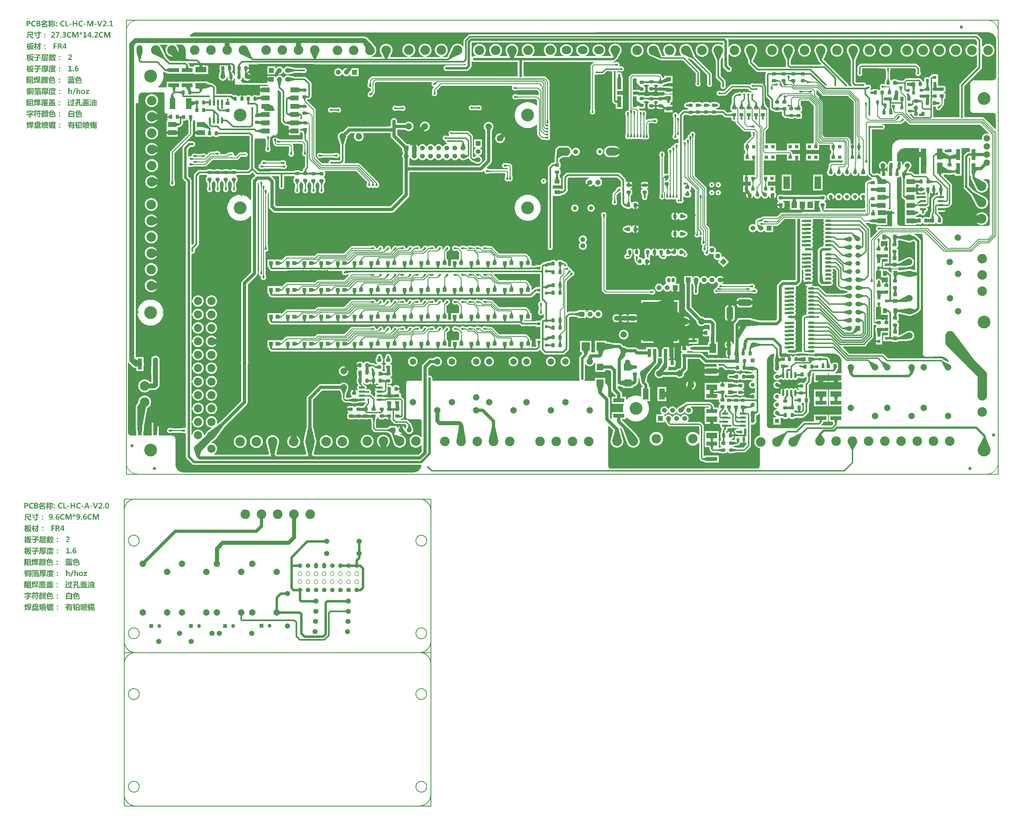
<source format=gtl>
%FSLAX24Y24*%
%MOIN*%
G70*
G01*
G75*
G04 Layer_Physical_Order=1*
G04 Layer_Color=255*
%ADD10R,0.0500X0.0500*%
%ADD11C,0.0394*%
G04:AMPARAMS|DCode=12|XSize=40mil|YSize=50mil|CornerRadius=6mil|HoleSize=0mil|Usage=FLASHONLY|Rotation=0.000|XOffset=0mil|YOffset=0mil|HoleType=Round|Shape=RoundedRectangle|*
%AMROUNDEDRECTD12*
21,1,0.0400,0.0380,0,0,0.0*
21,1,0.0280,0.0500,0,0,0.0*
1,1,0.0120,0.0140,-0.0190*
1,1,0.0120,-0.0140,-0.0190*
1,1,0.0120,-0.0140,0.0190*
1,1,0.0120,0.0140,0.0190*
%
%ADD12ROUNDEDRECTD12*%
%ADD13R,0.0472X0.1339*%
%ADD14R,0.0472X0.1339*%
G04:AMPARAMS|DCode=15|XSize=40mil|YSize=50mil|CornerRadius=6mil|HoleSize=0mil|Usage=FLASHONLY|Rotation=270.000|XOffset=0mil|YOffset=0mil|HoleType=Round|Shape=RoundedRectangle|*
%AMROUNDEDRECTD15*
21,1,0.0400,0.0380,0,0,270.0*
21,1,0.0280,0.0500,0,0,270.0*
1,1,0.0120,-0.0190,-0.0140*
1,1,0.0120,-0.0190,0.0140*
1,1,0.0120,0.0190,0.0140*
1,1,0.0120,0.0190,-0.0140*
%
%ADD15ROUNDEDRECTD15*%
%ADD16R,0.0374X0.0354*%
%ADD17R,0.0374X0.0354*%
%ADD18O,0.1575X0.0984*%
G04:AMPARAMS|DCode=19|XSize=98.4mil|YSize=157.5mil|CornerRadius=0mil|HoleSize=0mil|Usage=FLASHONLY|Rotation=270.000|XOffset=0mil|YOffset=0mil|HoleType=Round|Shape=Octagon|*
%AMOCTAGOND19*
4,1,8,0.0787,0.0246,0.0787,-0.0246,0.0541,-0.0492,-0.0541,-0.0492,-0.0787,-0.0246,-0.0787,0.0246,-0.0541,0.0492,0.0541,0.0492,0.0787,0.0246,0.0*
%
%ADD19OCTAGOND19*%

%ADD20O,0.0800X0.0240*%
%ADD21O,0.0240X0.0800*%
%ADD22R,0.0984X0.0591*%
%ADD23R,0.0984X0.0591*%
%ADD24R,0.1339X0.0472*%
%ADD25R,0.1339X0.0472*%
%ADD26R,0.0700X0.1339*%
%ADD27R,0.1339X0.0700*%
%ADD28R,0.0354X0.0374*%
%ADD29R,0.0354X0.0374*%
%ADD30R,0.0500X0.0500*%
%ADD31R,0.0500X0.0600*%
%ADD32R,0.0600X0.0500*%
%ADD33R,0.0866X0.0866*%
%ADD34R,0.0787X0.0787*%
%ADD35R,0.0421X0.0984*%
%ADD36R,0.4252X0.4886*%
%ADD37R,0.0787X0.0276*%
%ADD38R,0.0787X0.1181*%
%ADD39O,0.0800X0.0300*%
%ADD40R,0.0800X0.0300*%
%ADD41R,0.1000X0.1000*%
%ADD42C,0.0400*%
%ADD43C,0.0100*%
%ADD44C,0.0200*%
%ADD45C,0.0300*%
%ADD46C,0.0150*%
%ADD47C,0.0250*%
%ADD48C,0.0500*%
%ADD49C,0.1181*%
%ADD50C,0.0120*%
%ADD51C,0.0180*%
%ADD52C,0.0350*%
%ADD53C,0.0320*%
%ADD54C,0.0600*%
%ADD55C,0.0050*%
%ADD56C,0.0060*%
%ADD57O,0.0400X0.0550*%
%ADD58C,0.1575*%
%ADD59C,0.0500*%
%ADD60R,0.0787X0.1575*%
%ADD61R,0.0650X0.0800*%
%ADD62C,0.1181*%
%ADD63O,0.1181X0.1000*%
%ADD64R,0.0591X0.0591*%
%ADD65C,0.0591*%
%ADD66C,0.0591*%
%ADD67R,0.0591X0.0591*%
%ADD68C,0.0787*%
%ADD69C,0.0600*%
%ADD70P,0.0649X8X202.5*%
%ADD71C,0.0433*%
%ADD72O,0.0400X0.0700*%
%ADD73R,0.0591X0.0591*%
%ADD74R,0.0394X0.0394*%
%ADD75O,0.0750X0.1181*%
%ADD76C,0.0787*%
%ADD77C,0.1000*%
G04:AMPARAMS|DCode=78|XSize=78.7mil|YSize=157.5mil|CornerRadius=19.7mil|HoleSize=0mil|Usage=FLASHONLY|Rotation=180.000|XOffset=0mil|YOffset=0mil|HoleType=Round|Shape=RoundedRectangle|*
%AMROUNDEDRECTD78*
21,1,0.0787,0.1181,0,0,180.0*
21,1,0.0394,0.1575,0,0,180.0*
1,1,0.0394,-0.0197,0.0591*
1,1,0.0394,0.0197,0.0591*
1,1,0.0394,0.0197,-0.0591*
1,1,0.0394,-0.0197,-0.0591*
%
%ADD78ROUNDEDRECTD78*%
G04:AMPARAMS|DCode=79|XSize=157.5mil|YSize=78.7mil|CornerRadius=19.7mil|HoleSize=0mil|Usage=FLASHONLY|Rotation=180.000|XOffset=0mil|YOffset=0mil|HoleType=Round|Shape=RoundedRectangle|*
%AMROUNDEDRECTD79*
21,1,0.1575,0.0394,0,0,180.0*
21,1,0.1181,0.0787,0,0,180.0*
1,1,0.0394,-0.0591,0.0197*
1,1,0.0394,0.0591,0.0197*
1,1,0.0394,0.0591,-0.0197*
1,1,0.0394,-0.0591,-0.0197*
%
%ADD79ROUNDEDRECTD79*%
%ADD80C,0.1161*%
%ADD81P,0.0835X4X180.0*%
%ADD82C,0.0650*%
%ADD83C,0.0630*%
%ADD84C,0.0550*%
%ADD85O,0.0500X0.0700*%
%ADD86R,0.0472X0.0472*%
%ADD87C,0.0472*%
%ADD88C,0.0250*%
%ADD89C,0.0200*%
G36*
X36808Y112660D02*
X36850Y112606D01*
X36904Y112564D01*
X36967Y112538D01*
X37035Y112529D01*
X37315D01*
X37383Y112538D01*
X37446Y112564D01*
X37500Y112606D01*
X37521Y112632D01*
X37621D01*
X37641Y112606D01*
X37695Y112564D01*
X37759Y112538D01*
X37826Y112529D01*
X38106D01*
X38174Y112538D01*
X38238Y112564D01*
X38292Y112606D01*
X38334Y112660D01*
X38341Y112679D01*
X38441D01*
X38449Y112660D01*
X38491Y112606D01*
X38545Y112564D01*
X38574Y112552D01*
X38555Y112454D01*
X38470D01*
X38386Y112443D01*
X38308Y112411D01*
X38241Y112360D01*
X38190Y112293D01*
X38158Y112215D01*
X38147Y112131D01*
X38158Y112048D01*
X38190Y111970D01*
X38241Y111903D01*
Y111860D01*
X38190Y111793D01*
X38158Y111715D01*
X38147Y111631D01*
X38158Y111548D01*
X38190Y111470D01*
X38241Y111403D01*
Y111360D01*
X38190Y111293D01*
X38158Y111215D01*
X38147Y111131D01*
X38155Y111071D01*
X38065Y111027D01*
X37764Y111327D01*
X37764Y111327D01*
D01*
X37759Y111332D01*
X37707Y111372D01*
X37707Y111372D01*
X37707Y111372D01*
X37707D01*
X37640Y111399D01*
D01*
X37640Y111399D01*
X37640Y111399D01*
X37625Y111435D01*
X37638Y111452D01*
X37671Y111531D01*
X37682Y111616D01*
X37671Y111701D01*
X37638Y111780D01*
X37586Y111848D01*
X37518Y111900D01*
X37439Y111933D01*
X37354Y111944D01*
X37269Y111933D01*
X37211Y111909D01*
X37174D01*
X37118Y111992D01*
X37141Y112048D01*
X37152Y112131D01*
X37141Y112215D01*
X37109Y112293D01*
X37058Y112360D01*
X36991Y112411D01*
X36913Y112443D01*
X36830Y112454D01*
X36814D01*
X36805Y112475D01*
X36790Y112512D01*
X36790Y112512D01*
X36790Y112512D01*
X36774Y112533D01*
X36746Y112569D01*
X36676Y112639D01*
X36692Y112660D01*
X36700Y112679D01*
X36800D01*
X36808Y112660D01*
D02*
G37*
G36*
X100544Y121114D02*
X101377D01*
Y120556D01*
X101017D01*
X100949Y120547D01*
X100885Y120521D01*
X100831Y120479D01*
X100794Y120431D01*
X100694D01*
X100657Y120479D01*
X100602Y120521D01*
X100539Y120547D01*
X100471Y120556D01*
X100091D01*
X100023Y120547D01*
X100002Y120538D01*
X99919Y120593D01*
Y122063D01*
X100544D01*
Y121114D01*
D02*
G37*
G36*
X70853Y112725D02*
X70857Y112714D01*
X70858Y112703D01*
X70863Y112693D01*
X70865Y112681D01*
X70877Y112657D01*
X70886Y112632D01*
X70892Y112622D01*
X70896Y112612D01*
X70903Y112603D01*
X70908Y112593D01*
X70926Y112572D01*
X70941Y112550D01*
X70949Y112542D01*
X70956Y112533D01*
X71159Y112330D01*
Y112212D01*
X70988D01*
Y111115D01*
X70905Y111060D01*
X70831Y111090D01*
X70586Y111149D01*
X70336Y111169D01*
X70085Y111149D01*
X69840Y111090D01*
X69608Y110994D01*
X69394Y110863D01*
X69202Y110699D01*
X69187Y110681D01*
X69093Y110716D01*
Y111018D01*
X68627D01*
Y111350D01*
X68613Y111455D01*
X68573Y111552D01*
X68545Y111588D01*
X68509Y111636D01*
X68509Y111636D01*
X68078Y112067D01*
Y112247D01*
X68165Y112354D01*
X68169Y112353D01*
X68172Y112350D01*
X68172Y112350D01*
X68172Y112350D01*
X68176Y112348D01*
X68180Y112346D01*
X68221Y112330D01*
X68261Y112312D01*
X68265Y112311D01*
X68269Y112310D01*
X68269Y112310D01*
X68269Y112310D01*
X68274Y112309D01*
X68278Y112307D01*
X68713Y112201D01*
Y112066D01*
X69312D01*
X69327Y112065D01*
X69338Y112066D01*
X69979D01*
Y112246D01*
X70189Y112317D01*
X70212Y112329D01*
X70236Y112337D01*
X70247Y112345D01*
X70260Y112350D01*
X70271Y112358D01*
X70283Y112364D01*
X70302Y112381D01*
X70324Y112396D01*
X70333Y112406D01*
X70344Y112414D01*
X70511Y112581D01*
X70511Y112581D01*
X70547Y112628D01*
X70575Y112665D01*
X70615Y112762D01*
X70629Y112866D01*
Y113324D01*
X70728Y113335D01*
X70853Y112725D01*
D02*
G37*
G36*
X107536Y136182D02*
X107550Y136163D01*
X107587Y135972D01*
X107545Y135913D01*
X107467Y135881D01*
X107464Y135878D01*
X107303D01*
X107231Y135869D01*
X107164Y135841D01*
X107106Y135797D01*
X106815Y135506D01*
X106771Y135449D01*
X106760Y135421D01*
X106743Y135382D01*
X106734Y135310D01*
Y133848D01*
X106696Y133809D01*
X106667Y133772D01*
X106652Y133752D01*
X106652Y133752D01*
X106652Y133752D01*
X106638Y133718D01*
X106624Y133685D01*
X106624Y133685D01*
X106624Y133685D01*
X106620Y133656D01*
X106615Y133613D01*
Y133449D01*
X106552Y133128D01*
X106380Y133103D01*
X106359Y133119D01*
X106296Y133146D01*
X106228Y133155D01*
X105948D01*
X105880Y133146D01*
X105817Y133119D01*
X105763Y133078D01*
X105721Y133023D01*
X105713Y133004D01*
X105613D01*
X105605Y133023D01*
X105564Y133078D01*
X105509Y133119D01*
X105446Y133146D01*
X105378Y133155D01*
X105098D01*
X105030Y133146D01*
X104967Y133119D01*
X104952Y133108D01*
X104862Y133152D01*
Y133176D01*
X104862D01*
Y133186D01*
X104862Y133247D01*
X104862Y133247D01*
X104862D01*
Y133315D01*
X105073Y133360D01*
X105093Y133369D01*
X105103Y133373D01*
X105117Y133376D01*
X105124Y133382D01*
X105161Y133397D01*
X105229Y133449D01*
X105281Y133517D01*
X105282Y133519D01*
X105362Y133570D01*
Y133570D01*
X105420Y133529D01*
X105472Y133461D01*
X105540Y133409D01*
X105619Y133376D01*
X105704Y133365D01*
X105789Y133376D01*
X105868Y133409D01*
X105936Y133461D01*
X105988Y133529D01*
X106010Y133583D01*
X106015Y133589D01*
X106016Y133597D01*
X106021Y133608D01*
X106025Y133637D01*
X106028Y133644D01*
X106028Y133647D01*
X106028Y133648D01*
X106028Y133660D01*
X106034Y133687D01*
X106033Y133784D01*
X106072Y133789D01*
X106150Y133821D01*
X106216Y133873D01*
X106268Y133940D01*
X106300Y134017D01*
X106311Y134101D01*
X106300Y134185D01*
X106268Y134262D01*
X106216Y134329D01*
X106219Y134352D01*
X106258Y134370D01*
X106289Y134393D01*
X106323Y134413D01*
X106326Y134418D01*
X106331Y134421D01*
X106331Y134421D01*
X106331Y134421D01*
X106495Y134585D01*
X106500Y134593D01*
X106507Y134598D01*
X106519Y134620D01*
X106535Y134638D01*
X106536Y134639D01*
X106537Y134640D01*
X106541Y134655D01*
X106550Y134667D01*
X106552Y134677D01*
X106556Y134685D01*
X106559Y134709D01*
X106567Y134733D01*
X106567Y134734D01*
X106567Y134735D01*
X106566Y134750D01*
X106569Y134765D01*
X106569Y134765D01*
X106569Y134765D01*
Y134765D01*
Y135942D01*
X106624Y136117D01*
X106722Y136135D01*
X106728Y136127D01*
X106782Y136086D01*
X106845Y136059D01*
X106913Y136050D01*
X107193D01*
X107261Y136059D01*
X107324Y136086D01*
X107379Y136127D01*
X107420Y136182D01*
X107428Y136201D01*
X107528D01*
X107536Y136182D01*
D02*
G37*
G36*
X15256Y152153D02*
X15381Y152115D01*
X15511Y152103D01*
X20447Y152106D01*
X20447Y152106D01*
Y152106D01*
X20450Y152109D01*
X20565Y152094D01*
X20676Y152048D01*
X20771Y151975D01*
X20844Y151880D01*
X20889Y151770D01*
X20905Y151651D01*
X20903Y150619D01*
X20803Y150613D01*
X20793Y150688D01*
X20753Y150785D01*
X20689Y150869D01*
X20605Y150933D01*
X20572Y150947D01*
X20525Y151059D01*
X20525Y151060D01*
X20579Y151101D01*
X20621Y151156D01*
X20647Y151219D01*
X20656Y151287D01*
Y151667D01*
X20647Y151735D01*
X20621Y151798D01*
X20579Y151852D01*
X20525Y151894D01*
X20462Y151920D01*
X20394Y151929D01*
X20114D01*
X20046Y151920D01*
X19983Y151894D01*
X19928Y151852D01*
X19887Y151798D01*
X19879Y151779D01*
X19779D01*
X19771Y151798D01*
X19729Y151852D01*
X19675Y151894D01*
X19612Y151920D01*
X19544Y151929D01*
X19264D01*
X19196Y151920D01*
X19133Y151894D01*
X19078Y151852D01*
X19037Y151798D01*
X19010Y151735D01*
X19002Y151667D01*
Y151287D01*
X19010Y151219D01*
X19037Y151156D01*
X19040Y151151D01*
X18949Y150697D01*
X18922Y150578D01*
X18917Y150564D01*
X18913Y150536D01*
X18910Y150523D01*
X18907Y150490D01*
X18899Y150434D01*
X18917Y150303D01*
X18967Y150181D01*
X19047Y150077D01*
X19152Y149997D01*
X19273Y149946D01*
X19404Y149929D01*
X19534Y149946D01*
X19656Y149997D01*
X19760Y150077D01*
X19841Y150181D01*
X19891Y150303D01*
X19901Y150376D01*
X20000Y150370D01*
Y150284D01*
X20014Y150179D01*
X20054Y150082D01*
X20118Y149998D01*
X20202Y149934D01*
X20299Y149894D01*
X20404Y149880D01*
X20508Y149894D01*
X20605Y149934D01*
X20689Y149998D01*
X20753Y150082D01*
X20793Y150179D01*
X20803Y150249D01*
X20902Y150242D01*
X20901Y149631D01*
X20897D01*
X20912Y149555D01*
X20956Y149490D01*
X21020Y149447D01*
X21096Y149432D01*
X22013Y149433D01*
X22013D01*
X24792Y149436D01*
X24792D01*
X24798Y149436D01*
Y149437D01*
X24805Y149439D01*
X24935Y149426D01*
X24991Y149409D01*
X25030Y149316D01*
X25016Y149291D01*
X23997D01*
Y148300D01*
X23997Y148300D01*
X23997Y148291D01*
X23997D01*
Y148166D01*
X23841Y148120D01*
X23813Y148123D01*
X23728Y148112D01*
X23687Y148095D01*
X23659Y148116D01*
X23596Y148143D01*
X23528Y148152D01*
X23248D01*
X23180Y148143D01*
X23117Y148116D01*
X23063Y148075D01*
X23021Y148020D01*
X23013Y148001D01*
X22913D01*
X22905Y148020D01*
X22864Y148075D01*
X22809Y148116D01*
X22746Y148143D01*
X22678Y148152D01*
X22398D01*
X22330Y148143D01*
X22267Y148116D01*
X22213Y148075D01*
X22202Y148060D01*
X22102D01*
X22090Y148075D01*
X22036Y148116D01*
X21973Y148143D01*
X21905Y148152D01*
X21625D01*
X21557Y148143D01*
X21494Y148116D01*
X21439Y148075D01*
X21398Y148020D01*
X21390Y148001D01*
X21290D01*
X21282Y148020D01*
X21240Y148075D01*
X21186Y148116D01*
X21123Y148143D01*
X21055Y148152D01*
X20784D01*
X20499Y148293D01*
X20471Y148302D01*
X20443Y148314D01*
X20443D01*
X20443Y148314D01*
X20433Y148315D01*
X20424Y148318D01*
X20394Y148320D01*
X20365Y148324D01*
X20365Y148324D01*
X20365Y148324D01*
X18600D01*
Y149068D01*
X18600Y149068D01*
X18600Y149068D01*
X18596Y149101D01*
X18590Y149146D01*
X18590Y149146D01*
X18590Y149146D01*
X18573Y149188D01*
X18560Y149219D01*
X18560Y149219D01*
X18560Y149219D01*
X18531Y149257D01*
X18512Y149282D01*
X18512Y149282D01*
X18512Y149282D01*
X18273Y149520D01*
X18226Y149557D01*
X18210Y149568D01*
X18210Y149568D01*
X18210Y149568D01*
X18167Y149586D01*
X18137Y149599D01*
X18137Y149599D01*
X18137Y149599D01*
X18102Y149603D01*
X18059Y149609D01*
X18033D01*
X17593Y149728D01*
Y149856D01*
X17080D01*
X17077Y149857D01*
X17073Y149856D01*
X15854D01*
Y149803D01*
X14127D01*
Y149802D01*
X12487D01*
Y149115D01*
X12475Y149106D01*
X11441Y149105D01*
X11414Y149202D01*
X11435Y149215D01*
X11626Y149378D01*
X11790Y149569D01*
X11921Y149784D01*
X12017Y150016D01*
X12076Y150260D01*
X12096Y150511D01*
X12076Y150762D01*
X12030Y150952D01*
X12063Y150996D01*
D01*
X12142Y151000D01*
X12148Y150997D01*
X12153Y150993D01*
X12159Y150991D01*
X12164Y150987D01*
X12190Y150978D01*
X12214Y150967D01*
X12220Y150966D01*
X12226Y150963D01*
X12226Y150963D01*
X12232Y150962D01*
X12238Y150960D01*
X12487Y150904D01*
Y150819D01*
X12904D01*
X12921Y150818D01*
X12929Y150819D01*
X14225D01*
Y150820D01*
X15854D01*
Y150756D01*
X17593D01*
Y151856D01*
X15854D01*
Y151693D01*
X15341D01*
X15290Y151903D01*
X15289Y151906D01*
X15288Y151910D01*
X15288Y151910D01*
Y151910D01*
X15287Y151913D01*
X15286Y151917D01*
X15273Y151946D01*
X15262Y151976D01*
X15259Y151979D01*
X15258Y151983D01*
X15258Y151983D01*
X15258Y151983D01*
X15256Y151986D01*
X15254Y151989D01*
X15234Y152014D01*
X15215Y152040D01*
X15212Y152043D01*
X15210Y152045D01*
X15210Y152045D01*
X15210Y152045D01*
X15166Y152089D01*
X15226Y152169D01*
X15256Y152153D01*
D02*
G37*
G36*
X111495Y141562D02*
Y141178D01*
X111311D01*
X111226Y141167D01*
X111147Y141134D01*
X111109Y141104D01*
X111079Y141082D01*
X110822Y140825D01*
X110770Y140757D01*
X110754Y140717D01*
X110737Y140678D01*
X110732Y140635D01*
X110726Y140593D01*
Y136844D01*
X110732Y136802D01*
X110737Y136759D01*
X110754Y136720D01*
X110770Y136680D01*
X110822Y136612D01*
X111566Y135869D01*
X112215Y134653D01*
X112219Y134642D01*
X112292Y134504D01*
X112326Y134463D01*
X112339Y134444D01*
X112346Y134439D01*
X112391Y134384D01*
X112511Y134285D01*
X112649Y134212D01*
X112798Y134166D01*
X112953Y134151D01*
X113108Y134166D01*
X113257Y134212D01*
X113394Y134285D01*
X113514Y134384D01*
X113613Y134504D01*
X113687Y134642D01*
X113732Y134791D01*
X113747Y134946D01*
X113732Y135101D01*
X113687Y135250D01*
X113613Y135387D01*
X113514Y135507D01*
X113459Y135553D01*
X113454Y135559D01*
X113435Y135573D01*
X113394Y135606D01*
X113257Y135679D01*
X113246Y135683D01*
X112029Y136333D01*
X111382Y136980D01*
Y140397D01*
X111465Y140453D01*
X111495Y140440D01*
Y139984D01*
X111491D01*
Y138245D01*
X111599D01*
Y137972D01*
X111600Y137962D01*
X111600Y137952D01*
X111601Y137943D01*
X111601Y137935D01*
X111602Y137929D01*
X111603Y137923D01*
X111605Y137915D01*
X111606Y137906D01*
X111609Y137897D01*
X111610Y137887D01*
X111610Y137887D01*
Y137887D01*
X111614Y137877D01*
X111616Y137868D01*
X111620Y137860D01*
X111622Y137851D01*
X111625Y137846D01*
X111626Y137841D01*
X111631Y137833D01*
X111633Y137825D01*
X112210Y136671D01*
X112219Y136642D01*
X112292Y136504D01*
X112320Y136471D01*
X112330Y136456D01*
X112337Y136450D01*
X112391Y136384D01*
X112511Y136285D01*
X112649Y136212D01*
X112798Y136166D01*
X112953Y136151D01*
X113108Y136166D01*
X113257Y136212D01*
X113394Y136285D01*
X113514Y136384D01*
X113613Y136504D01*
X113687Y136642D01*
X113732Y136791D01*
X113747Y136946D01*
X113732Y137101D01*
X113687Y137250D01*
X113613Y137387D01*
X113514Y137507D01*
X113449Y137561D01*
X113442Y137569D01*
X113427Y137579D01*
X113394Y137606D01*
X113257Y137679D01*
X113228Y137688D01*
X113163Y137721D01*
X113186Y137818D01*
X113739Y137820D01*
X113816Y137804D01*
X113882Y137761D01*
X113926Y137695D01*
X113940Y137621D01*
X113937Y137618D01*
X113937D01*
X113940Y132318D01*
X113931Y132249D01*
X113904Y132184D01*
X113861Y132129D01*
X113806Y132086D01*
X113741Y132059D01*
X113674Y132051D01*
X113672Y132053D01*
Y132053D01*
X113023Y132052D01*
X112965Y132111D01*
X112963Y132152D01*
X112963D01*
X112963Y132152D01*
X113108Y132166D01*
X113257Y132212D01*
X113394Y132285D01*
X113514Y132384D01*
X113613Y132504D01*
X113687Y132642D01*
X113732Y132791D01*
X113747Y132946D01*
X113732Y133101D01*
X113687Y133250D01*
X113613Y133387D01*
X113514Y133507D01*
X113394Y133606D01*
X113257Y133679D01*
X113108Y133725D01*
X112953Y133740D01*
X112798Y133725D01*
X112649Y133679D01*
X112511Y133606D01*
X112391Y133507D01*
X112292Y133387D01*
X112219Y133250D01*
X112174Y133101D01*
X112158Y132946D01*
X112174Y132791D01*
X112219Y132642D01*
X112292Y132504D01*
X112391Y132384D01*
X112511Y132285D01*
X112649Y132212D01*
X112798Y132166D01*
X112942Y132152D01*
X112940Y132111D01*
X112882Y132052D01*
X102984Y132049D01*
X102866Y132064D01*
X102755Y132110D01*
X102660Y132183D01*
X102588Y132277D01*
X102542Y132388D01*
X102527Y132502D01*
X102530Y132506D01*
X102530D01*
X102511Y137930D01*
X102582Y138001D01*
X102633D01*
X102701Y138010D01*
X102764Y138036D01*
X102818Y138078D01*
X102860Y138132D01*
X102868Y138151D01*
X102968D01*
X102976Y138132D01*
X102995Y138107D01*
X103077Y137724D01*
Y135693D01*
X103086Y135621D01*
X103102Y135582D01*
X103114Y135554D01*
X103158Y135497D01*
X103249Y135406D01*
X103256Y135400D01*
X103262Y135394D01*
X103269Y135389D01*
X103275Y135383D01*
X103287Y135376D01*
X103298Y135367D01*
X103302Y135365D01*
X103307Y135362D01*
X103315Y135358D01*
X103322Y135353D01*
X103475Y135278D01*
Y135088D01*
X103475Y135088D01*
X103475Y135078D01*
X103475D01*
Y134088D01*
X103478D01*
Y133247D01*
X103478D01*
X103478Y133247D01*
X103478Y133186D01*
Y133176D01*
X103478Y133176D01*
X103478Y133176D01*
Y132186D01*
X104345D01*
X104351Y132184D01*
X104378Y132186D01*
X104862D01*
Y132267D01*
X104966Y132286D01*
X104967Y132285D01*
X105030Y132259D01*
X105098Y132250D01*
X105378D01*
X105446Y132259D01*
X105509Y132285D01*
X105564Y132327D01*
X105605Y132381D01*
X105613Y132400D01*
X105713D01*
X105721Y132381D01*
X105763Y132327D01*
X105817Y132285D01*
X105880Y132259D01*
X105948Y132250D01*
X106228D01*
X106296Y132259D01*
X106359Y132285D01*
X106397Y132315D01*
X106656Y132291D01*
X106684Y132279D01*
X106752Y132270D01*
X107032D01*
X107100Y132279D01*
X107163Y132305D01*
X107217Y132347D01*
X107259Y132401D01*
X107267Y132420D01*
X107367D01*
X107375Y132401D01*
X107417Y132347D01*
X107471Y132305D01*
X107534Y132279D01*
X107602Y132270D01*
X107882D01*
X107950Y132279D01*
X108013Y132305D01*
X108067Y132347D01*
X108109Y132401D01*
X108135Y132465D01*
X108144Y132532D01*
Y132912D01*
X108135Y132980D01*
X108109Y133044D01*
X108067Y133098D01*
X108041Y133118D01*
X108002Y133223D01*
X107997Y133233D01*
X107994Y133243D01*
X107987Y133254D01*
X107982Y133266D01*
X107982Y133266D01*
X107982Y133266D01*
X107974Y133276D01*
X107968Y133287D01*
X107961Y133295D01*
X107955Y133304D01*
X107946Y133313D01*
X107938Y133323D01*
X107938Y133323D01*
X107938Y133323D01*
X107571Y133690D01*
X107615Y133780D01*
X107628Y133778D01*
X108188D01*
X108272Y133789D01*
X108350Y133821D01*
X108416Y133873D01*
X108468Y133940D01*
X108500Y134017D01*
X108511Y134101D01*
X108500Y134185D01*
X108468Y134262D01*
X108498Y134324D01*
X108762D01*
X108798Y134328D01*
X108834Y134333D01*
X108834Y134333D01*
X108834Y134333D01*
X108864Y134346D01*
X108901Y134361D01*
X108901Y134361D01*
X108901Y134361D01*
X108922Y134377D01*
X108958Y134405D01*
X109181Y134628D01*
X109181Y134628D01*
X109181Y134628D01*
X109192Y134642D01*
X109225Y134685D01*
X109225Y134685D01*
X109225Y134685D01*
X109237Y134714D01*
X109253Y134752D01*
X109253Y134752D01*
X109253Y134752D01*
X109258Y134794D01*
X109262Y134824D01*
X109262Y134824D01*
X109262Y134824D01*
Y137112D01*
X109253Y137184D01*
X109236Y137223D01*
X109225Y137251D01*
X109181Y137309D01*
X108279Y138210D01*
X108318Y138302D01*
X108330D01*
Y138387D01*
X108662D01*
X108683Y138370D01*
X108747Y138344D01*
X108814Y138335D01*
X109194D01*
X109262Y138344D01*
X109326Y138370D01*
X109377Y138409D01*
X109601D01*
Y138245D01*
X110473D01*
Y139981D01*
X110478D01*
Y141632D01*
X111425Y141633D01*
X111495Y141562D01*
D02*
G37*
G36*
X12088Y148479D02*
X12160Y148431D01*
X12208Y148360D01*
X12224Y148279D01*
X12220Y148275D01*
X12220D01*
X12220Y148275D01*
X12216Y146101D01*
X12232Y146020D01*
X12278Y145952D01*
X12346Y145906D01*
X12427Y145890D01*
Y145894D01*
X12565Y145894D01*
X12610Y145805D01*
X12594Y145784D01*
X12567Y145720D01*
X12558Y145653D01*
Y145273D01*
X12567Y145205D01*
X12594Y145141D01*
X12607Y145124D01*
X12563Y145034D01*
X12472D01*
Y144105D01*
X12472D01*
X12472Y144105D01*
X12472Y144043D01*
Y144034D01*
X12472Y144034D01*
X12472Y144034D01*
Y143043D01*
X13856D01*
Y143973D01*
X13856D01*
X13856Y143973D01*
X13856Y144034D01*
Y144039D01*
Y144043D01*
X13856Y144105D01*
X13856Y144105D01*
X13856D01*
Y144166D01*
X14140Y144248D01*
X14170Y144261D01*
X14202Y144274D01*
X14204Y144275D01*
X14207Y144277D01*
X14209Y144278D01*
X14212Y144280D01*
X14238Y144301D01*
X14265Y144320D01*
X14267Y144323D01*
X14269Y144325D01*
X14408Y144463D01*
X14408Y144463D01*
X14429Y144490D01*
X14456Y144526D01*
X14477Y144577D01*
X14486Y144599D01*
X14488Y144608D01*
X14497Y144677D01*
X14497Y144677D01*
Y145001D01*
X14727D01*
X14795Y145010D01*
X14858Y145036D01*
X14912Y145078D01*
X14954Y145132D01*
X14962Y145151D01*
X15062D01*
X15070Y145132D01*
X15103Y145088D01*
X15175Y144810D01*
Y143478D01*
X13001Y141305D01*
X13001Y141305D01*
X12959Y141250D01*
X12944Y141213D01*
X12933Y141187D01*
X12924Y141119D01*
X12924Y141119D01*
Y137771D01*
X12862Y137308D01*
X12862Y137291D01*
X12859Y137268D01*
X12861Y137246D01*
X12861Y137239D01*
X12863Y137232D01*
X12870Y137183D01*
X12903Y137104D01*
X12955Y137036D01*
X13023Y136984D01*
X13102Y136952D01*
X13186Y136940D01*
X13271Y136952D01*
X13350Y136984D01*
X13418Y137036D01*
X13470Y137104D01*
X13503Y137183D01*
X13509Y137232D01*
X13511Y137239D01*
X13511Y137246D01*
X13514Y137268D01*
X13511Y137291D01*
X13511Y137308D01*
X13449Y137771D01*
Y141011D01*
X15622Y143184D01*
X15622Y143184D01*
X15664Y143239D01*
X15679Y143276D01*
X15690Y143302D01*
X15699Y143370D01*
X15699Y143370D01*
Y144810D01*
X15765Y145067D01*
X15854Y145111D01*
X15905Y145090D01*
X15911Y145062D01*
X15957Y144994D01*
X16015Y144955D01*
Y144043D01*
X16015Y144043D01*
X16015Y144034D01*
X16015D01*
Y143043D01*
X17399D01*
Y143043D01*
X17436Y143086D01*
Y143086D01*
X17436Y143086D01*
X17490Y143044D01*
X17553Y143018D01*
X17621Y143009D01*
X17901D01*
X17969Y143018D01*
X18032Y143044D01*
X18087Y143086D01*
X18128Y143140D01*
X18136Y143159D01*
X18236D01*
X18244Y143140D01*
X18286Y143086D01*
X18340Y143044D01*
X18403Y143018D01*
X18471Y143009D01*
X18751D01*
X18819Y143018D01*
X18882Y143044D01*
X18937Y143086D01*
X18978Y143140D01*
X18986Y143159D01*
X22630D01*
X22714Y143075D01*
Y139165D01*
X22485Y138936D01*
X21167D01*
X21149Y138959D01*
X21095Y139001D01*
X21032Y139027D01*
X20964Y139036D01*
X20584D01*
X20516Y139027D01*
X20453Y139001D01*
X20434Y138987D01*
X20113D01*
X20095Y139001D01*
X20032Y139027D01*
X19964Y139036D01*
X19584D01*
X19516Y139027D01*
X19453Y139001D01*
X19434Y138987D01*
X19113D01*
X19095Y139001D01*
X19032Y139027D01*
X18964Y139036D01*
X18584D01*
X18516Y139027D01*
X18453Y139001D01*
X18434Y138987D01*
X18117D01*
X18099Y139001D01*
X18035Y139027D01*
X17968Y139036D01*
X17588D01*
X17520Y139027D01*
X17456Y139001D01*
X17402Y138959D01*
X17385Y138936D01*
X16509D01*
X16509Y138936D01*
X16440Y138927D01*
X16431Y138926D01*
X16394Y138911D01*
X16358Y138896D01*
X16295Y138848D01*
X15945Y138498D01*
X15897Y138435D01*
X15888Y138413D01*
X15867Y138362D01*
X15856Y138284D01*
Y129923D01*
X15648Y129715D01*
X15555Y129753D01*
Y137605D01*
X15555Y137605D01*
X15543Y137697D01*
X15508Y137782D01*
X15452Y137855D01*
X15137Y138170D01*
Y139327D01*
X15227Y139372D01*
X15259Y139347D01*
X15338Y139314D01*
X15367Y139311D01*
X15375Y139307D01*
X15394Y139307D01*
X15423Y139303D01*
X15444Y139306D01*
X15474Y139305D01*
X15870Y139376D01*
X17247D01*
X17345Y139396D01*
X17428Y139451D01*
X18156Y140180D01*
X21135D01*
X21233Y140199D01*
X21316Y140254D01*
X21316Y140254D01*
X21316Y140254D01*
X21656Y140595D01*
X22017D01*
X22026Y140588D01*
X22099Y140558D01*
X22177Y140547D01*
X22256Y140558D01*
X22329Y140588D01*
X22391Y140636D01*
X22439Y140699D01*
X22470Y140772D01*
X22480Y140850D01*
X22470Y140928D01*
X22439Y141001D01*
X22391Y141064D01*
X22329Y141112D01*
X22256Y141142D01*
X22177Y141153D01*
X22099Y141142D01*
X22026Y141112D01*
X22017Y141105D01*
X21777Y141105D01*
X21551D01*
X21453Y141085D01*
X21370Y141030D01*
X21030Y140689D01*
X20966D01*
X20774Y140769D01*
X20785Y140847D01*
X20774Y140925D01*
X20744Y140998D01*
X20696Y141061D01*
X20633Y141109D01*
X20560Y141139D01*
X20482Y141150D01*
X20404Y141139D01*
X20331Y141109D01*
X20322Y141102D01*
X20125D01*
X20027Y141083D01*
X19945Y141027D01*
X19807Y140889D01*
X19151D01*
X19102Y140946D01*
X19090Y141030D01*
X19058Y141109D01*
X19006Y141177D01*
X18938Y141229D01*
X18859Y141262D01*
X18829Y141266D01*
X18822Y141269D01*
X18802Y141270D01*
X18774Y141273D01*
X18753Y141271D01*
X18722Y141271D01*
X18326Y141200D01*
X17910D01*
X17813Y141181D01*
X17730Y141126D01*
X17452Y140847D01*
X17352Y140854D01*
X17321Y140895D01*
X17253Y140947D01*
X17174Y140979D01*
X17144Y140983D01*
X17137Y140987D01*
X17118Y140987D01*
X17089Y140991D01*
X17068Y140988D01*
X17038Y140988D01*
X16642Y140918D01*
X16324D01*
X15928Y140988D01*
X15897Y140988D01*
X15876Y140991D01*
X15848Y140987D01*
X15828Y140987D01*
X15821Y140983D01*
X15791Y140979D01*
X15712Y140947D01*
X15644Y140895D01*
X15592Y140827D01*
X15560Y140748D01*
X15548Y140663D01*
D01*
X15485Y140648D01*
X15455Y140648D01*
X15434Y140650D01*
X15406Y140647D01*
X15386Y140646D01*
X15379Y140643D01*
X15349Y140639D01*
X15270Y140606D01*
X15227Y140573D01*
X15137Y140617D01*
Y141504D01*
X15421Y141789D01*
X15657D01*
X15748Y141801D01*
X15833Y141836D01*
X15906Y141892D01*
X15963Y141965D01*
X15998Y142050D01*
X16010Y142142D01*
X15998Y142233D01*
X15963Y142318D01*
X15906Y142391D01*
X15833Y142447D01*
X15748Y142483D01*
X15657Y142495D01*
X15275D01*
X15275Y142495D01*
X15184Y142483D01*
X15098Y142447D01*
X15025Y142391D01*
X14534Y141900D01*
X14478Y141827D01*
X14443Y141742D01*
X14431Y141651D01*
Y138023D01*
X14431Y138023D01*
X14431D01*
X14443Y137932D01*
X14478Y137847D01*
X14534Y137774D01*
X14849Y137459D01*
Y107219D01*
X14766Y107163D01*
X14742Y107173D01*
X14694Y107179D01*
X14687Y107181D01*
X14679Y107181D01*
X14658Y107184D01*
X14635Y107181D01*
X14618Y107181D01*
X14155Y107118D01*
X13362D01*
X12899Y107181D01*
X12882Y107181D01*
X12859Y107184D01*
X12838Y107181D01*
X12830Y107181D01*
X12823Y107179D01*
X12774Y107173D01*
X12695Y107140D01*
X12628Y107088D01*
X12575Y107020D01*
X12543Y106941D01*
X12532Y106856D01*
X12543Y106771D01*
X12575Y106692D01*
X12628Y106624D01*
X12695Y106572D01*
X12774Y106539D01*
X12823Y106533D01*
X12830Y106531D01*
X12838Y106531D01*
X12859Y106528D01*
X12882Y106531D01*
X12899Y106531D01*
X13362Y106594D01*
X14155D01*
X14618Y106531D01*
X14635Y106531D01*
X14658Y106528D01*
X14679Y106531D01*
X14687Y106531D01*
X14694Y106533D01*
X14742Y106539D01*
X14766Y106549D01*
X14849Y106494D01*
Y103642D01*
X14849Y103642D01*
X14849D01*
X14861Y103550D01*
X14896Y103465D01*
X14953Y103392D01*
X15607Y102737D01*
X15680Y102681D01*
X15765Y102646D01*
X15857Y102634D01*
X43830D01*
X43898Y102560D01*
X43892Y102498D01*
X43834Y102310D01*
X43741Y102136D01*
X43617Y101984D01*
X43464Y101859D01*
X43291Y101766D01*
X43102Y101709D01*
X42911Y101690D01*
X42906Y101694D01*
Y101694D01*
X33642D01*
X14567Y101689D01*
X14371Y101709D01*
X14182Y101766D01*
X14009Y101859D01*
X13856Y101984D01*
X13731Y102136D01*
X13638Y102310D01*
X13581Y102498D01*
X13562Y102689D01*
X13567Y102694D01*
X13567D01*
Y102894D01*
X13571Y105773D01*
X13555Y105893D01*
X13508Y106005D01*
X13435Y106101D01*
X13338Y106175D01*
X13226Y106222D01*
X13106Y106238D01*
Y106234D01*
X11581Y106232D01*
X11510Y106303D01*
Y107811D01*
X10638D01*
Y106232D01*
X9691Y106231D01*
X9620Y106302D01*
Y106689D01*
X9621Y106690D01*
X9671Y106811D01*
X9688Y106942D01*
Y107329D01*
X10057Y109334D01*
X10130Y109648D01*
X10216Y109694D01*
X10337Y109793D01*
X10435Y109914D01*
X10509Y110051D01*
X10554Y110200D01*
X10569Y110355D01*
X10554Y110510D01*
X10509Y110659D01*
X10435Y110796D01*
X10337Y110917D01*
X10216Y111016D01*
X10079Y111089D01*
X9930Y111134D01*
X9775Y111149D01*
X9620Y111134D01*
X9471Y111089D01*
X9334Y111016D01*
X9213Y110917D01*
X9114Y110796D01*
X9041Y110659D01*
X8996Y110510D01*
X8980Y110355D01*
X8988Y110281D01*
X8827Y110121D01*
X8747Y110016D01*
X8697Y109895D01*
X8680Y109764D01*
Y109411D01*
Y107375D01*
Y106942D01*
X8697Y106811D01*
X8747Y106690D01*
X8748Y106689D01*
Y106230D01*
X8146Y106230D01*
X8031Y106245D01*
X7924Y106289D01*
X7832Y106360D01*
X7762Y106452D01*
X7717Y106558D01*
X7703Y106669D01*
X7706Y106673D01*
X7706D01*
X7705Y115145D01*
X7754Y115182D01*
X7800Y115198D01*
X7809Y115186D01*
X8317Y114678D01*
X8422Y114597D01*
X8508Y114562D01*
X8543Y114547D01*
X8674Y114530D01*
X8754D01*
Y114165D01*
X9627D01*
Y114781D01*
X9627Y114782D01*
X9633Y114797D01*
X9642Y114810D01*
X9658Y114857D01*
X9677Y114904D01*
X9679Y114913D01*
X9680Y114919D01*
X9685Y114935D01*
X9688Y114985D01*
X9695Y115034D01*
X9693Y115050D01*
X9694Y115066D01*
X9684Y115115D01*
X9684Y115116D01*
X9677Y115165D01*
X9671Y115179D01*
X9668Y115195D01*
X9646Y115240D01*
X9627Y115286D01*
X9627Y115287D01*
Y115903D01*
X8754D01*
Y115903D01*
X8754D01*
D01*
D01*
X8741D01*
X8670Y115974D01*
Y147115D01*
X8741Y147186D01*
X8916Y147185D01*
X8958Y147194D01*
X8993Y147217D01*
X9017Y147253D01*
X9025Y147294D01*
X9023D01*
X9019Y148009D01*
X9036Y148135D01*
X9084Y148253D01*
X9162Y148354D01*
X9262Y148431D01*
X9380Y148480D01*
X9502Y148496D01*
X9506Y148492D01*
Y148492D01*
X12003Y148496D01*
X12088Y148479D01*
D02*
G37*
G36*
X87402Y116251D02*
X87286Y115602D01*
X87285Y115601D01*
X87285Y115596D01*
X87276Y115550D01*
X87275Y115525D01*
X87270Y115484D01*
X87272Y115467D01*
X87296Y114660D01*
X87286Y114602D01*
X87285Y114601D01*
X87285Y114596D01*
X87276Y114550D01*
X87275Y114525D01*
X87270Y114484D01*
X87285Y114366D01*
X87331Y114257D01*
X87403Y114163D01*
X87497Y114090D01*
X87606Y114045D01*
X87694Y114034D01*
Y113934D01*
X87606Y113922D01*
X87497Y113877D01*
X87403Y113805D01*
X87331Y113711D01*
X87285Y113601D01*
X87270Y113484D01*
X87285Y113366D01*
X87331Y113257D01*
X87403Y113163D01*
X87497Y113090D01*
X87606Y113045D01*
X87694Y113034D01*
Y112934D01*
X87606Y112922D01*
X87497Y112877D01*
X87403Y112805D01*
X87331Y112711D01*
X87285Y112601D01*
X87270Y112484D01*
X87285Y112366D01*
X87331Y112257D01*
X87403Y112163D01*
X87497Y112091D01*
X87606Y112045D01*
X87724Y112030D01*
X87841Y112045D01*
X87951Y112091D01*
X88045Y112163D01*
X88117Y112257D01*
X88162Y112366D01*
X88178Y112484D01*
X88162Y112601D01*
X88117Y112711D01*
X88045Y112805D01*
X87951Y112877D01*
X87841Y112922D01*
X87753Y112934D01*
Y113034D01*
X87781Y113037D01*
X87800Y113038D01*
X87813Y113041D01*
X87841Y113045D01*
X87951Y113090D01*
X87956Y113095D01*
X88212Y113206D01*
X88218Y113210D01*
X88226Y113213D01*
X88231Y113216D01*
X88262Y113175D01*
X88329Y113124D01*
X88407Y113092D01*
X88490Y113081D01*
X88574Y113092D01*
X88652Y113124D01*
X88719Y113175D01*
X88762D01*
X88829Y113124D01*
X88907Y113092D01*
X88990Y113081D01*
X89074Y113092D01*
X89152Y113124D01*
X89219Y113175D01*
X89262D01*
X89329Y113124D01*
X89407Y113092D01*
X89490Y113081D01*
X89574Y113092D01*
X89652Y113124D01*
X89719Y113175D01*
X89762D01*
X89829Y113124D01*
X89907Y113092D01*
X89990Y113081D01*
X90074Y113092D01*
X90152Y113124D01*
X90219Y113175D01*
X90270Y113242D01*
X90302Y113320D01*
X90338Y113348D01*
X90358Y113345D01*
X90443Y113356D01*
X90484Y113374D01*
X90489Y113374D01*
X90498Y113361D01*
X90553Y113320D01*
X90616Y113293D01*
X90684Y113284D01*
X90964D01*
X91032Y113293D01*
X91095Y113320D01*
X91149Y113361D01*
X91191Y113415D01*
X91199Y113435D01*
X91299D01*
X91307Y113415D01*
X91348Y113361D01*
X91371Y113344D01*
Y113254D01*
X91359Y113224D01*
X91348Y113139D01*
X91359Y113055D01*
X91371Y113026D01*
X91122Y112776D01*
X91074Y112713D01*
X91045Y112705D01*
X91045Y112705D01*
X91045Y112705D01*
Y112705D01*
X90982Y112731D01*
X90914Y112740D01*
X90534D01*
X90466Y112731D01*
X90403Y112705D01*
X90348Y112663D01*
X90307Y112609D01*
X90280Y112546D01*
X90272Y112478D01*
Y112198D01*
X90280Y112130D01*
X90307Y112067D01*
X90348Y112013D01*
X90403Y111971D01*
X90422Y111963D01*
Y111918D01*
X90342Y111857D01*
X90292Y111871D01*
X90270Y111925D01*
X90219Y111992D01*
X90152Y112043D01*
X90074Y112075D01*
X89990Y112086D01*
X89907Y112075D01*
X89829Y112043D01*
X89762Y111992D01*
X89719D01*
X89652Y112043D01*
X89574Y112075D01*
X89490Y112086D01*
X89407Y112075D01*
X89329Y112043D01*
X89262Y111992D01*
X89219D01*
X89152Y112043D01*
X89074Y112075D01*
X88990Y112086D01*
X88907Y112075D01*
X88829Y112043D01*
X88762Y111992D01*
X88719D01*
X88652Y112043D01*
X88574Y112075D01*
X88490Y112086D01*
X88407Y112075D01*
X88329Y112043D01*
X88262Y111992D01*
X88211Y111925D01*
X88179Y111847D01*
X88168Y111764D01*
Y111350D01*
X88073Y111318D01*
X88045Y111355D01*
X87951Y111427D01*
X87841Y111472D01*
X87724Y111487D01*
X87606Y111472D01*
X87497Y111427D01*
X87403Y111355D01*
X87331Y111261D01*
X87285Y111151D01*
X87270Y111034D01*
X87285Y110916D01*
X87331Y110807D01*
X87403Y110713D01*
X87497Y110640D01*
X87606Y110595D01*
X87694Y110584D01*
Y110484D01*
X87606Y110472D01*
X87497Y110427D01*
X87403Y110355D01*
X87331Y110261D01*
X87285Y110151D01*
X87270Y110034D01*
X87285Y109916D01*
X87331Y109807D01*
X87403Y109713D01*
X87497Y109641D01*
X87606Y109595D01*
X87694Y109584D01*
Y109484D01*
X87606Y109472D01*
X87497Y109427D01*
X87403Y109355D01*
X87331Y109261D01*
X87285Y109151D01*
X87270Y109034D01*
X87285Y108916D01*
X87331Y108807D01*
X87403Y108713D01*
X87435Y108688D01*
X87444Y108678D01*
X87464Y108665D01*
X87497Y108640D01*
X87537Y108624D01*
X87629Y108581D01*
X87607Y108484D01*
X87274D01*
Y107584D01*
X88174D01*
Y108427D01*
X88383D01*
X88390Y108409D01*
X88432Y108355D01*
X88486Y108313D01*
X88550Y108287D01*
X88618Y108278D01*
X88898D01*
X88965Y108287D01*
X89029Y108313D01*
X89083Y108355D01*
X89125Y108409D01*
X89133Y108428D01*
X89233D01*
X89240Y108409D01*
X89282Y108355D01*
X89336Y108313D01*
X89400Y108287D01*
X89468Y108278D01*
X89748D01*
X89815Y108287D01*
X89879Y108313D01*
X89933Y108355D01*
X89975Y108409D01*
X89982Y108427D01*
X90875D01*
X90953Y108438D01*
X91005Y108459D01*
X91026Y108468D01*
X91089Y108516D01*
X91550Y108977D01*
X91598Y109040D01*
X91606Y109061D01*
X91628Y109113D01*
X91638Y109191D01*
Y110189D01*
X91661Y110206D01*
X91703Y110260D01*
X91729Y110324D01*
X91738Y110391D01*
Y110771D01*
X91729Y110839D01*
X91703Y110903D01*
X91661Y110957D01*
X91638Y110974D01*
Y111431D01*
Y111610D01*
X91638Y111610D01*
X91638Y111610D01*
Y111610D01*
Y112437D01*
X91888Y112686D01*
X91911Y112717D01*
X91935Y112747D01*
X91935Y112748D01*
X91936Y112749D01*
X91950Y112784D01*
X91950Y112784D01*
X91950Y112784D01*
D01*
X91965Y112820D01*
X91966Y112821D01*
X91966Y112822D01*
X91967Y112831D01*
X91971Y112860D01*
X91976Y112898D01*
X91977Y113018D01*
X91992Y113055D01*
X92003Y113139D01*
X91992Y113224D01*
X91978Y113259D01*
X91978Y113345D01*
X91999Y113361D01*
X92041Y113415D01*
X92067Y113479D01*
X92076Y113547D01*
Y113880D01*
X92102Y113925D01*
X92201Y113938D01*
X92260Y113879D01*
Y112801D01*
X93998D01*
Y113879D01*
X93998D01*
X93998Y113879D01*
X93998Y113901D01*
X94047Y113950D01*
X94115D01*
Y113897D01*
X94115D01*
Y112797D01*
X95677D01*
X95677Y111968D01*
X95607Y111897D01*
X94115D01*
Y110797D01*
X94115Y110797D01*
X94115Y110711D01*
X94115D01*
Y109839D01*
X95678D01*
X95679Y108892D01*
X95608Y108821D01*
X94115D01*
Y107949D01*
X94614D01*
X94660Y107673D01*
X94451Y107464D01*
X93213D01*
X93175Y107557D01*
X93343Y107725D01*
X93343Y107725D01*
X93347Y107730D01*
X93352Y107734D01*
X93367Y107756D01*
X93385Y107777D01*
X93387Y107783D01*
X93391Y107788D01*
X93394Y107794D01*
X93397Y107799D01*
X93407Y107824D01*
X93418Y107848D01*
X93451Y107952D01*
X93998D01*
Y108825D01*
X92260D01*
Y107986D01*
X91107D01*
X91029Y107976D01*
X90956Y107946D01*
X90893Y107898D01*
X90155Y107160D01*
X86846Y107158D01*
X86749Y107171D01*
X86658Y107209D01*
X86580Y107268D01*
X86521Y107346D01*
X86483Y107436D01*
X86471Y107530D01*
X86474Y107534D01*
X86474D01*
X86474Y113341D01*
X86469Y115334D01*
X86488Y115530D01*
X86545Y115718D01*
X86638Y115892D01*
X86763Y116044D01*
X86915Y116169D01*
X87089Y116262D01*
X87278Y116319D01*
X87334Y116325D01*
X87402Y116251D01*
D02*
G37*
G36*
X103506Y141630D02*
Y141630D01*
X103567D01*
X105159Y141630D01*
X105230Y141560D01*
Y140046D01*
X105230Y140046D01*
X105230Y140041D01*
X105230D01*
Y138420D01*
X104669D01*
X104440Y138649D01*
X104383Y138693D01*
X104355Y138705D01*
X104316Y138721D01*
X104244Y138730D01*
X104020D01*
X103991Y138736D01*
X103946Y138826D01*
X104019Y138976D01*
X104130Y139137D01*
X104140Y139144D01*
X104220Y139249D01*
X104253Y139329D01*
X104260Y139341D01*
X104261Y139347D01*
X104271Y139370D01*
X104288Y139501D01*
X104271Y139631D01*
X104220Y139753D01*
X104140Y139857D01*
X104036Y139937D01*
X103914Y139988D01*
X103783Y140005D01*
X103653Y139988D01*
X103531Y139937D01*
X103427Y139857D01*
X103347Y139753D01*
X103296Y139631D01*
X103287Y139558D01*
X103187Y139565D01*
Y139651D01*
X103173Y139755D01*
X103133Y139852D01*
X103069Y139936D01*
X102985Y140000D01*
X102888Y140040D01*
X102783Y140054D01*
X102679Y140040D01*
X102587Y140002D01*
X102503Y140058D01*
X102501Y140630D01*
X102520Y140826D01*
X102578Y141014D01*
X102671Y141188D01*
X102795Y141340D01*
X102948Y141465D01*
X103121Y141558D01*
X103310Y141615D01*
X103501Y141634D01*
X103506Y141630D01*
D02*
G37*
G36*
X93294Y148142D02*
X93321Y148124D01*
X93376Y148087D01*
X93474Y148067D01*
X96444D01*
X97169Y147343D01*
Y142197D01*
X96760D01*
Y142580D01*
X96741Y142678D01*
X96686Y142761D01*
X96431Y143015D01*
X96348Y143070D01*
X96251Y143090D01*
X93535D01*
X93477Y143147D01*
Y147258D01*
X93477Y147258D01*
X93477Y147258D01*
Y147258D01*
X93477D01*
X93477Y147258D01*
X93458Y147356D01*
X93403Y147439D01*
X92564Y148277D01*
Y148724D01*
X92561Y148739D01*
X92650Y148786D01*
X93294Y148142D01*
D02*
G37*
G36*
X101871Y133945D02*
X101918Y133909D01*
X101918Y131998D01*
X100687D01*
X100290Y132067D01*
X100261Y132066D01*
X100241Y132068D01*
X100211Y132065D01*
X100190Y132064D01*
X100184Y132061D01*
X100156Y132057D01*
X100077Y132024D01*
X100009Y131972D01*
X99957Y131905D01*
X99924Y131825D01*
X99913Y131741D01*
X99924Y131656D01*
X99957Y131577D01*
X100009Y131509D01*
X100062Y131468D01*
X100068Y131369D01*
X99317Y130618D01*
X99225Y130656D01*
Y131631D01*
X99215Y131703D01*
X99199Y131742D01*
X99188Y131770D01*
X99144Y131827D01*
X98637Y132334D01*
X98676Y132426D01*
X98984D01*
X99194Y132364D01*
X99196Y132361D01*
X99250Y132320D01*
X99313Y132294D01*
X99381Y132285D01*
X99761D01*
X99829Y132294D01*
X99851Y132303D01*
X99934Y132247D01*
Y132186D01*
X100400D01*
X100408Y132185D01*
X100411Y132185D01*
X100417Y132185D01*
X100424Y132186D01*
X101319D01*
Y133176D01*
D01*
Y133176D01*
X101319Y133176D01*
Y133186D01*
X101319D01*
Y133900D01*
X101408Y133945D01*
X101440Y133920D01*
X101520Y133887D01*
X101604Y133876D01*
X101689Y133887D01*
X101768Y133920D01*
X101829Y133966D01*
X101871Y133945D01*
D02*
G37*
G36*
X97889Y135533D02*
X97935Y135423D01*
X98007Y135329D01*
X98101Y135257D01*
X98210Y135212D01*
X98328Y135196D01*
X98445Y135212D01*
X98498Y135234D01*
X98581Y135178D01*
Y134303D01*
X98506Y134237D01*
X98500Y134238D01*
X98416Y134227D01*
X98357Y134203D01*
X93728D01*
X93664Y134280D01*
X93670Y134312D01*
X93702Y134336D01*
X93743Y134391D01*
X93770Y134454D01*
X93779Y134522D01*
Y134802D01*
X93770Y134870D01*
X93743Y134933D01*
X93702Y134987D01*
X93647Y135029D01*
X93584Y135055D01*
X93516Y135064D01*
Y135109D01*
X93584Y135118D01*
X93647Y135145D01*
X93702Y135186D01*
X93743Y135241D01*
X93770Y135304D01*
X93779Y135372D01*
Y135608D01*
X93878Y135615D01*
X93889Y135533D01*
X93935Y135423D01*
X94007Y135329D01*
X94101Y135257D01*
X94210Y135212D01*
X94328Y135196D01*
X94445Y135212D01*
X94555Y135257D01*
X94649Y135329D01*
X94721Y135423D01*
X94766Y135533D01*
X94778Y135621D01*
X94878D01*
X94889Y135533D01*
X94935Y135423D01*
X95007Y135329D01*
X95101Y135257D01*
X95210Y135212D01*
X95328Y135196D01*
X95445Y135212D01*
X95555Y135257D01*
X95649Y135329D01*
X95721Y135423D01*
X95766Y135533D01*
X95778Y135621D01*
X95878D01*
X95889Y135533D01*
X95935Y135423D01*
X96007Y135329D01*
X96101Y135257D01*
X96210Y135212D01*
X96328Y135196D01*
X96445Y135212D01*
X96555Y135257D01*
X96649Y135329D01*
X96721Y135423D01*
X96766Y135533D01*
X96778Y135621D01*
X96878D01*
X96889Y135533D01*
X96935Y135423D01*
X97007Y135329D01*
X97101Y135257D01*
X97210Y135212D01*
X97328Y135196D01*
X97445Y135212D01*
X97555Y135257D01*
X97649Y135329D01*
X97721Y135423D01*
X97766Y135533D01*
X97778Y135621D01*
X97878D01*
X97889Y135533D01*
D02*
G37*
G36*
X73575Y115665D02*
X73572Y115325D01*
X73572Y115324D01*
Y115302D01*
X73570Y115204D01*
X73088Y114463D01*
X72995Y114435D01*
X72892Y114380D01*
X72802Y114305D01*
X72728Y114215D01*
X72673Y114112D01*
X72639Y114000D01*
X72627Y113884D01*
X72639Y113767D01*
X72673Y113655D01*
X72728Y113552D01*
X72802Y113462D01*
X72892Y113388D01*
X72995Y113332D01*
X73107Y113298D01*
X73224Y113287D01*
X73340Y113298D01*
X73452Y113332D01*
X73555Y113388D01*
X73646Y113462D01*
X73661Y113480D01*
X75260D01*
X75276Y113462D01*
X75366Y113388D01*
X75469Y113332D01*
X75581Y113298D01*
X75697Y113287D01*
X75814Y113298D01*
X75926Y113332D01*
X76029Y113388D01*
X76119Y113462D01*
X76193Y113552D01*
X76249Y113655D01*
X76283Y113767D01*
X76294Y113884D01*
X76292Y113907D01*
X76603Y114219D01*
X76603Y114219D01*
X76667Y114302D01*
X76708Y114400D01*
X76721Y114504D01*
X76721Y114504D01*
Y115622D01*
X76793Y115692D01*
X77177Y115682D01*
X77177Y115682D01*
X77177D01*
X77177Y115682D01*
X77226Y115687D01*
X77275Y115693D01*
X77275Y115693D01*
X77276Y115693D01*
X77306Y115704D01*
X77323D01*
X77345Y115695D01*
X77443Y115682D01*
X78144D01*
X78668Y115158D01*
X78746Y115098D01*
X78837Y115060D01*
X78935Y115048D01*
X80202D01*
X80268Y114972D01*
X80265Y114951D01*
X80276Y114866D01*
X80299Y114810D01*
X80244Y114726D01*
X78795D01*
Y113626D01*
X80534D01*
Y114572D01*
X80593Y114623D01*
X80677Y114635D01*
X80711Y114649D01*
X81008D01*
X81280Y114377D01*
X81280D01*
X81280Y114377D01*
X81280Y114377D01*
Y114377D01*
X81343Y114329D01*
X81416Y114298D01*
X81494Y114288D01*
X82461D01*
X82469Y114269D01*
X82510Y114215D01*
X82565Y114173D01*
X82628Y114147D01*
X82696Y114138D01*
X82976D01*
X83044Y114147D01*
X83107Y114173D01*
X83161Y114215D01*
X83203Y114269D01*
X83211Y114289D01*
X83311D01*
X83319Y114269D01*
X83360Y114215D01*
X83415Y114173D01*
X83478Y114147D01*
X83546Y114138D01*
X83826D01*
X83894Y114147D01*
X83941Y114167D01*
X84605Y114046D01*
X84606Y114045D01*
X84614Y114044D01*
X84656Y114037D01*
X84682Y114035D01*
X84694Y114034D01*
Y113934D01*
X84682Y113932D01*
X84657Y113931D01*
X84611Y113923D01*
X84606Y113922D01*
X84605Y113922D01*
X84370Y113880D01*
X83925Y113855D01*
X83922Y113859D01*
X83868Y113901D01*
X83805Y113927D01*
X83737Y113936D01*
X83457D01*
X83389Y113927D01*
X83326Y113901D01*
X83271Y113859D01*
X83230Y113805D01*
X83222Y113786D01*
X83122D01*
X83114Y113805D01*
X83072Y113859D01*
X83018Y113901D01*
X82955Y113927D01*
X82887Y113936D01*
X82607D01*
X82539Y113927D01*
X82476Y113901D01*
X82421Y113859D01*
X82398Y113828D01*
X82054Y113781D01*
X82009Y113800D01*
X81924Y113811D01*
X81839Y113800D01*
X81760Y113767D01*
X81692Y113715D01*
X81640Y113647D01*
X81607Y113568D01*
X81596Y113484D01*
X81607Y113399D01*
X81640Y113320D01*
X81692Y113252D01*
X81760Y113200D01*
X81839Y113167D01*
X81924Y113156D01*
X82009Y113167D01*
X82054Y113186D01*
X82398Y113139D01*
X82421Y113108D01*
X82476Y113066D01*
X82539Y113040D01*
X82607Y113031D01*
X82887D01*
X82955Y113040D01*
X83018Y113066D01*
X83072Y113108D01*
X83114Y113162D01*
X83122Y113181D01*
X83222D01*
X83230Y113162D01*
X83271Y113108D01*
X83326Y113066D01*
X83389Y113040D01*
X83457Y113031D01*
X83737D01*
X83805Y113040D01*
X83868Y113066D01*
X83922Y113108D01*
X83925Y113112D01*
X84370Y113088D01*
X84605Y113046D01*
X84606Y113045D01*
X84611Y113044D01*
X84657Y113036D01*
X84682Y113035D01*
X84694Y113034D01*
X84694Y112934D01*
X84606Y112922D01*
X84497Y112877D01*
X84403Y112805D01*
X84331Y112711D01*
X84285Y112601D01*
X84270Y112484D01*
X84285Y112366D01*
X84331Y112257D01*
X84403Y112163D01*
X84497Y112091D01*
X84606Y112045D01*
X84724Y112030D01*
X84841Y112045D01*
X84938Y112085D01*
X85021Y112030D01*
Y111487D01*
X84938Y111432D01*
X84841Y111472D01*
X84724Y111487D01*
X84606Y111472D01*
X84497Y111427D01*
X84403Y111355D01*
X84331Y111261D01*
X84285Y111151D01*
X84270Y111034D01*
X84280Y110960D01*
X84214Y110885D01*
X83917Y110885D01*
X83899Y110909D01*
X83845Y110951D01*
X83782Y110977D01*
X83714Y110986D01*
X83334D01*
X83266Y110977D01*
X83203Y110951D01*
X83148Y110909D01*
X83131Y110886D01*
X83049Y110909D01*
X82995Y110951D01*
X82932Y110977D01*
X82864Y110986D01*
X82484D01*
X82416Y110977D01*
X82353Y110951D01*
X82298Y110909D01*
X82292Y110900D01*
X82292Y110900D01*
X82224Y110909D01*
X82203Y110907D01*
X82199Y110907D01*
X82145Y110949D01*
X82082Y110975D01*
X82014Y110984D01*
X81634D01*
X81566Y110975D01*
X81503Y110949D01*
X81448Y110907D01*
X81448Y110907D01*
Y110907D01*
X81416Y110886D01*
X81374Y110940D01*
X81320Y110982D01*
X81313Y110985D01*
X81289Y111074D01*
X81290Y111084D01*
X81288Y111098D01*
X81317Y111213D01*
X81405Y111261D01*
X81474Y111237D01*
Y111137D01*
X81936D01*
X81943Y111136D01*
X81951Y111137D01*
X82374D01*
Y111232D01*
X82567Y111278D01*
X82586Y111270D01*
X82670Y111259D01*
X82755Y111270D01*
X82792Y111286D01*
X82800Y111266D01*
X82842Y111212D01*
X82896Y111170D01*
X82960Y111144D01*
X83028Y111135D01*
X83408D01*
X83475Y111144D01*
X83539Y111170D01*
X83593Y111212D01*
X83635Y111266D01*
X83661Y111329D01*
X83670Y111397D01*
Y111677D01*
X83661Y111745D01*
X83635Y111808D01*
X83593Y111862D01*
X83539Y111904D01*
X83475Y111930D01*
X83408Y111939D01*
Y111985D01*
X83475Y111994D01*
X83539Y112020D01*
X83593Y112062D01*
X83635Y112116D01*
X83661Y112179D01*
X83670Y112247D01*
Y112527D01*
X83661Y112595D01*
X83635Y112658D01*
X83593Y112712D01*
X83539Y112754D01*
X83475Y112780D01*
X83408Y112789D01*
X83028D01*
X82960Y112780D01*
X82896Y112754D01*
X82842Y112712D01*
X82825Y112690D01*
X82801D01*
X82374Y112766D01*
Y112837D01*
X81931D01*
X81911Y112838D01*
X81907Y112837D01*
X81474D01*
Y112789D01*
X81379Y112757D01*
X81374Y112764D01*
X81320Y112805D01*
X81256Y112832D01*
X81189Y112841D01*
X80809D01*
X80741Y112832D01*
X80677Y112805D01*
X80623Y112764D01*
X80594Y112726D01*
X80534Y112726D01*
X80534D01*
X80361Y112726D01*
X80361Y112726D01*
Y112726D01*
X78795D01*
Y111626D01*
X78795Y111626D01*
X78795Y111565D01*
X78795D01*
Y110692D01*
X80534D01*
D01*
X80534D01*
X80546Y110680D01*
Y110475D01*
X80555Y110407D01*
X80581Y110344D01*
X80623Y110289D01*
X80677Y110248D01*
X80696Y110240D01*
Y110140D01*
X80677Y110132D01*
X80623Y110090D01*
X80581Y110036D01*
X80555Y109973D01*
X80546Y109905D01*
Y109675D01*
X80534D01*
Y109675D01*
X79997D01*
X79932Y109908D01*
X79919Y109939D01*
X79906Y109970D01*
X79905Y109971D01*
X79905Y109972D01*
X79904Y109973D01*
X79903Y109975D01*
X79883Y110001D01*
X79863Y110028D01*
X79862Y110029D01*
X79861Y110030D01*
X79601Y110290D01*
X79544Y110334D01*
X79516Y110345D01*
X79477Y110361D01*
X79405Y110371D01*
X76594D01*
X76522Y110361D01*
X76483Y110345D01*
X76455Y110334D01*
X76398Y110290D01*
X76279Y110171D01*
X75612Y109779D01*
X75587Y109769D01*
X75564Y109751D01*
X75562Y109750D01*
X75534Y109729D01*
X75484Y109690D01*
X75404Y109586D01*
X75387Y109544D01*
X75287D01*
X75270Y109586D01*
X75190Y109690D01*
X75087Y109769D01*
X74966Y109819D01*
X74837Y109836D01*
X74708Y109819D01*
X74587Y109769D01*
X74484Y109690D01*
X74404Y109586D01*
X74387Y109544D01*
X74287D01*
X74270Y109586D01*
X74190Y109690D01*
X74087Y109769D01*
X73966Y109819D01*
X73837Y109836D01*
X73708Y109819D01*
X73587Y109769D01*
X73484Y109690D01*
X73404Y109586D01*
X73354Y109466D01*
X73337Y109337D01*
X73354Y109207D01*
X73404Y109087D01*
X73484Y108983D01*
X73558Y108927D01*
X73526Y108832D01*
X72842D01*
Y107841D01*
X73832D01*
Y108000D01*
X73856Y108018D01*
X73953Y107995D01*
X74086Y107713D01*
X74092Y107703D01*
X74097Y107692D01*
X74104Y107682D01*
X74109Y107672D01*
X74118Y107662D01*
X74125Y107652D01*
X74134Y107644D01*
X74141Y107634D01*
X74328Y107447D01*
X74385Y107403D01*
X74413Y107392D01*
X74452Y107376D01*
X74524Y107366D01*
X78069D01*
X78126Y107309D01*
Y106352D01*
X78095Y106335D01*
X78032Y106313D01*
X77934Y106433D01*
X77806Y106538D01*
X77660Y106616D01*
X77502Y106664D01*
X77337Y106680D01*
X77172Y106664D01*
X77014Y106616D01*
X76868Y106538D01*
X76740Y106433D01*
X76635Y106305D01*
X76557Y106160D01*
X76509Y106001D01*
X76493Y105837D01*
X76509Y105672D01*
X76557Y105514D01*
X76635Y105368D01*
X76740Y105240D01*
X76868Y105135D01*
X77014Y105057D01*
X77172Y105009D01*
X77337Y104993D01*
X77502Y105009D01*
X77660Y105057D01*
X77806Y105135D01*
X77934Y105240D01*
X78032Y105360D01*
X78095Y105338D01*
X78126Y105321D01*
Y103464D01*
X78136Y103392D01*
X78152Y103353D01*
X78164Y103325D01*
X78208Y103267D01*
X78327Y103148D01*
X78385Y103104D01*
X78413Y103092D01*
X78452Y103076D01*
X78519Y103067D01*
X78804Y102999D01*
Y102908D01*
X79218D01*
X79229Y102906D01*
X79236Y102908D01*
X80543D01*
Y103780D01*
X79236D01*
X79229Y103781D01*
X79218Y103780D01*
X78804D01*
Y103758D01*
X78714Y103714D01*
X78681Y103740D01*
Y107424D01*
X78672Y107495D01*
X78644Y107562D01*
X78600Y107620D01*
X78380Y107840D01*
X78322Y107884D01*
X78295Y107895D01*
X78256Y107912D01*
X78184Y107921D01*
X76755D01*
X76711Y108011D01*
X76770Y108087D01*
X76819Y108207D01*
X76836Y108337D01*
X76819Y108466D01*
X76770Y108586D01*
X76690Y108690D01*
X76587Y108769D01*
X76466Y108819D01*
X76337Y108836D01*
X76208Y108819D01*
X76087Y108769D01*
X75984Y108690D01*
X75904Y108586D01*
X75887Y108544D01*
X75787D01*
X75770Y108586D01*
X75690Y108690D01*
X75587Y108769D01*
X75466Y108819D01*
X75337Y108836D01*
X75208Y108819D01*
X75087Y108769D01*
X74984Y108690D01*
X74904Y108586D01*
X74887Y108544D01*
X74787D01*
X74770Y108586D01*
X74690Y108690D01*
X74587Y108769D01*
X74466Y108819D01*
X74337Y108836D01*
X74208Y108819D01*
X74087Y108769D01*
X73984Y108690D01*
X73927Y108616D01*
X73832Y108648D01*
Y108832D01*
X73832Y108832D01*
X73832D01*
X73832Y108834D01*
X73837Y108837D01*
X73966Y108854D01*
X74087Y108904D01*
X74190Y108983D01*
X74270Y109087D01*
X74287Y109129D01*
X74387D01*
X74404Y109087D01*
X74484Y108983D01*
X74587Y108904D01*
X74708Y108854D01*
X74837Y108837D01*
X74966Y108854D01*
X75087Y108904D01*
X75190Y108983D01*
X75270Y109087D01*
X75287Y109129D01*
X75387D01*
X75404Y109087D01*
X75484Y108983D01*
X75587Y108904D01*
X75708Y108854D01*
X75837Y108837D01*
X75966Y108854D01*
X76087Y108904D01*
X76190Y108983D01*
X76229Y109034D01*
X76250Y109061D01*
X76251Y109063D01*
X76270Y109087D01*
X76280Y109111D01*
X76290Y109129D01*
X76390Y109122D01*
X76404Y109087D01*
X76484Y108983D01*
X76587Y108904D01*
X76708Y108854D01*
X76837Y108837D01*
X76966Y108854D01*
X77087Y108904D01*
X77190Y108983D01*
X77270Y109087D01*
X77319Y109207D01*
X77336Y109337D01*
X77319Y109466D01*
X77270Y109586D01*
X77190Y109690D01*
X77087Y109769D01*
X77096Y109816D01*
X79269D01*
X79318Y109743D01*
X79284Y109675D01*
X78795D01*
Y108802D01*
X78804D01*
Y108784D01*
X78804D01*
Y107684D01*
X80507D01*
X80551Y107650D01*
X80631Y107617D01*
X80685Y107610D01*
X80735Y107523D01*
X80732Y107517D01*
X80721Y107434D01*
X80732Y107350D01*
X80764Y107272D01*
X80816Y107205D01*
X80882Y107154D01*
X80901Y107110D01*
X80917Y107057D01*
X80915Y107053D01*
X80915Y107053D01*
D01*
D01*
X80915D01*
D01*
X80915Y107053D01*
Y107053D01*
Y107053D01*
D01*
D01*
D01*
X80892Y107022D01*
X80867Y106990D01*
X80867Y106990D01*
X80867Y106990D01*
X80847Y106943D01*
X80836Y106917D01*
X80836Y106917D01*
X80836Y106917D01*
X80830Y106871D01*
X80826Y106839D01*
D01*
X80826Y106839D01*
X80826D01*
Y106653D01*
X80803Y106636D01*
X80762Y106581D01*
X80735Y106518D01*
X80727Y106450D01*
Y106070D01*
X80735Y106003D01*
X80762Y105939D01*
X80803Y105885D01*
X80825Y105868D01*
X80823Y105659D01*
X80803Y105651D01*
X80748Y105609D01*
X80707Y105555D01*
X80680Y105491D01*
X80672Y105424D01*
Y105144D01*
X80680Y105076D01*
X80707Y105012D01*
X80748Y104958D01*
X80803Y104916D01*
X80822Y104909D01*
Y104809D01*
X80803Y104801D01*
X80784Y104786D01*
X80620Y104754D01*
X80543Y104818D01*
Y105670D01*
D01*
Y105670D01*
X80543Y105670D01*
Y105684D01*
X80543D01*
Y106784D01*
X78804D01*
Y105684D01*
X78804Y105684D01*
X78804Y105670D01*
X78804D01*
Y104797D01*
X79333D01*
X79405Y104512D01*
X79406Y104511D01*
X79406Y104509D01*
X79407Y104507D01*
X79407Y104505D01*
X79420Y104475D01*
X79432Y104445D01*
X79433Y104444D01*
X79434Y104442D01*
X79435Y104440D01*
X79436Y104438D01*
X79456Y104413D01*
X79475Y104387D01*
X79476Y104386D01*
X79478Y104384D01*
X79624Y104237D01*
X79682Y104193D01*
X79749Y104166D01*
X79821Y104156D01*
X80397D01*
X80784Y104081D01*
X80803Y104066D01*
X80866Y104040D01*
X80934Y104031D01*
X81314D01*
X81382Y104040D01*
X81445Y104066D01*
X81499Y104108D01*
X81541Y104162D01*
X81552Y104190D01*
X81652D01*
X81652Y104189D01*
X81694Y104135D01*
X81748Y104093D01*
X81812Y104067D01*
X81880Y104058D01*
X82260D01*
X82327Y104067D01*
X82391Y104093D01*
X82409Y104107D01*
X82796Y104183D01*
X83674D01*
X83745Y104192D01*
X83785Y104209D01*
X83812Y104220D01*
X83870Y104264D01*
X84420Y104814D01*
X84464Y104872D01*
X84492Y104939D01*
X84501Y105010D01*
X84501Y105010D01*
X84501Y105010D01*
Y105010D01*
Y107549D01*
X84584Y107604D01*
X84606Y107595D01*
X84724Y107580D01*
X84841Y107595D01*
X84951Y107640D01*
X85045Y107713D01*
X85117Y107807D01*
X85162Y107916D01*
X85178Y108034D01*
X85172Y108075D01*
X85171Y108100D01*
X85163Y108146D01*
X85162Y108151D01*
X85162Y108152D01*
X85151Y108210D01*
X85166Y108711D01*
X85273Y108748D01*
X85289Y108756D01*
X85306Y108761D01*
X85315Y108767D01*
X85325Y108772D01*
X85334Y108778D01*
X85344Y108783D01*
X85357Y108795D01*
X85372Y108805D01*
X85379Y108813D01*
X85388Y108820D01*
X85509Y108941D01*
X85601Y108903D01*
X85602Y106239D01*
X85569Y106236D01*
X85420Y106190D01*
X85282Y106117D01*
X85162Y106018D01*
X85063Y105898D01*
X84990Y105760D01*
X84945Y105611D01*
X84929Y105456D01*
X84945Y105301D01*
X84990Y105152D01*
X85063Y105015D01*
X85162Y104895D01*
X85282Y104796D01*
X85420Y104722D01*
X85569Y104677D01*
X85603Y104674D01*
X85604Y102694D01*
X85584Y102498D01*
X85527Y102310D01*
X85461Y102185D01*
X67044D01*
X66978Y102310D01*
X66920Y102498D01*
X66902Y102689D01*
X66906Y102694D01*
X66906D01*
Y102894D01*
X66908Y107376D01*
X67001Y107414D01*
X67548Y106867D01*
X67242Y105761D01*
X67221Y105692D01*
X67215Y105630D01*
X67209Y105593D01*
X67210Y105586D01*
X67205Y105537D01*
X67221Y105382D01*
X67266Y105233D01*
X67339Y105095D01*
X67438Y104975D01*
X67558Y104876D01*
X67696Y104803D01*
X67845Y104757D01*
X68000Y104742D01*
X68155Y104757D01*
X68304Y104803D01*
X68441Y104876D01*
X68561Y104975D01*
X68660Y105095D01*
X68734Y105233D01*
X68779Y105382D01*
X68794Y105537D01*
X68789Y105586D01*
X68790Y105593D01*
X68785Y105630D01*
X68779Y105692D01*
X68758Y105761D01*
X68389Y107093D01*
X68380Y107113D01*
X68463Y107169D01*
X68569Y107063D01*
X69258Y105257D01*
X69266Y105233D01*
X69273Y105220D01*
X69273Y105219D01*
X69278Y105210D01*
X69339Y105095D01*
X69438Y104975D01*
X69558Y104876D01*
X69696Y104803D01*
X69845Y104757D01*
X70000Y104742D01*
X70155Y104757D01*
X70304Y104803D01*
X70441Y104876D01*
X70561Y104975D01*
X70660Y105095D01*
X70734Y105233D01*
X70779Y105382D01*
X70794Y105537D01*
X70779Y105692D01*
X70761Y105750D01*
X70754Y105783D01*
X70746Y105800D01*
X70734Y105841D01*
X70660Y105978D01*
X70627Y106018D01*
X70607Y106046D01*
X70578Y106078D01*
X70561Y106098D01*
X70553Y106105D01*
X70553Y106106D01*
X70334Y106429D01*
X70326Y106437D01*
X70318Y106447D01*
X70305Y106467D01*
X70294Y106477D01*
X70285Y106488D01*
X70285Y106488D01*
X68627Y108146D01*
Y108256D01*
X69093D01*
Y108417D01*
X69187Y108451D01*
X69202Y108433D01*
X69394Y108270D01*
X69608Y108138D01*
X69840Y108042D01*
X70085Y107983D01*
X70336Y107964D01*
X70586Y107983D01*
X70831Y108042D01*
X71063Y108138D01*
X71278Y108270D01*
X71469Y108433D01*
X71632Y108624D01*
X71763Y108839D01*
X71860Y109071D01*
X71918Y109316D01*
X71938Y109566D01*
X71918Y109817D01*
X71860Y110061D01*
X71763Y110294D01*
X71707Y110386D01*
X71756Y110473D01*
X72088D01*
Y112212D01*
X71916D01*
Y112487D01*
X71903Y112585D01*
X71865Y112676D01*
X71805Y112754D01*
X71635Y112924D01*
X71780Y113630D01*
X72646Y114771D01*
X72916Y115040D01*
X72976Y115119D01*
X73013Y115210D01*
X73026Y115308D01*
Y115736D01*
X73505D01*
X73575Y115665D01*
D02*
G37*
G36*
X26574Y148515D02*
Y145001D01*
X26584Y144922D01*
X26606Y144871D01*
X26615Y144849D01*
X26663Y144787D01*
X26916Y144534D01*
X26978Y144486D01*
X27000Y144477D01*
X27051Y144455D01*
X27076Y144452D01*
X27541Y144349D01*
Y144252D01*
X27541Y144252D01*
X27541Y144243D01*
X27541D01*
Y143252D01*
X28925D01*
Y143513D01*
X29000Y143579D01*
X29068Y143570D01*
X29152Y143581D01*
X29153Y143581D01*
X29160Y143579D01*
X29165Y143572D01*
X29200Y143546D01*
X29263Y143221D01*
Y143011D01*
X29202Y142701D01*
X26617D01*
X26221Y142772D01*
X26191Y142771D01*
X26187Y142771D01*
X26185Y142776D01*
X26181Y142806D01*
X26148Y142885D01*
X26096Y142953D01*
X26028Y143005D01*
X25949Y143038D01*
X25865Y143049D01*
X25853Y143140D01*
X25889Y143155D01*
X26007Y143246D01*
X26098Y143364D01*
X26155Y143502D01*
X26175Y143650D01*
X26170D01*
Y146326D01*
X26172Y148786D01*
X26265Y148825D01*
X26574Y148515D01*
D02*
G37*
G36*
X103953Y144603D02*
X103953D01*
X103953Y144603D01*
X103953Y144603D01*
Y144603D01*
X104036Y144548D01*
X104133Y144529D01*
X112789D01*
X113825Y143493D01*
X113773Y143408D01*
X113683Y143435D01*
X113567Y143446D01*
X113451Y143435D01*
X113339Y143401D01*
X113235Y143346D01*
X113145Y143272D01*
X113071Y143181D01*
X113016Y143078D01*
X112982Y142966D01*
X112970Y142850D01*
X112981Y142739D01*
X112914Y142665D01*
X102920Y142669D01*
X102724Y142650D01*
X102536Y142593D01*
X102362Y142500D01*
X102210Y142375D01*
X102085Y142223D01*
X101992Y142049D01*
X101935Y141861D01*
X101916Y141665D01*
X101920D01*
Y141494D01*
X101920Y140112D01*
X101845Y140046D01*
X101783Y140054D01*
X101679Y140040D01*
X101582Y140000D01*
X101498Y139936D01*
X101434Y139852D01*
X101394Y139755D01*
X101380Y139651D01*
Y139630D01*
X101305Y139564D01*
X101279Y139567D01*
X101271Y139631D01*
X101220Y139753D01*
X101140Y139857D01*
X101036Y139937D01*
X100914Y139988D01*
X100783Y140005D01*
X100653Y139988D01*
X100531Y139937D01*
X100427Y139857D01*
X100347Y139753D01*
X100296Y139631D01*
X100279Y139501D01*
X100296Y139370D01*
X100347Y139249D01*
X100427Y139144D01*
X100531Y139064D01*
X100653Y139014D01*
X100783Y138996D01*
X100914Y139014D01*
X101036Y139064D01*
X101140Y139144D01*
X101220Y139249D01*
X101258Y139340D01*
X101356Y139320D01*
Y138769D01*
X101352Y138764D01*
X101344Y138745D01*
X101244D01*
X101236Y138764D01*
X101195Y138819D01*
X101140Y138860D01*
X101077Y138886D01*
X101009Y138895D01*
X100729D01*
X100661Y138886D01*
X100598Y138860D01*
X100544Y138819D01*
X100502Y138764D01*
X100476Y138701D01*
X100467Y138633D01*
Y138455D01*
X100374Y138416D01*
X100361Y138430D01*
X100337Y138449D01*
X100314Y138469D01*
X100300Y138476D01*
X100288Y138486D01*
X100260Y138498D01*
X100232Y138512D01*
X100217Y138515D01*
X100203Y138521D01*
X100172Y138525D01*
X100142Y138532D01*
X100127Y138531D01*
X100111Y138533D01*
X99977D01*
X99886Y138521D01*
X99801Y138486D01*
X99797Y138483D01*
X99582D01*
X99425Y138640D01*
Y143937D01*
X99848Y143938D01*
X100555D01*
X100589Y143924D01*
X100674Y143913D01*
X100759Y143924D01*
X100838Y143957D01*
X100906Y144009D01*
X100958Y144077D01*
X100991Y144156D01*
X101002Y144241D01*
X100991Y144326D01*
X100958Y144405D01*
X100906Y144473D01*
X100838Y144525D01*
X100759Y144558D01*
X100674Y144569D01*
X100718Y144613D01*
X102934D01*
X102958Y144617D01*
X102982Y144617D01*
X102984Y144618D01*
X102986Y144618D01*
X103008Y144627D01*
X103032Y144632D01*
X103052Y144645D01*
X103074Y144654D01*
X103076Y144656D01*
X103078Y144657D01*
X103407Y144881D01*
X103430Y144903D01*
X103448Y144917D01*
X103464Y144938D01*
X103477Y144951D01*
X103480Y144959D01*
X103526Y144968D01*
X103585Y144972D01*
X103953Y144603D01*
D02*
G37*
G36*
X40098Y143148D02*
X40098Y143148D01*
X40112Y143044D01*
X40152Y142946D01*
X40216Y142863D01*
X41523Y141556D01*
Y141136D01*
X41615D01*
Y140919D01*
X41586Y140881D01*
X41536Y140760D01*
X41519Y140631D01*
X41536Y140502D01*
X41586Y140381D01*
X41615Y140343D01*
Y139076D01*
Y136034D01*
X40064Y134482D01*
X26019D01*
X25874Y134627D01*
Y137534D01*
X25874Y137534D01*
X25860Y137638D01*
X25820Y137735D01*
X25756Y137819D01*
X25756Y137819D01*
X25473Y138101D01*
X25512Y138194D01*
X26356D01*
Y137002D01*
X26342Y136968D01*
X26331Y136884D01*
X26342Y136799D01*
X26375Y136720D01*
X26427Y136652D01*
X26495Y136600D01*
X26574Y136567D01*
X26659Y136556D01*
X26744Y136567D01*
X26823Y136600D01*
X26891Y136652D01*
X26943Y136720D01*
X26976Y136799D01*
X26987Y136884D01*
X26976Y136968D01*
X26962Y137002D01*
Y138194D01*
X28181D01*
X28198Y138171D01*
X28253Y138129D01*
X28272Y138121D01*
Y138021D01*
X28253Y138013D01*
X28198Y137972D01*
X28157Y137917D01*
X28130Y137854D01*
X28122Y137786D01*
Y137506D01*
X28130Y137438D01*
X28157Y137375D01*
X28198Y137321D01*
X28253Y137279D01*
X28267Y137273D01*
X28319Y137108D01*
Y136831D01*
X28248Y136435D01*
X28249Y136405D01*
X28246Y136384D01*
X28250Y136355D01*
X28250Y136336D01*
X28253Y136328D01*
X28257Y136299D01*
X28290Y136220D01*
X28342Y136152D01*
X28410Y136100D01*
X28489Y136067D01*
X28574Y136056D01*
X28659Y136067D01*
X28738Y136100D01*
X28806Y136152D01*
X28858Y136220D01*
X28890Y136299D01*
X28894Y136328D01*
X28897Y136336D01*
X28898Y136355D01*
X28902Y136384D01*
X28899Y136405D01*
X28899Y136435D01*
X28829Y136831D01*
Y137108D01*
X28880Y137273D01*
X28895Y137279D01*
X28949Y137321D01*
X28991Y137375D01*
X29017Y137438D01*
X29024Y137489D01*
X29124D01*
X29130Y137438D01*
X29157Y137375D01*
X29198Y137321D01*
X29253Y137279D01*
X29267Y137273D01*
X29319Y137108D01*
Y136831D01*
X29248Y136435D01*
X29249Y136405D01*
X29246Y136384D01*
X29250Y136355D01*
X29250Y136336D01*
X29253Y136328D01*
X29257Y136299D01*
X29290Y136220D01*
X29342Y136152D01*
X29410Y136100D01*
X29489Y136067D01*
X29574Y136056D01*
X29659Y136067D01*
X29738Y136100D01*
X29806Y136152D01*
X29858Y136220D01*
X29890Y136299D01*
X29894Y136328D01*
X29897Y136336D01*
X29898Y136355D01*
X29902Y136384D01*
X29899Y136405D01*
X29899Y136435D01*
X29829Y136831D01*
Y137108D01*
X29880Y137273D01*
X29895Y137279D01*
X29949Y137321D01*
X29991Y137375D01*
X30017Y137438D01*
X30023Y137481D01*
X30123D01*
X30130Y137422D01*
X30157Y137358D01*
X30198Y137304D01*
X30253Y137262D01*
X30267Y137256D01*
X30319Y137091D01*
Y136831D01*
X30248Y136435D01*
X30249Y136405D01*
X30246Y136384D01*
X30250Y136355D01*
X30250Y136336D01*
X30253Y136328D01*
X30257Y136299D01*
X30290Y136220D01*
X30342Y136152D01*
X30410Y136100D01*
X30489Y136067D01*
X30574Y136056D01*
X30659Y136067D01*
X30738Y136100D01*
X30806Y136152D01*
X30858Y136220D01*
X30890Y136299D01*
X30894Y136328D01*
X30897Y136336D01*
X30898Y136355D01*
X30902Y136384D01*
X30899Y136405D01*
X30899Y136435D01*
X30829Y136831D01*
Y137091D01*
X30880Y137256D01*
X30895Y137262D01*
X30949Y137304D01*
X30991Y137358D01*
X31017Y137422D01*
X31024Y137472D01*
X31124D01*
X31130Y137422D01*
X31157Y137358D01*
X31198Y137304D01*
X31253Y137262D01*
X31267Y137256D01*
X31319Y137091D01*
Y136831D01*
X31248Y136435D01*
X31249Y136405D01*
X31246Y136384D01*
X31250Y136355D01*
X31250Y136336D01*
X31253Y136328D01*
X31257Y136299D01*
X31290Y136220D01*
X31342Y136152D01*
X31410Y136100D01*
X31489Y136067D01*
X31574Y136056D01*
X31659Y136067D01*
X31738Y136100D01*
X31806Y136152D01*
X31858Y136220D01*
X31890Y136299D01*
X31894Y136328D01*
X31897Y136336D01*
X31898Y136355D01*
X31902Y136384D01*
X31899Y136405D01*
X31899Y136435D01*
X31829Y136831D01*
Y137091D01*
X31880Y137256D01*
X31895Y137262D01*
X31949Y137304D01*
X31991Y137358D01*
X32017Y137422D01*
X32026Y137490D01*
Y137769D01*
X32017Y137837D01*
X31991Y137901D01*
X31949Y137955D01*
X31895Y137997D01*
X31876Y138005D01*
Y138104D01*
X31895Y138112D01*
X31949Y138154D01*
X31991Y138208D01*
X32017Y138272D01*
X32026Y138340D01*
Y138619D01*
X32017Y138687D01*
X31991Y138751D01*
X31949Y138805D01*
X31956Y138826D01*
X35845D01*
X37180Y137491D01*
X37114Y137119D01*
X37114Y137089D01*
X37111Y137068D01*
X37115Y137039D01*
X37116Y137020D01*
X37119Y137013D01*
X37123Y136983D01*
X37155Y136904D01*
X37207Y136836D01*
X37275Y136784D01*
X37354Y136751D01*
X37439Y136740D01*
X37524Y136751D01*
X37603Y136784D01*
X37668Y136834D01*
X37733Y136784D01*
X37812Y136751D01*
X37897Y136740D01*
X37982Y136751D01*
X38061Y136784D01*
X38126Y136834D01*
X38191Y136784D01*
X38270Y136751D01*
X38355Y136740D01*
X38440Y136751D01*
X38519Y136784D01*
X38587Y136836D01*
X38639Y136904D01*
X38672Y136983D01*
X38681Y137054D01*
X38684Y137063D01*
X38683Y137067D01*
X38683Y137068D01*
X38674Y137138D01*
X38671Y137162D01*
X38597Y137381D01*
X38592Y137388D01*
X38591Y137397D01*
X38586Y137404D01*
X38584Y137412D01*
X38564Y137438D01*
X38547Y137467D01*
X38540Y137472D01*
X38535Y137479D01*
X36313Y139702D01*
X36230Y139757D01*
X36133Y139776D01*
X34441D01*
X34397Y139866D01*
X34436Y139917D01*
X34467Y139990D01*
X34477Y140069D01*
Y142028D01*
X34724Y142835D01*
X34726Y142838D01*
X34759Y142950D01*
X34763Y142989D01*
X34767Y143013D01*
X34766Y143021D01*
X34771Y143067D01*
X34769Y143090D01*
X35164Y143486D01*
X35637D01*
X35678Y143398D01*
X35623Y143295D01*
X35589Y143183D01*
X35578Y143067D01*
X35589Y142950D01*
X35623Y142838D01*
X35678Y142735D01*
X35753Y142645D01*
X35843Y142571D01*
X35946Y142515D01*
X36058Y142481D01*
X36174Y142470D01*
X36291Y142481D01*
X36403Y142515D01*
X36506Y142571D01*
X36596Y142645D01*
X36670Y142735D01*
X36726Y142838D01*
X36759Y142950D01*
X36771Y143067D01*
X36759Y143183D01*
X36726Y143295D01*
X36670Y143398D01*
X36712Y143486D01*
X40098D01*
Y143148D01*
D02*
G37*
G36*
X25547Y142796D02*
X25544Y142776D01*
X25541Y142769D01*
X25541Y142749D01*
X25537Y142721D01*
X25540Y142700D01*
X25539Y142669D01*
X25610Y142273D01*
Y142269D01*
X25629Y142171D01*
X25684Y142089D01*
X25868Y141905D01*
X25868D01*
X25868Y141905D01*
X25868Y141905D01*
Y141905D01*
X25951Y141850D01*
X26048Y141830D01*
X27569D01*
X27584Y141814D01*
Y141350D01*
X27514Y140954D01*
X27514Y140924D01*
X27511Y140903D01*
X27515Y140874D01*
X27516Y140855D01*
X27519Y140848D01*
X27523Y140818D01*
X27555Y140739D01*
X27607Y140671D01*
X27675Y140619D01*
X27754Y140586D01*
X27839Y140575D01*
X27924Y140586D01*
X28003Y140619D01*
X28071Y140671D01*
X28123Y140739D01*
X28156Y140818D01*
X28160Y140848D01*
X28163Y140855D01*
X28163Y140874D01*
X28167Y140903D01*
X28164Y140924D01*
X28165Y140954D01*
X28094Y141350D01*
Y141920D01*
X28085Y141967D01*
X28075Y142018D01*
X28075Y142018D01*
X28075Y142018D01*
X28048Y142057D01*
X28020Y142100D01*
X28057Y142191D01*
X29096D01*
X29269Y142018D01*
Y141393D01*
X29198Y140997D01*
X29199Y140967D01*
X29196Y140945D01*
X29200Y140917D01*
X29200Y140897D01*
X29203Y140890D01*
X29207Y140861D01*
X29240Y140782D01*
X29292Y140714D01*
X29360Y140662D01*
X29439Y140629D01*
X29524Y140618D01*
X29547Y140597D01*
Y139348D01*
X29378Y139178D01*
X29377Y139178D01*
X29377Y139177D01*
X29356Y139149D01*
X29334Y139121D01*
X29334Y139121D01*
X29334Y139120D01*
X29333Y139120D01*
X29333Y139120D01*
X29320Y139087D01*
X29306Y139055D01*
X29306Y139054D01*
X29306Y139054D01*
X29306Y139053D01*
X29306Y139053D01*
X29256Y138865D01*
X29253Y138863D01*
X29198Y138822D01*
X29181Y138799D01*
X28967D01*
X28949Y138822D01*
X28895Y138863D01*
X28832Y138890D01*
X28764Y138899D01*
X28384D01*
X28316Y138890D01*
X28253Y138863D01*
X28198Y138822D01*
X28181Y138799D01*
X23764D01*
X23319Y139243D01*
Y142471D01*
X23390Y142827D01*
X23392Y142828D01*
X24658Y142827D01*
X24710Y142534D01*
Y141921D01*
X24640Y141525D01*
X24640Y141494D01*
X24638Y141473D01*
X24641Y141445D01*
X24642Y141425D01*
X24645Y141418D01*
X24649Y141389D01*
X24681Y141309D01*
X24734Y141242D01*
X24801Y141189D01*
X24881Y141157D01*
X24965Y141146D01*
X25050Y141157D01*
X25129Y141189D01*
X25197Y141242D01*
X25249Y141309D01*
X25282Y141389D01*
X25286Y141418D01*
X25289Y141425D01*
X25289Y141445D01*
X25293Y141473D01*
X25290Y141494D01*
X25291Y141525D01*
X25220Y141921D01*
Y142534D01*
X25272Y142826D01*
X25348Y142826D01*
X25415Y142835D01*
X25467Y142857D01*
X25547Y142796D01*
D02*
G37*
G36*
X103879Y130032D02*
X103887Y130029D01*
X103964Y130022D01*
X103977Y130020D01*
X103978Y130020D01*
X104003Y130018D01*
X104072Y130025D01*
X104090Y130025D01*
X104102Y130028D01*
X104120Y130029D01*
X104170Y130045D01*
X104179Y130047D01*
X104184Y130049D01*
X104231Y130063D01*
X104263Y130080D01*
X104567Y130201D01*
X104751Y130017D01*
Y126670D01*
X104672Y126608D01*
X104178Y126730D01*
X104160Y126735D01*
X104104Y126741D01*
X104077Y126744D01*
X104076Y126744D01*
X104075Y126744D01*
X104066Y126745D01*
X104064Y126745D01*
X104044Y126747D01*
X104010Y126743D01*
X103984Y126743D01*
X102819Y126580D01*
X102744Y126646D01*
Y126714D01*
X101844D01*
Y126342D01*
X101751Y126304D01*
X101628Y126428D01*
X101616Y126437D01*
X101606Y126447D01*
X101597Y126453D01*
X101590Y126460D01*
X101577Y126467D01*
X101565Y126476D01*
X101551Y126481D01*
X101539Y126489D01*
X101529Y126492D01*
X101520Y126497D01*
X101444Y126526D01*
Y126714D01*
X100628D01*
Y127281D01*
X100628D01*
Y127842D01*
X100646Y127982D01*
X100866Y127992D01*
X100908Y127975D01*
X100976Y127966D01*
X101337D01*
Y127655D01*
X100779D01*
Y126901D01*
X101553D01*
Y126950D01*
X101773D01*
Y126828D01*
X102673D01*
Y126950D01*
X103667D01*
X103714Y126957D01*
X103752Y126962D01*
X103752Y126962D01*
X103752D01*
X103809Y126985D01*
X103831Y126994D01*
X103831Y126994D01*
X103831Y126994D01*
X103851Y127010D01*
X103999Y127018D01*
X104003Y127018D01*
X104018Y127019D01*
X104065Y127022D01*
X104087Y127026D01*
X104120Y127029D01*
X104146Y127037D01*
X104149Y127038D01*
X104151Y127039D01*
X104231Y127063D01*
X104335Y127119D01*
X104425Y127193D01*
X104499Y127283D01*
X104554Y127386D01*
X104588Y127498D01*
X104600Y127615D01*
X104588Y127731D01*
X104554Y127843D01*
X104499Y127946D01*
X104425Y128036D01*
X104335Y128111D01*
X104231Y128166D01*
X104120Y128200D01*
X104003Y128211D01*
X103887Y128200D01*
X103839Y128185D01*
X103834Y128185D01*
X103817Y128178D01*
X103775Y128166D01*
X103760Y128158D01*
X103753Y128155D01*
X102759Y127637D01*
X102673Y127689D01*
Y128528D01*
X102673D01*
X102599Y128573D01*
X102599Y128573D01*
X102640Y128627D01*
X102667Y128690D01*
X102676Y128758D01*
Y129038D01*
X102667Y129106D01*
X102640Y129169D01*
X102599Y129224D01*
X102544Y129265D01*
X102481Y129291D01*
X102413Y129300D01*
Y129346D01*
X102481Y129355D01*
X102544Y129381D01*
X102599Y129423D01*
X102640Y129477D01*
X102667Y129540D01*
X102676Y129608D01*
Y129888D01*
X102667Y129956D01*
X102640Y130019D01*
X102600Y130072D01*
X102601Y130178D01*
X102703D01*
Y130235D01*
X102782Y130297D01*
X103879Y130032D01*
D02*
G37*
G36*
X94872Y116319D02*
X95060Y116262D01*
X95234Y116169D01*
X95386Y116044D01*
X95511Y115892D01*
X95604Y115718D01*
X95661Y115530D01*
X95680Y115338D01*
X95676Y115334D01*
X95676D01*
Y115091D01*
X95676Y113968D01*
X95606Y113897D01*
X94941D01*
X94876Y113984D01*
X94874Y113992D01*
X94893Y114007D01*
X94916Y114021D01*
X94924Y114031D01*
X94934Y114038D01*
X95101Y114206D01*
X95101Y114206D01*
X95101Y114206D01*
X95127Y114239D01*
X95150Y114268D01*
X95150Y114268D01*
X95150Y114268D01*
X95163Y114300D01*
X95180Y114341D01*
X95180Y114341D01*
X95180Y114341D01*
X95183Y114368D01*
X95184Y114370D01*
X95213Y114393D01*
X95255Y114447D01*
X95281Y114510D01*
X95290Y114578D01*
Y114958D01*
X95281Y115026D01*
X95255Y115089D01*
X95213Y115144D01*
X95159Y115185D01*
X95095Y115211D01*
X95027Y115220D01*
X94747D01*
X94680Y115211D01*
X94616Y115185D01*
X94562Y115144D01*
X94520Y115089D01*
X94512Y115070D01*
X94412D01*
X94405Y115089D01*
X94363Y115144D01*
X94309Y115185D01*
X94292Y115192D01*
X94244Y115543D01*
X94238Y115561D01*
X94236Y115580D01*
X94228Y115599D01*
X94223Y115619D01*
X94213Y115635D01*
X94206Y115653D01*
X94193Y115669D01*
X94183Y115687D01*
X94169Y115700D01*
X94158Y115716D01*
X94023Y115851D01*
X93960Y115899D01*
X93939Y115908D01*
X93887Y115929D01*
X93809Y115939D01*
X93388D01*
Y116024D01*
X92633D01*
Y116024D01*
X92560Y115962D01*
X92260Y116015D01*
Y116087D01*
X91818D01*
X91798Y116088D01*
X91794Y116087D01*
X90998D01*
X90992Y116088D01*
X90983Y116087D01*
X90560D01*
Y116087D01*
X90518Y116048D01*
X90326Y116067D01*
X90294Y116080D01*
X90227Y116089D01*
X89947D01*
X89879Y116080D01*
X89815Y116054D01*
X89761Y116012D01*
X89719Y115958D01*
X89712Y115939D01*
X89612D01*
X89604Y115958D01*
X89562Y116012D01*
X89508Y116054D01*
X89444Y116080D01*
X89377Y116089D01*
X89097D01*
X89029Y116080D01*
X88965Y116054D01*
X88911Y116012D01*
X88911Y116012D01*
X88866Y115962D01*
X88811Y116004D01*
X88748Y116030D01*
X88680Y116039D01*
X88300D01*
X88232Y116030D01*
X88169Y116004D01*
D01*
X88066Y116138D01*
X88066Y116138D01*
D01*
X88045Y116257D01*
X88109Y116334D01*
X88964Y116334D01*
X89016Y116294D01*
X89101Y116259D01*
X89193Y116247D01*
X90024D01*
X90115Y116259D01*
X90201Y116294D01*
X90201Y116294D01*
X90201Y116294D01*
X90254Y116335D01*
X91125Y116336D01*
X91134Y116332D01*
X91206Y116322D01*
X91479D01*
X91516Y116294D01*
X91601Y116259D01*
X91693Y116247D01*
X92193D01*
X92284Y116259D01*
X92369Y116294D01*
X92425Y116337D01*
X94676Y116338D01*
X94872Y116319D01*
D02*
G37*
G36*
X65308Y115206D02*
Y114074D01*
X66495D01*
Y114264D01*
X67109D01*
X67271Y114102D01*
Y111899D01*
X67271Y111899D01*
X67285Y111795D01*
X67325Y111698D01*
X67389Y111614D01*
X67820Y111183D01*
Y111018D01*
X67354D01*
Y110145D01*
X68756D01*
X68812Y110062D01*
X68811Y110061D01*
X68753Y109817D01*
X68733Y109566D01*
X68753Y109316D01*
X68779Y109206D01*
X68717Y109128D01*
X67354D01*
Y108332D01*
X67262Y108294D01*
X67156Y108400D01*
Y110669D01*
X67142Y110773D01*
X67102Y110870D01*
X67074Y110907D01*
X67038Y110954D01*
X67038Y110954D01*
X66910Y111081D01*
X66911Y111981D01*
X66892Y112177D01*
X66834Y112366D01*
X66741Y112540D01*
X66617Y112692D01*
X66534Y112759D01*
Y113332D01*
X65268D01*
Y112981D01*
X65106D01*
X63960Y112981D01*
X63953Y113005D01*
X64009Y113078D01*
X64044Y113163D01*
X64056Y113254D01*
Y114963D01*
X64150Y114996D01*
X64206Y114929D01*
X64296Y114854D01*
X64399Y114799D01*
X64511Y114765D01*
X64628Y114754D01*
X64744Y114765D01*
X64856Y114799D01*
X64959Y114854D01*
X65049Y114929D01*
X65124Y115019D01*
X65179Y115122D01*
X65209Y115221D01*
X65308Y115206D01*
D02*
G37*
G36*
X93469Y132824D02*
X93445Y132766D01*
X93433Y132675D01*
X93445Y132584D01*
X93481Y132498D01*
X93537Y132425D01*
Y132425D01*
X93481Y132351D01*
X93445Y132266D01*
X93433Y132175D01*
X93445Y132084D01*
X93481Y131998D01*
X93537Y131925D01*
Y131925D01*
X93481Y131851D01*
X93445Y131766D01*
X93433Y131675D01*
X93445Y131584D01*
X93481Y131498D01*
X93537Y131425D01*
Y131425D01*
X93481Y131351D01*
X93445Y131266D01*
X93433Y131175D01*
X93445Y131084D01*
X93481Y130998D01*
X93537Y130925D01*
Y130925D01*
X93481Y130851D01*
X93445Y130766D01*
X93433Y130675D01*
X93445Y130584D01*
X93481Y130498D01*
X93537Y130425D01*
Y130425D01*
X93481Y130351D01*
X93445Y130266D01*
X93433Y130175D01*
X93445Y130084D01*
X93481Y129998D01*
X93537Y129925D01*
Y129925D01*
X93481Y129851D01*
X93445Y129766D01*
X93433Y129675D01*
X93443Y129603D01*
X93377Y129528D01*
X93297D01*
X93255Y129522D01*
X93205Y129516D01*
X93205Y129516D01*
X93205Y129516D01*
X93165Y129499D01*
X93120Y129481D01*
X93120Y129481D01*
X93120Y129481D01*
X93085Y129453D01*
X93047Y129425D01*
X93047Y129425D01*
X93047Y129425D01*
X92859Y129237D01*
X92803Y129163D01*
X92768Y129078D01*
X92756Y128987D01*
Y125225D01*
X92756Y125222D01*
X92756Y125219D01*
X92762Y125176D01*
X92768Y125134D01*
X92768Y125134D01*
X92768Y125134D01*
X92769Y125131D01*
X92769Y125128D01*
X92786Y125088D01*
X92803Y125048D01*
X92803Y125048D01*
X92803Y125048D01*
X92805Y125046D01*
X92806Y125043D01*
X92833Y125010D01*
X92859Y124975D01*
X93037Y124797D01*
X93037Y124797D01*
X93037Y124797D01*
X93038Y124796D01*
X93038Y124796D01*
X93038D01*
X93038Y124796D01*
X93038D01*
X93038Y124796D01*
Y124796D01*
Y124796D01*
D01*
D01*
X93038D01*
Y124796D01*
X93112Y124740D01*
X93197Y124704D01*
X93288Y124692D01*
X94286D01*
X94378Y124704D01*
X94463Y124740D01*
X94536Y124796D01*
X94592Y124869D01*
X94627Y124954D01*
X94639Y125045D01*
X94627Y125137D01*
X94592Y125222D01*
X94536Y125295D01*
Y125296D01*
X94592Y125369D01*
X94627Y125454D01*
X94639Y125545D01*
X94627Y125637D01*
X94592Y125722D01*
X94536Y125795D01*
Y125796D01*
X94592Y125869D01*
X94627Y125954D01*
X94639Y126045D01*
X94627Y126137D01*
X94592Y126222D01*
X94536Y126295D01*
Y126296D01*
X94592Y126369D01*
X94627Y126454D01*
X94639Y126545D01*
X94627Y126637D01*
X94592Y126722D01*
X94615Y126768D01*
X94785D01*
X95043Y126510D01*
Y124756D01*
X95052Y124684D01*
X95068Y124645D01*
X95080Y124617D01*
X95124Y124560D01*
X95441Y124243D01*
X95499Y124199D01*
X95565Y124171D01*
X95565Y124171D01*
X95565Y124171D01*
D01*
X95565Y124171D01*
X95565Y124171D01*
X95637Y124161D01*
X95874D01*
X96438Y123989D01*
Y123889D01*
X95874Y123716D01*
X93783D01*
X92969Y124530D01*
X92912Y124574D01*
X92873Y124591D01*
X92845Y124602D01*
X92773Y124612D01*
X92406D01*
X92369Y124640D01*
X92284Y124675D01*
X92193Y124687D01*
X92050D01*
X92018Y124782D01*
X92036Y124796D01*
X92092Y124869D01*
X92127Y124954D01*
X92139Y125045D01*
X92127Y125137D01*
X92092Y125222D01*
X92036Y125295D01*
Y125296D01*
X92092Y125369D01*
X92127Y125454D01*
X92139Y125545D01*
X92127Y125637D01*
X92092Y125722D01*
X92036Y125795D01*
Y125796D01*
X92092Y125869D01*
X92127Y125954D01*
X92139Y126045D01*
X92127Y126137D01*
X92092Y126222D01*
X92036Y126295D01*
Y126296D01*
X92092Y126369D01*
X92127Y126454D01*
X92139Y126545D01*
X92127Y126637D01*
X92092Y126722D01*
X92036Y126795D01*
Y126796D01*
X92092Y126869D01*
X92127Y126954D01*
X92139Y127045D01*
X92127Y127137D01*
X92092Y127222D01*
X92036Y127295D01*
Y127296D01*
X92092Y127369D01*
X92127Y127454D01*
X92139Y127545D01*
X92127Y127637D01*
X92092Y127722D01*
X92036Y127795D01*
Y127796D01*
X92092Y127869D01*
X92127Y127954D01*
X92139Y128045D01*
X92127Y128137D01*
X92116Y128165D01*
X92136Y128195D01*
X92136D01*
Y128895D01*
X92126D01*
X92082Y128985D01*
X92092Y128998D01*
X92127Y129084D01*
X92139Y129175D01*
X92127Y129266D01*
X92092Y129351D01*
X92036Y129425D01*
Y129425D01*
X92092Y129498D01*
X92127Y129584D01*
X92139Y129675D01*
X92127Y129766D01*
X92092Y129851D01*
X92036Y129925D01*
Y129925D01*
X92092Y129998D01*
X92127Y130084D01*
X92139Y130175D01*
X92127Y130266D01*
X92092Y130351D01*
X92036Y130425D01*
Y130425D01*
X92092Y130498D01*
X92127Y130584D01*
X92139Y130675D01*
X92127Y130766D01*
X92092Y130851D01*
X92036Y130925D01*
Y130925D01*
X92092Y130998D01*
X92127Y131084D01*
X92139Y131175D01*
X92127Y131266D01*
X92092Y131351D01*
X92036Y131425D01*
Y131425D01*
X92092Y131498D01*
X92127Y131584D01*
X92139Y131675D01*
X92127Y131766D01*
X92092Y131851D01*
X92036Y131925D01*
Y131925D01*
X92092Y131998D01*
X92127Y132084D01*
X92139Y132175D01*
X92127Y132266D01*
X92116Y132294D01*
X92136Y132325D01*
X92136D01*
Y132907D01*
X93414D01*
X93469Y132824D01*
D02*
G37*
G36*
X112375Y154820D02*
Y154307D01*
X112284Y154264D01*
X112178Y154351D01*
X112041Y154424D01*
X111892Y154469D01*
X111737Y154485D01*
X111582Y154469D01*
X111433Y154424D01*
X111296Y154351D01*
X111175Y154252D01*
X111077Y154132D01*
X111003Y153994D01*
X110958Y153845D01*
X110943Y153690D01*
X110958Y153535D01*
X111003Y153386D01*
X111077Y153249D01*
X111175Y153129D01*
X111296Y153030D01*
X111433Y152956D01*
X111582Y152911D01*
X111737Y152896D01*
X111892Y152911D01*
X112041Y152956D01*
X112178Y153030D01*
X112284Y153117D01*
X112375Y153074D01*
Y151691D01*
X110301Y149617D01*
X110252Y149555D01*
X110222Y149482D01*
X110212Y149403D01*
Y145575D01*
X110198Y145541D01*
X110187Y145456D01*
X110171Y145438D01*
X107026D01*
X106970Y145502D01*
Y146551D01*
Y146735D01*
X107238D01*
X107304Y146660D01*
X107300Y146626D01*
X107311Y146541D01*
X107344Y146462D01*
X107396Y146394D01*
X107464Y146342D01*
X107543Y146309D01*
X107628Y146298D01*
X107713Y146309D01*
X107792Y146342D01*
X107812Y146358D01*
X107818Y146360D01*
X107833Y146374D01*
X107859Y146394D01*
X107871Y146409D01*
X107891Y146427D01*
X108159Y146797D01*
X108227Y146865D01*
X108282Y146948D01*
X108302Y147045D01*
Y147527D01*
X108353Y147692D01*
X108368Y147698D01*
X108422Y147740D01*
X108464Y147794D01*
X108490Y147858D01*
X108499Y147925D01*
Y148205D01*
X108490Y148273D01*
X108464Y148337D01*
X108422Y148391D01*
X108368Y148433D01*
X108305Y148459D01*
X108237Y148468D01*
Y148513D01*
X108305Y148522D01*
X108368Y148548D01*
X108422Y148590D01*
X108464Y148644D01*
X108490Y148708D01*
X108499Y148775D01*
Y149055D01*
X108490Y149123D01*
X108464Y149187D01*
X108422Y149241D01*
X108368Y149283D01*
X108305Y149309D01*
X108237Y149318D01*
X107857D01*
X107789Y149309D01*
X107785Y149307D01*
X107635Y149299D01*
X107562Y149368D01*
X107563Y149618D01*
X107561Y149634D01*
Y149982D01*
X107561D01*
Y150736D01*
X107131D01*
X107127Y150736D01*
X107126Y150736D01*
X106787D01*
Y150628D01*
X106766Y150621D01*
X106751Y150614D01*
X106736Y150609D01*
X106727Y150603D01*
X106718Y150599D01*
X106718Y150599D01*
X106718Y150599D01*
X106710Y150593D01*
X106701Y150589D01*
X106689Y150578D01*
X106675Y150569D01*
X106669Y150561D01*
X106661Y150555D01*
X106661Y150555D01*
X106661Y150555D01*
X106544Y150439D01*
X106518Y150405D01*
X106500Y150381D01*
X106500Y150381D01*
X106500Y150381D01*
X106492Y150362D01*
X105862D01*
Y149832D01*
X105764Y149812D01*
X105759Y149823D01*
X105717Y149877D01*
X105663Y149919D01*
X105654Y149923D01*
X105641Y149950D01*
X105636Y149958D01*
X105632Y149966D01*
X105627Y149974D01*
X105623Y149982D01*
X105611Y149995D01*
X105601Y150010D01*
X105594Y150016D01*
X105588Y150024D01*
X105439Y150173D01*
X105382Y150217D01*
X105354Y150228D01*
X105315Y150244D01*
X105243Y150254D01*
X103715D01*
X103643Y150244D01*
X103576Y150217D01*
X103519Y150173D01*
X103293Y149947D01*
X102923D01*
X102598Y150011D01*
X102571Y150045D01*
X102517Y150087D01*
X102454Y150113D01*
X102386Y150122D01*
X102106D01*
X102038Y150113D01*
X101975Y150087D01*
X101920Y150045D01*
X101879Y149991D01*
X101871Y149972D01*
X101771D01*
X101763Y149991D01*
X101721Y150045D01*
X101716Y150050D01*
X101651Y150259D01*
Y150977D01*
X101721Y151374D01*
X101721Y151404D01*
X101724Y151425D01*
X101720Y151453D01*
X101719Y151473D01*
X101716Y151480D01*
X101718Y151482D01*
X104674D01*
X104834Y151322D01*
Y151007D01*
X104827Y150999D01*
X104795Y150920D01*
X104784Y150835D01*
X104795Y150750D01*
X104827Y150671D01*
X104880Y150603D01*
X104947Y150551D01*
X105026Y150518D01*
X105111Y150507D01*
X105196Y150518D01*
X105275Y150551D01*
X105343Y150603D01*
X105395Y150671D01*
X105428Y150750D01*
X105439Y150835D01*
X105428Y150920D01*
X105395Y150999D01*
X105389Y151007D01*
Y151437D01*
X105379Y151509D01*
X105363Y151548D01*
X105352Y151576D01*
X105307Y151633D01*
X104985Y151956D01*
X104927Y152000D01*
X104860Y152028D01*
X104789Y152037D01*
X98093D01*
X98021Y152028D01*
X97954Y152000D01*
X97897Y151956D01*
X97724Y151783D01*
X97680Y151726D01*
X97652Y151659D01*
X97643Y151587D01*
Y151009D01*
X97637Y151001D01*
X97604Y150922D01*
X97593Y150837D01*
X97604Y150752D01*
X97637Y150673D01*
X97689Y150605D01*
X97757Y150553D01*
X97836Y150520D01*
X97920Y150509D01*
X98005Y150520D01*
X98084Y150553D01*
X98152Y150605D01*
X98204Y150673D01*
X98237Y150752D01*
X98248Y150837D01*
X98237Y150922D01*
X98204Y151001D01*
X98198Y151009D01*
Y151472D01*
X98208Y151482D01*
X99597D01*
X100814Y151459D01*
X101068Y151425D01*
X101071Y151404D01*
X101070Y151374D01*
X101141Y150977D01*
Y150259D01*
X101076Y150050D01*
X101070Y150045D01*
X101029Y149991D01*
X101002Y149928D01*
X100993Y149860D01*
Y149577D01*
X100917Y149513D01*
X100768Y149540D01*
X100737Y149539D01*
X100716Y149542D01*
X100688Y149538D01*
X100668Y149538D01*
X100661Y149535D01*
X100631Y149531D01*
X100552Y149498D01*
X100484Y149446D01*
X100432Y149378D01*
X100400Y149299D01*
X100388Y149214D01*
X100400Y149129D01*
X100432Y149050D01*
X100473Y148997D01*
X100447Y148901D01*
X100420Y148890D01*
X100366Y148848D01*
X100324Y148794D01*
X100316Y148775D01*
X100216D01*
X100208Y148794D01*
X100167Y148848D01*
X100112Y148890D01*
X100049Y148916D01*
X99981Y148925D01*
X99701D01*
X99634Y148916D01*
X99570Y148890D01*
X99516Y148848D01*
X99506Y148835D01*
X99289Y148820D01*
X99242Y148908D01*
X99285Y148963D01*
X99317Y149042D01*
X99329Y149127D01*
X99317Y149212D01*
X99285Y149291D01*
X99233Y149359D01*
X99165Y149411D01*
X99086Y149444D01*
X99001Y149455D01*
X98916Y149444D01*
X98837Y149411D01*
X98788Y149373D01*
X98732Y149396D01*
X98694Y149419D01*
X98685Y149489D01*
X98652Y149568D01*
X98600Y149636D01*
X98533Y149688D01*
X98453Y149721D01*
X98369Y149732D01*
X98284Y149721D01*
X98250Y149707D01*
X97473D01*
X97410Y149770D01*
Y152436D01*
X97769Y153252D01*
X97841Y153386D01*
X97886Y153535D01*
X97902Y153690D01*
X97886Y153845D01*
X97841Y153994D01*
X97768Y154132D01*
X97669Y154252D01*
X97549Y154351D01*
X97411Y154424D01*
X97262Y154469D01*
X97107Y154485D01*
X96952Y154469D01*
X96803Y154424D01*
X96666Y154351D01*
X96545Y154252D01*
X96447Y154132D01*
X96373Y153994D01*
X96328Y153845D01*
X96313Y153690D01*
X96328Y153535D01*
X96373Y153386D01*
X96445Y153252D01*
X96805Y152436D01*
Y149644D01*
X96815Y149566D01*
X96836Y149514D01*
X96845Y149493D01*
X96893Y149430D01*
X96953Y149371D01*
X96915Y149278D01*
X96624D01*
X96558Y149354D01*
X96559Y149361D01*
X96548Y149446D01*
X96515Y149525D01*
X96463Y149593D01*
X96395Y149645D01*
X96361Y149659D01*
X93463Y152557D01*
X93769Y153252D01*
X93841Y153386D01*
X93886Y153535D01*
X93902Y153690D01*
X93886Y153845D01*
X93841Y153994D01*
X93768Y154132D01*
X93669Y154252D01*
X93549Y154351D01*
X93411Y154424D01*
X93262Y154469D01*
X93107Y154485D01*
X92952Y154469D01*
X92803Y154424D01*
X92666Y154351D01*
X92545Y154252D01*
X92447Y154132D01*
X92373Y153994D01*
X92328Y153845D01*
X92313Y153690D01*
X92328Y153535D01*
X92373Y153386D01*
X92445Y153252D01*
X92814Y152415D01*
X92815Y152407D01*
X92836Y152355D01*
X92845Y152334D01*
X92893Y152271D01*
X93168Y151996D01*
X93130Y151904D01*
X89459D01*
X89410Y151953D01*
Y152436D01*
X89769Y153252D01*
X89841Y153386D01*
X89886Y153535D01*
X89902Y153690D01*
X89886Y153845D01*
X89841Y153994D01*
X89768Y154132D01*
X89669Y154252D01*
X89549Y154351D01*
X89411Y154424D01*
X89262Y154469D01*
X89107Y154485D01*
X88952Y154469D01*
X88803Y154424D01*
X88666Y154351D01*
X88546Y154252D01*
X88447Y154132D01*
X88373Y153994D01*
X88328Y153845D01*
X88313Y153690D01*
X88328Y153535D01*
X88373Y153386D01*
X88445Y153252D01*
X88805Y152436D01*
Y151828D01*
X88815Y151749D01*
X88833Y151707D01*
X88823Y151692D01*
X88658Y151624D01*
X85470D01*
X84786Y152308D01*
Y152416D01*
X85145Y153232D01*
X85217Y153367D01*
X85262Y153516D01*
X85278Y153671D01*
X85262Y153826D01*
X85217Y153975D01*
X85144Y154112D01*
X85045Y154232D01*
X84925Y154331D01*
X84787Y154404D01*
X84638Y154450D01*
X84483Y154465D01*
X84328Y154450D01*
X84179Y154404D01*
X84042Y154331D01*
X83921Y154232D01*
X83823Y154112D01*
X83749Y153975D01*
X83704Y153826D01*
X83689Y153671D01*
X83704Y153516D01*
X83749Y153367D01*
X83821Y153232D01*
X84181Y152416D01*
Y152183D01*
X84191Y152104D01*
X84212Y152053D01*
X84221Y152031D01*
X84269Y151969D01*
X85131Y151107D01*
X85194Y151059D01*
X85267Y151029D01*
X85306Y151024D01*
X85345Y151018D01*
X85345Y151018D01*
X86352D01*
X86390Y150926D01*
X86361Y150897D01*
X86313Y150835D01*
X86283Y150762D01*
X86273Y150683D01*
Y149381D01*
X86178Y149349D01*
X86174Y149355D01*
X86022Y149506D01*
X86022Y149506D01*
X86022Y149506D01*
X85998Y149525D01*
X85965Y149550D01*
X85965Y149550D01*
X85965Y149550D01*
X85935Y149563D01*
X85898Y149578D01*
X85898Y149578D01*
X85898Y149578D01*
X85860Y149583D01*
X85826Y149587D01*
X85826Y149587D01*
X85826Y149587D01*
X84873D01*
X84864Y149594D01*
X84785Y149627D01*
X84701Y149638D01*
X84616Y149627D01*
X84537Y149594D01*
X84469Y149542D01*
X84417Y149474D01*
X84415Y149471D01*
X84367Y149458D01*
X84340Y149469D01*
X84300Y149486D01*
X84229Y149495D01*
X82141D01*
X82069Y149486D01*
X82002Y149458D01*
X81945Y149414D01*
X81199Y148668D01*
X80780D01*
X80771Y148674D01*
X80692Y148707D01*
X80607Y148718D01*
X80523Y148707D01*
X80443Y148674D01*
X80376Y148622D01*
X80323Y148554D01*
X80291Y148475D01*
X80280Y148391D01*
X80291Y148306D01*
X80323Y148227D01*
X80376Y148159D01*
X80443Y148107D01*
X80523Y148074D01*
X80607Y148063D01*
X80692Y148074D01*
X80771Y148107D01*
X80780Y148113D01*
X81314D01*
X81386Y148123D01*
X81425Y148139D01*
X81452Y148150D01*
X81510Y148194D01*
X82256Y148940D01*
X84114D01*
X84348Y148706D01*
X84406Y148662D01*
X84473Y148634D01*
X84545Y148625D01*
X84565D01*
X84585Y148526D01*
X84510Y148495D01*
X84442Y148443D01*
X84412Y148471D01*
X84412Y148471D01*
X84344Y148523D01*
X84265Y148556D01*
X84181Y148567D01*
X84096Y148556D01*
X84017Y148523D01*
X83949Y148471D01*
X83903D01*
X83835Y148523D01*
X83756Y148556D01*
X83671Y148567D01*
X83586Y148556D01*
X83507Y148523D01*
X83439Y148471D01*
X83406Y148461D01*
X83338Y148513D01*
X83259Y148546D01*
X83174Y148557D01*
X83089Y148546D01*
X83010Y148513D01*
X82976Y148488D01*
X82681Y148457D01*
X82660Y148452D01*
X82657Y148451D01*
X82638Y148449D01*
X82638Y148449D01*
X82638Y148449D01*
X82625Y148443D01*
X82610Y148440D01*
X82591Y148429D01*
X82571Y148421D01*
X82571Y148421D01*
X82571D01*
X82563Y148415D01*
X82560Y148412D01*
X82547Y148405D01*
X82531Y148390D01*
X82514Y148377D01*
X82231Y148095D01*
X82231Y148095D01*
X82231Y148095D01*
X82211Y148068D01*
X82187Y148037D01*
X82187Y148037D01*
X82187Y148037D01*
X82173Y148002D01*
X82160Y147970D01*
X82160Y147970D01*
X82160Y147970D01*
X82154Y147930D01*
X82150Y147899D01*
X82150Y147899D01*
X82150Y147899D01*
Y147277D01*
X82087Y146952D01*
X82052Y146926D01*
X82010Y146871D01*
X81984Y146808D01*
X81975Y146740D01*
Y146460D01*
X81984Y146392D01*
X82010Y146329D01*
X82052Y146275D01*
X82106Y146233D01*
X82126Y146225D01*
Y146125D01*
X82106Y146117D01*
X82052Y146076D01*
X82019Y146032D01*
X81570Y146006D01*
X81297Y146279D01*
X81265Y146303D01*
X81234Y146327D01*
X81234Y146327D01*
X81234Y146327D01*
X81201Y146341D01*
X81161Y146357D01*
X81161Y146357D01*
X81161Y146357D01*
X81124Y146362D01*
X81083Y146368D01*
X80818D01*
X80362Y146374D01*
X80341Y146402D01*
X80286Y146443D01*
X80223Y146469D01*
X80155Y146478D01*
Y146524D01*
X80223Y146533D01*
X80286Y146559D01*
X80310Y146577D01*
X80421Y146602D01*
X80459Y146618D01*
X80505Y146637D01*
X80509Y146640D01*
X80512Y146642D01*
X80516Y146646D01*
X80573Y146689D01*
X80625Y146757D01*
X80658Y146836D01*
X80669Y146921D01*
X80658Y147006D01*
X80625Y147085D01*
X80573Y147153D01*
X80527Y147189D01*
X80520Y147196D01*
X80513Y147199D01*
X80505Y147205D01*
X80469Y147220D01*
X80431Y147238D01*
X80322Y147266D01*
X80286Y147293D01*
X80223Y147319D01*
X80155Y147328D01*
X79775D01*
X79707Y147319D01*
X79644Y147293D01*
X79590Y147252D01*
X79548Y147197D01*
X79479Y147210D01*
X79479Y147210D01*
D01*
X79400Y147243D01*
X79342Y147250D01*
X79341Y147252D01*
X79286Y147293D01*
X79223Y147319D01*
X79155Y147328D01*
X78775D01*
X78707Y147319D01*
X78644Y147293D01*
X78590Y147252D01*
X78548Y147197D01*
X78479Y147210D01*
X78479Y147210D01*
D01*
X78400Y147243D01*
X78325Y147253D01*
X78286Y147282D01*
X78223Y147308D01*
X78155Y147317D01*
X77775D01*
X77707Y147308D01*
X77644Y147282D01*
X77590Y147240D01*
X77565Y147208D01*
X77465D01*
X77445Y147234D01*
X77391Y147276D01*
X77328Y147302D01*
X77260Y147311D01*
X76880D01*
X76812Y147302D01*
X76749Y147276D01*
X76694Y147234D01*
X76691Y147229D01*
X76679Y147234D01*
X76594Y147246D01*
X76509Y147234D01*
X76430Y147202D01*
X76362Y147150D01*
X76310Y147082D01*
X76277Y147003D01*
X76266Y146918D01*
X76277Y146833D01*
X76310Y146754D01*
X76362Y146686D01*
X76430Y146634D01*
X76509Y146601D01*
X76594Y146590D01*
X76679Y146601D01*
X76680Y146602D01*
X76694Y146583D01*
X76749Y146541D01*
X76768Y146534D01*
Y146434D01*
X76749Y146426D01*
X76694Y146384D01*
X76682Y146368D01*
X76238D01*
X76238Y146368D01*
X76200Y146363D01*
X76162Y146358D01*
X76161Y146357D01*
X76160Y146357D01*
X76125Y146343D01*
X76089Y146328D01*
X76088Y146328D01*
X76087Y146327D01*
X76057Y146304D01*
X76026Y146281D01*
X76025Y146280D01*
X76024Y146279D01*
X75665Y145920D01*
X75617Y145857D01*
X75601Y145817D01*
X75534Y145808D01*
X75497D01*
X75466Y145883D01*
X75414Y145950D01*
X75346Y146003D01*
X75267Y146035D01*
X75182Y146047D01*
X75097Y146035D01*
X75018Y146003D01*
X74950Y145950D01*
X74898Y145883D01*
X74866Y145804D01*
X74862Y145775D01*
X74859Y145768D01*
X74858Y145748D01*
X74854Y145719D01*
X74857Y145698D01*
X74856Y145669D01*
X74926Y145272D01*
Y143460D01*
X74855Y143064D01*
X74856Y143034D01*
X74853Y143013D01*
X74856Y142984D01*
X74857Y142965D01*
X74860Y142957D01*
X74864Y142928D01*
X74897Y142849D01*
X74949Y142781D01*
X75017Y142729D01*
X75096Y142696D01*
X75181Y142685D01*
X75265Y142696D01*
X75344Y142729D01*
X75412Y142781D01*
X75431Y142805D01*
X75527Y142777D01*
X75566Y142306D01*
X75527Y142255D01*
X75494Y142233D01*
X75427Y142260D01*
X75342Y142272D01*
X75257Y142260D01*
X75178Y142228D01*
X75110Y142176D01*
X75058Y142108D01*
X75025Y142029D01*
X75021Y141999D01*
X74948Y141953D01*
X74863Y141942D01*
X74784Y141909D01*
X74716Y141857D01*
X74664Y141789D01*
X74632Y141710D01*
X74628Y141680D01*
X74555Y141634D01*
X74470Y141623D01*
X74391Y141590D01*
X74323Y141538D01*
X74271Y141470D01*
X74238Y141391D01*
X74234Y141362D01*
X74231Y141355D01*
X74230Y141335D01*
X74227Y141307D01*
X74230Y141286D01*
X74229Y141255D01*
X74300Y140859D01*
Y138486D01*
X73965D01*
X73897Y138477D01*
X73881Y138470D01*
X73797Y138526D01*
Y140463D01*
X73868Y140859D01*
X73868Y140889D01*
X73870Y140910D01*
X73867Y140939D01*
X73866Y140958D01*
X73863Y140965D01*
X73859Y140995D01*
X73826Y141074D01*
X73774Y141142D01*
X73706Y141194D01*
X73627Y141227D01*
X73543Y141238D01*
X73458Y141227D01*
X73379Y141194D01*
X73311Y141142D01*
X73259Y141074D01*
X73226Y140995D01*
X73222Y140965D01*
X73219Y140958D01*
X73218Y140939D01*
X73215Y140910D01*
X73218Y140889D01*
X73217Y140859D01*
X73288Y140463D01*
Y136075D01*
X73217Y135679D01*
X73218Y135648D01*
X73215Y135627D01*
X73218Y135599D01*
X73219Y135579D01*
X73222Y135572D01*
X73226Y135542D01*
X73259Y135463D01*
X73311Y135395D01*
X73379Y135343D01*
X73458Y135311D01*
X73543Y135299D01*
X73627Y135311D01*
X73706Y135343D01*
X73774Y135395D01*
X73809Y135440D01*
X73882D01*
X73921Y135424D01*
X73929Y135414D01*
X73997Y135362D01*
X74076Y135329D01*
X74161Y135318D01*
X74246Y135329D01*
X74325Y135362D01*
X74355Y135385D01*
X74391Y135357D01*
X74470Y135325D01*
X74555Y135314D01*
X74639Y135325D01*
X74718Y135357D01*
X74751Y135383D01*
X74784Y135357D01*
X74863Y135325D01*
X74948Y135314D01*
X75033Y135325D01*
X75112Y135357D01*
X75145Y135383D01*
X75178Y135357D01*
X75257Y135325D01*
X75290Y135268D01*
X75283Y135253D01*
X75272Y135169D01*
X75283Y135084D01*
X75316Y135005D01*
X75368Y134937D01*
X75436Y134885D01*
X75515Y134852D01*
X75600Y134841D01*
X75685Y134852D01*
X75734Y134872D01*
X75795Y134847D01*
X75879Y134836D01*
X75964Y134847D01*
X76043Y134880D01*
X76111Y134932D01*
X76163Y135000D01*
X76196Y135079D01*
X76207Y135164D01*
X76196Y135249D01*
X76182Y135283D01*
Y135650D01*
X76229Y135670D01*
X76277Y135686D01*
X76316Y135634D01*
X76371Y135593D01*
X76434Y135567D01*
X76502Y135558D01*
X76882D01*
X76950Y135567D01*
X77013Y135593D01*
X77067Y135634D01*
X77109Y135689D01*
X77135Y135752D01*
X77144Y135820D01*
Y136100D01*
X77135Y136168D01*
X77109Y136231D01*
X77067Y136285D01*
X77013Y136327D01*
X77002Y136331D01*
X76978Y136390D01*
X76990Y136433D01*
X77013Y136443D01*
X77067Y136484D01*
X77109Y136539D01*
X77135Y136602D01*
X77144Y136670D01*
Y136836D01*
X77236Y136874D01*
X77612Y136498D01*
Y131393D01*
X77543Y130996D01*
X77544Y130967D01*
X77541Y130946D01*
X77545Y130917D01*
X77546Y130897D01*
X77549Y130890D01*
X77552Y130861D01*
X77585Y130782D01*
X77637Y130715D01*
X77705Y130662D01*
X77784Y130630D01*
X77869Y130619D01*
X77954Y130630D01*
X78033Y130662D01*
X78101Y130715D01*
X78147Y130774D01*
X78217Y130745D01*
X78302Y130734D01*
X78323Y130737D01*
X78398Y130671D01*
Y130409D01*
X78328Y130013D01*
X78328Y129982D01*
X78325Y129961D01*
X78329Y129933D01*
X78329Y129913D01*
X78333Y129906D01*
X78337Y129876D01*
X78369Y129797D01*
X78421Y129729D01*
X78489Y129677D01*
X78530Y129660D01*
X78532Y129656D01*
X78532Y129650D01*
X78530Y129646D01*
X78455Y129227D01*
X78456Y129197D01*
X78453Y129176D01*
X78457Y129148D01*
X78457Y129128D01*
X78460Y129121D01*
X78464Y129091D01*
X78497Y129012D01*
X78549Y128944D01*
X78617Y128892D01*
X78696Y128859D01*
D01*
X78726Y128810D01*
X78726D01*
X78726D01*
X78722Y128801D01*
X78716Y128756D01*
X78712Y128733D01*
X78713Y128730D01*
X78711Y128716D01*
X78722Y128631D01*
X78755Y128552D01*
X78807Y128484D01*
X78875Y128432D01*
X78954Y128400D01*
X79039Y128388D01*
X79124Y128400D01*
X79203Y128432D01*
X79271Y128484D01*
X79323Y128552D01*
X79338Y128590D01*
X79343Y128596D01*
X79346Y128607D01*
X79396Y128624D01*
X79444Y128637D01*
X79449Y128633D01*
X79570Y128583D01*
X79699Y128566D01*
X79828Y128583D01*
X79870Y128601D01*
X79941Y128530D01*
X79924Y128488D01*
X79907Y128359D01*
X79924Y128229D01*
X79974Y128109D01*
X80053Y128005D01*
X80157Y127926D01*
X80277Y127876D01*
X80406Y127859D01*
X80499Y127871D01*
X80543Y127782D01*
X80413Y127652D01*
X81113Y126951D01*
X81814Y127652D01*
X81113Y128352D01*
X80983Y128222D01*
X80894Y128266D01*
X80906Y128359D01*
X80889Y128488D01*
X80839Y128608D01*
X80760Y128712D01*
X80656Y128791D01*
X80536Y128841D01*
X80406Y128858D01*
X80277Y128841D01*
X80235Y128824D01*
X80164Y128894D01*
X80182Y128936D01*
X80199Y129066D01*
X80182Y129195D01*
X80132Y129316D01*
X80052Y129419D01*
X79949Y129498D01*
X79828Y129548D01*
X79699Y129565D01*
X79570Y129548D01*
X79476Y129509D01*
X79393Y129565D01*
Y131718D01*
X79374Y131816D01*
X79318Y131898D01*
X79026Y132190D01*
Y136688D01*
X79007Y136786D01*
X78952Y136868D01*
X77575Y138245D01*
Y142908D01*
X77646Y143304D01*
X77645Y143334D01*
X77648Y143355D01*
X77644Y143384D01*
X77644Y143403D01*
X77641Y143410D01*
X77637Y143440D01*
X77604Y143519D01*
X77552Y143587D01*
X77484Y143639D01*
X77405Y143672D01*
X77320Y143683D01*
X77235Y143672D01*
X77156Y143639D01*
X77088Y143587D01*
X77036Y143519D01*
X77003Y143440D01*
X76999Y143410D01*
X76996Y143403D01*
X76996Y143384D01*
X76992Y143355D01*
X76995Y143336D01*
X76947Y143329D01*
X76868Y143297D01*
X76800Y143244D01*
X76748Y143177D01*
X76715Y143098D01*
X76711Y143068D01*
X76708Y143061D01*
X76707Y143041D01*
X76704Y143013D01*
X76706Y142992D01*
X76706Y142961D01*
X76661Y142900D01*
X76645Y142898D01*
X76565Y142865D01*
X76498Y142813D01*
X76445Y142745D01*
X76413Y142666D01*
X76409Y142636D01*
X76406Y142629D01*
X76406Y142629D01*
D01*
D01*
X76406D01*
Y142629D01*
X76374Y142585D01*
X76336Y142590D01*
X76257Y142580D01*
X76182Y142646D01*
Y145581D01*
X76363Y145761D01*
X76675Y145759D01*
X76694Y145733D01*
X76749Y145691D01*
X76812Y145665D01*
X76880Y145656D01*
X77260D01*
X77328Y145665D01*
X77391Y145691D01*
X77445Y145733D01*
X77465Y145759D01*
X77575Y145760D01*
X77590Y145740D01*
X77644Y145698D01*
X77707Y145672D01*
X77775Y145663D01*
X78155D01*
X78223Y145672D01*
X78286Y145698D01*
X78341Y145740D01*
X78358Y145762D01*
X78581Y145762D01*
X78590Y145751D01*
X78644Y145709D01*
X78707Y145683D01*
X78775Y145674D01*
X79155D01*
X79223Y145683D01*
X79286Y145709D01*
X79341Y145751D01*
X79350Y145762D01*
X79581D01*
X79590Y145751D01*
X79644Y145709D01*
X79707Y145683D01*
X79775Y145674D01*
X80155D01*
X80223Y145683D01*
X80286Y145709D01*
X80341Y145751D01*
X80350Y145762D01*
X80957D01*
X81231Y145489D01*
X81280Y145451D01*
X81293Y145441D01*
X81293D01*
X81293Y145441D01*
X81338Y145422D01*
X81366Y145411D01*
X81366Y145411D01*
X81366Y145411D01*
X81432Y145402D01*
X81445Y145400D01*
X81445D01*
X81445Y145400D01*
X81445Y145400D01*
X81945D01*
X82101Y145336D01*
X82110Y145325D01*
X82100Y145247D01*
X82111Y145162D01*
X82144Y145083D01*
X82196Y145015D01*
X82264Y144963D01*
X82343Y144930D01*
X82428Y144919D01*
X82512Y144930D01*
X82527Y144936D01*
X82610Y144880D01*
X82610Y144880D01*
X82610Y144824D01*
X82610Y144824D01*
X82610D01*
X82629Y144726D01*
X82685Y144643D01*
X83571Y143757D01*
X83654Y143702D01*
X83751Y143682D01*
X84454D01*
X84520Y143607D01*
X84517Y143584D01*
X84513Y143577D01*
X84513Y143558D01*
X84509Y143529D01*
X84512Y143508D01*
X84511Y143478D01*
X84574Y143127D01*
X83873Y142426D01*
X83868Y142419D01*
X83862Y142414D01*
X83845Y142385D01*
X83824Y142357D01*
X83822Y142350D01*
X83817Y142343D01*
X83816Y142335D01*
X83812Y142328D01*
X83766Y142197D01*
X83656D01*
Y141826D01*
X83654Y141808D01*
X83654Y141805D01*
X83654Y141803D01*
X83656Y141782D01*
Y141403D01*
X83756D01*
X83798Y141265D01*
Y141036D01*
X83756Y140898D01*
X83656D01*
Y140519D01*
X83654Y140498D01*
X83656Y140491D01*
Y140104D01*
X84974D01*
Y138297D01*
X84782D01*
X84773Y138299D01*
X84763Y138297D01*
X83556D01*
Y137503D01*
X84443D01*
X84485Y137365D01*
Y137136D01*
X84443Y136998D01*
X83556D01*
Y136204D01*
X83931D01*
X83976Y136114D01*
X83960Y136093D01*
X83914Y135984D01*
X83899Y135866D01*
X83914Y135749D01*
X83960Y135640D01*
X84032Y135546D01*
X84126Y135473D01*
X84235Y135428D01*
X84353Y135413D01*
X84470Y135428D01*
X84580Y135473D01*
X84674Y135546D01*
X84746Y135640D01*
X84773Y135705D01*
X84873D01*
X84900Y135640D01*
X84972Y135546D01*
X85066Y135473D01*
X85175Y135428D01*
X85293Y135413D01*
X85410Y135428D01*
X85520Y135473D01*
X85614Y135546D01*
X85686Y135640D01*
X85711Y135700D01*
X85811Y135702D01*
X85837Y135645D01*
X85837Y135645D01*
X85840Y135640D01*
X85873Y135596D01*
X85896Y135565D01*
X85898Y135563D01*
X85912Y135546D01*
X86006Y135473D01*
X86115Y135428D01*
X86233Y135413D01*
X86350Y135428D01*
X86460Y135473D01*
X86554Y135546D01*
X86626Y135640D01*
X86653Y135705D01*
X86753D01*
X86780Y135640D01*
X86852Y135546D01*
X86946Y135473D01*
X87055Y135428D01*
X87173Y135413D01*
X87290Y135428D01*
X87400Y135473D01*
X87494Y135546D01*
X87566Y135640D01*
X87611Y135749D01*
X87627Y135866D01*
X87611Y135984D01*
X87566Y136093D01*
X87494Y136187D01*
X87499Y136204D01*
X87499D01*
Y136998D01*
X86612D01*
X86570Y137136D01*
Y137365D01*
X86612Y137503D01*
X87499D01*
Y138297D01*
X86084D01*
Y140104D01*
X87599D01*
Y140837D01*
X88956D01*
Y140519D01*
X88954Y140498D01*
X88956Y140491D01*
Y140104D01*
X90537D01*
Y140898D01*
X89650D01*
X89597Y141072D01*
X89594Y141076D01*
X89593Y141083D01*
X89588Y141107D01*
X89533Y141190D01*
X89450Y141272D01*
X89368Y141328D01*
X89270Y141347D01*
X89326Y141403D01*
X90537D01*
Y142197D01*
X88956D01*
Y141418D01*
X88956D01*
X88956Y141418D01*
X88956Y141403D01*
X88900Y141347D01*
X87599D01*
Y141403D01*
X87599D01*
Y142197D01*
X86298D01*
Y143739D01*
X86617Y144057D01*
X86672Y144140D01*
X86691Y144237D01*
Y146424D01*
X86691Y146426D01*
X86690Y146429D01*
X86691Y146435D01*
X86683Y146470D01*
X86678Y146506D01*
X86675Y146512D01*
X86673Y146519D01*
X86672Y146520D01*
X86672Y146522D01*
X86669Y146526D01*
X86668Y146531D01*
X86647Y146561D01*
X86629Y146592D01*
X86623Y146596D01*
X86619Y146602D01*
X86618Y146603D01*
X86617Y146605D01*
X86441Y146781D01*
X86441Y146781D01*
X86441Y146781D01*
X86427Y146790D01*
X86427Y146790D01*
X86423Y146795D01*
X86421Y146808D01*
X86395Y146871D01*
X86353Y146926D01*
X86318Y146952D01*
X86255Y147277D01*
Y147948D01*
X86350Y147980D01*
X86361Y147964D01*
X86852Y147474D01*
Y147382D01*
X86843Y146777D01*
X86827Y146739D01*
X86816Y146654D01*
X86827Y146569D01*
X86860Y146490D01*
X86912Y146422D01*
X86980Y146370D01*
X87002Y146361D01*
X87105Y146258D01*
X87105Y146258D01*
X87105Y146258D01*
X87105Y146258D01*
X87133Y146237D01*
X87135Y146236D01*
X87163Y146213D01*
X87166Y146212D01*
X87168Y146210D01*
X87202Y146196D01*
X87236Y146181D01*
X87238Y146181D01*
X87241Y146180D01*
X87241D01*
X87241Y146180D01*
X87250Y146178D01*
X87277Y146175D01*
X87314Y146169D01*
X87317Y146170D01*
X87319Y146169D01*
X87319Y146169D01*
X87366Y146169D01*
X87384Y146146D01*
X87438Y146105D01*
X87501Y146079D01*
X87569Y146070D01*
X87949D01*
X88017Y146079D01*
X88080Y146105D01*
X88134Y146146D01*
X88143Y146158D01*
X88243D01*
X88252Y146146D01*
X88307Y146105D01*
X88325Y146097D01*
Y145799D01*
X88335Y145720D01*
X88357Y145669D01*
X88366Y145647D01*
X88414Y145585D01*
X88565Y145433D01*
X88565Y145433D01*
X88565D01*
Y145433D01*
X88584Y145419D01*
X88599Y145408D01*
X88628Y145385D01*
X88663Y145371D01*
X88701Y145355D01*
X88728Y145351D01*
X88779Y145345D01*
X88779Y145345D01*
X89097Y145345D01*
X89115Y145322D01*
X89169Y145280D01*
X89232Y145254D01*
X89300Y145245D01*
X89680D01*
X89748Y145254D01*
X89811Y145280D01*
X89866Y145322D01*
X89881Y145342D01*
X89981D01*
X89996Y145322D01*
X90050Y145280D01*
X90114Y145254D01*
X90182Y145245D01*
X90562D01*
X90630Y145254D01*
X90693Y145280D01*
X90747Y145322D01*
X90789Y145376D01*
X90815Y145439D01*
X90824Y145507D01*
Y145787D01*
X90815Y145855D01*
X90789Y145918D01*
X90747Y145973D01*
X90693Y146014D01*
X90630Y146041D01*
X90562Y146049D01*
Y146095D01*
X90630Y146104D01*
X90693Y146130D01*
X90747Y146172D01*
X90789Y146226D01*
X90815Y146289D01*
X90824Y146357D01*
Y146637D01*
X90815Y146705D01*
X90789Y146768D01*
X90747Y146823D01*
X90693Y146864D01*
X90678Y146870D01*
X90627Y147036D01*
Y147431D01*
X90660Y147465D01*
X91637D01*
X92247Y146855D01*
Y142335D01*
X92205Y142197D01*
X91318D01*
Y141403D01*
X92899D01*
Y141790D01*
X92901Y141797D01*
X92899Y141818D01*
Y141992D01*
X92958Y142040D01*
X94256D01*
Y141843D01*
X94254Y141835D01*
X94256Y141825D01*
Y141810D01*
X94254Y141803D01*
X94256Y141782D01*
Y141403D01*
X94356D01*
X94398Y141265D01*
Y141036D01*
X94356Y140898D01*
X94256D01*
Y140519D01*
X94254Y140498D01*
X94256Y140491D01*
Y140104D01*
X95837D01*
D01*
X95837D01*
X95850Y140091D01*
Y139884D01*
X94436D01*
X94338Y139864D01*
X94255Y139809D01*
X94147Y139701D01*
X94092Y139619D01*
X94073Y139521D01*
Y139248D01*
X93893Y138778D01*
X93893Y138776D01*
X93889Y138768D01*
X93883Y138717D01*
X93876Y138680D01*
X93877Y138676D01*
X93874Y138650D01*
X93889Y138533D01*
X93935Y138423D01*
X94007Y138329D01*
X94101Y138257D01*
X94210Y138212D01*
X94328Y138196D01*
X94445Y138212D01*
X94555Y138257D01*
X94649Y138329D01*
X94721Y138423D01*
X94766Y138533D01*
X94778Y138621D01*
X94878D01*
X94889Y138533D01*
X94935Y138423D01*
X95007Y138329D01*
X95101Y138257D01*
X95210Y138212D01*
X95328Y138196D01*
X95445Y138212D01*
X95555Y138257D01*
X95649Y138329D01*
X95721Y138423D01*
X95766Y138533D01*
X95778Y138621D01*
X95878D01*
X95889Y138533D01*
X95935Y138423D01*
X96007Y138329D01*
X96101Y138257D01*
X96210Y138212D01*
X96328Y138196D01*
X96445Y138212D01*
X96555Y138257D01*
X96649Y138329D01*
X96721Y138423D01*
X96766Y138533D01*
X96778Y138621D01*
X96878D01*
X96889Y138533D01*
X96935Y138423D01*
X97007Y138329D01*
X97101Y138257D01*
X97210Y138212D01*
X97328Y138196D01*
X97445Y138212D01*
X97555Y138257D01*
X97649Y138329D01*
X97721Y138423D01*
X97766Y138533D01*
X97778Y138623D01*
X97878Y138616D01*
Y138200D01*
X98778D01*
Y138315D01*
X98872Y138347D01*
X98908Y138300D01*
X99242Y137966D01*
X99305Y137918D01*
X99378Y137888D01*
X99415Y137883D01*
X99409Y137783D01*
X99354D01*
X99286Y137774D01*
X99223Y137748D01*
X99169Y137706D01*
X99165Y137701D01*
X98946Y137633D01*
X98864Y137616D01*
X98781Y137561D01*
X98656Y137436D01*
X98601Y137353D01*
X98581Y137256D01*
Y136122D01*
X98498Y136067D01*
X98445Y136089D01*
X98328Y136104D01*
X98210Y136089D01*
X98101Y136043D01*
X98007Y135971D01*
X97935Y135877D01*
X97889Y135768D01*
X97878Y135680D01*
X97778D01*
X97766Y135768D01*
X97721Y135877D01*
X97649Y135971D01*
X97555Y136043D01*
X97445Y136089D01*
X97328Y136104D01*
X97210Y136089D01*
X97101Y136043D01*
X97007Y135971D01*
X96935Y135877D01*
X96889Y135768D01*
X96878Y135680D01*
X96778D01*
X96766Y135768D01*
X96721Y135877D01*
X96649Y135971D01*
X96555Y136043D01*
X96445Y136089D01*
X96328Y136104D01*
X96210Y136089D01*
X96101Y136043D01*
X96007Y135971D01*
X95935Y135877D01*
X95889Y135768D01*
X95878Y135680D01*
X95778D01*
X95766Y135768D01*
X95721Y135877D01*
X95649Y135971D01*
X95555Y136043D01*
X95445Y136089D01*
X95328Y136104D01*
X95210Y136089D01*
X95101Y136043D01*
X95007Y135971D01*
X94935Y135877D01*
X94889Y135768D01*
X94878Y135680D01*
X94778D01*
X94766Y135768D01*
X94721Y135877D01*
X94649Y135971D01*
X94555Y136043D01*
X94445Y136089D01*
X94328Y136104D01*
X94210Y136089D01*
X94101Y136043D01*
X94007Y135971D01*
X93935Y135877D01*
X93889Y135768D01*
X93876Y135669D01*
X93776D01*
X93770Y135720D01*
X93743Y135783D01*
X93702Y135837D01*
X93647Y135879D01*
X93584Y135905D01*
X93516Y135914D01*
X93136D01*
X93068Y135905D01*
X93005Y135879D01*
X92987Y135865D01*
X88509D01*
X88447Y135890D01*
X88379Y135899D01*
X87999D01*
X87931Y135890D01*
X87868Y135864D01*
X87814Y135822D01*
X87772Y135768D01*
X87746Y135705D01*
X87737Y135637D01*
Y135357D01*
X87746Y135289D01*
X87772Y135226D01*
X87814Y135172D01*
X87868Y135130D01*
X87887Y135122D01*
Y135022D01*
X87868Y135014D01*
X87814Y134972D01*
X87772Y134918D01*
X87746Y134855D01*
X87737Y134787D01*
Y134507D01*
X87746Y134439D01*
X87772Y134376D01*
X87814Y134322D01*
X87868Y134280D01*
X87931Y134254D01*
X87999Y134245D01*
X88379D01*
X88447Y134254D01*
X88510Y134280D01*
X88565Y134322D01*
X88606Y134376D01*
X88633Y134439D01*
X88642Y134507D01*
Y134787D01*
X88633Y134855D01*
X88606Y134918D01*
X88565Y134972D01*
X88510Y135014D01*
X88491Y135022D01*
Y135122D01*
X88510Y135130D01*
X88534Y135148D01*
X89245Y135157D01*
X89316Y135087D01*
Y134735D01*
X89315Y134717D01*
X89316Y134707D01*
Y134035D01*
X92335D01*
Y135159D01*
X92987D01*
X93005Y135145D01*
X93024Y135137D01*
Y135037D01*
X93005Y135029D01*
X92951Y134987D01*
X92909Y134933D01*
X92883Y134870D01*
X92874Y134802D01*
Y134522D01*
X92883Y134454D01*
X92909Y134391D01*
X92951Y134336D01*
X92983Y134312D01*
X93039Y134013D01*
X93042Y134002D01*
X93044Y133991D01*
X93044Y133991D01*
X93044Y133991D01*
X93048Y133980D01*
X93050Y133969D01*
X93058Y133955D01*
X93063Y133940D01*
X93069Y133931D01*
X93073Y133920D01*
X93073Y133920D01*
X93073Y133920D01*
X93080Y133911D01*
X93085Y133901D01*
D01*
X93101Y133844D01*
X93023Y133777D01*
X88415D01*
X88317Y133757D01*
X88235Y133702D01*
X87757Y133224D01*
X86000D01*
X85977Y133220D01*
X85953Y133220D01*
X85950Y133219D01*
X85947Y133219D01*
X85925Y133210D01*
X85902Y133205D01*
X85883Y133192D01*
X85861Y133183D01*
X85618Y133025D01*
X85329Y132965D01*
X85307Y132955D01*
X85283Y132951D01*
X85283Y132951D01*
X85283Y132951D01*
X85263Y132937D01*
X85241Y132928D01*
X85239Y132927D01*
X85237Y132926D01*
X85220Y132909D01*
X85201Y132895D01*
X85201Y132895D01*
X85200Y132895D01*
X85133Y132828D01*
X85106Y132788D01*
X85078Y132745D01*
X85078Y132745D01*
X85078Y132745D01*
X85069Y132698D01*
X85058Y132648D01*
Y132303D01*
X84992Y132216D01*
X84975Y132205D01*
X84861Y132252D01*
X84732Y132269D01*
X84602Y132252D01*
X84482Y132202D01*
X84378Y132123D01*
X84299Y132019D01*
X84249Y131899D01*
X84232Y131770D01*
X84249Y131640D01*
X84299Y131520D01*
X84378Y131416D01*
X84482Y131337D01*
X84602Y131287D01*
X84732Y131270D01*
X84861Y131287D01*
X84981Y131337D01*
X85085Y131416D01*
X85164Y131520D01*
X85166Y131523D01*
X85257Y131561D01*
Y131561D01*
X85288Y131544D01*
X85290Y131541D01*
X85299Y131520D01*
X85325Y131486D01*
X85341Y131460D01*
X85349Y131455D01*
X85378Y131416D01*
X85482Y131337D01*
X85602Y131287D01*
X85732Y131270D01*
X85861Y131287D01*
X85981Y131337D01*
X86085Y131416D01*
X86142Y131490D01*
X86236Y131458D01*
Y131274D01*
X87227D01*
Y132057D01*
X87714D01*
X87812Y132077D01*
X87895Y132132D01*
X88075Y132312D01*
X88158Y132395D01*
X88158Y132395D01*
X88670Y132907D01*
X89941D01*
X90007Y132832D01*
X90007Y132828D01*
Y131653D01*
Y125442D01*
X89930Y125366D01*
X88428D01*
X88330Y125353D01*
X88303Y125342D01*
X88238Y125315D01*
X88160Y125255D01*
X87834Y124929D01*
X87774Y124851D01*
X87736Y124760D01*
X87723Y124662D01*
Y120608D01*
X87522Y120407D01*
X85615D01*
X84560Y120640D01*
X84523Y120669D01*
X84426Y120709D01*
X84323Y120723D01*
X83141D01*
X83038Y120709D01*
X82941Y120669D01*
X82858Y120605D01*
X82795Y120522D01*
X82755Y120426D01*
X82748Y120373D01*
X82531Y120155D01*
X82511Y120135D01*
X82503Y120124D01*
X82493Y120115D01*
X82483Y120100D01*
X82471Y120087D01*
X82463Y120071D01*
X82452Y120057D01*
X82452Y120057D01*
X82451Y120056D01*
X82447Y120047D01*
X82446Y120044D01*
X82444Y120040D01*
X82439Y120033D01*
X82436Y120024D01*
X82433Y120015D01*
X82430Y120010D01*
X82425Y119999D01*
X82421Y119982D01*
X82414Y119966D01*
X82414Y119966D01*
X82414Y119965D01*
X82412Y119952D01*
X82411Y119947D01*
X82408Y119939D01*
X82408Y119934D01*
X82407Y119921D01*
X82403Y119903D01*
X82404Y119886D01*
X82401Y119868D01*
Y118800D01*
Y117682D01*
X82390Y117654D01*
X82376Y117550D01*
Y117464D01*
X82276Y117457D01*
X82267Y117530D01*
X82216Y117652D01*
X82136Y117757D01*
X82032Y117837D01*
X81910Y117887D01*
X81780Y117904D01*
X81649Y117887D01*
X81527Y117837D01*
X81423Y117757D01*
X81343Y117652D01*
X81292Y117530D01*
X81275Y117400D01*
X81292Y117269D01*
X81343Y117148D01*
X81423Y117043D01*
X81527Y116963D01*
X81649Y116913D01*
X81684Y116908D01*
Y116808D01*
Y116808D01*
X81616Y116799D01*
X81553Y116773D01*
X81499Y116731D01*
X81457Y116677D01*
X81431Y116614D01*
X81422Y116546D01*
Y116166D01*
X81431Y116098D01*
X81457Y116035D01*
X81499Y115980D01*
X81553Y115939D01*
X81616Y115913D01*
X81683Y115904D01*
X81680Y115871D01*
X81614Y115804D01*
X79092D01*
X78568Y116328D01*
X78490Y116388D01*
X78398Y116426D01*
X78301Y116439D01*
X78135D01*
X78112Y116448D01*
X78099Y116450D01*
X78087Y116454D01*
X78050Y116456D01*
X78015Y116461D01*
X76643D01*
X76623Y116559D01*
X76639Y116566D01*
X76693Y116607D01*
X76735Y116662D01*
X76751Y116700D01*
X76849Y116681D01*
Y116628D01*
X77226D01*
X77241Y116617D01*
X77339Y116576D01*
X77443Y116562D01*
X79211D01*
Y116175D01*
X80399D01*
Y117756D01*
X80209D01*
Y118832D01*
Y118882D01*
Y120006D01*
X80209Y120006D01*
X80195Y120111D01*
X80155Y120208D01*
X80090Y120292D01*
X79802Y120581D01*
X79718Y120645D01*
X79621Y120685D01*
X79516Y120699D01*
X79516Y120699D01*
X78841D01*
X78826Y120717D01*
X78736Y120791D01*
X78633Y120847D01*
X78521Y120881D01*
X78405Y120892D01*
X78381Y120890D01*
X77448Y121823D01*
X77448Y121823D01*
X77171Y122100D01*
Y124900D01*
X77263Y124900D01*
Y124900D01*
X77353D01*
X77443Y124492D01*
X77424Y124025D01*
X77405Y123979D01*
X77394Y123894D01*
X77405Y123809D01*
X77438Y123730D01*
X77490Y123662D01*
X77558Y123610D01*
X77637Y123577D01*
X77722Y123566D01*
X77807Y123577D01*
X77886Y123610D01*
X77954Y123662D01*
X78006Y123730D01*
X78038Y123809D01*
X78043Y123843D01*
X78044Y123845D01*
X78054Y123924D01*
X78054Y123924D01*
Y124467D01*
X78203Y125138D01*
X78303Y125147D01*
X78303Y125146D01*
X78383Y125042D01*
X78486Y124963D01*
X78607Y124913D01*
X78736Y124896D01*
X78865Y124913D01*
X78986Y124963D01*
X79089Y125042D01*
X79168Y125146D01*
X79178Y125169D01*
X79278D01*
X79287Y125146D01*
X79367Y125042D01*
X79470Y124963D01*
X79591Y124913D01*
X79720Y124896D01*
X79849Y124913D01*
X79970Y124963D01*
X80073Y125042D01*
X80153Y125146D01*
X80162Y125169D01*
X80262D01*
X80272Y125146D01*
X80351Y125042D01*
X80455Y124963D01*
X80456Y124962D01*
X80469Y124863D01*
X80463Y124859D01*
X80411Y124791D01*
X80378Y124712D01*
X80367Y124627D01*
X80372Y124594D01*
X80324Y124575D01*
X80256Y124523D01*
X80204Y124455D01*
X80171Y124376D01*
X80169Y124356D01*
X80141Y124353D01*
X80062Y124320D01*
X79994Y124268D01*
X79942Y124200D01*
X79909Y124121D01*
X79898Y124036D01*
X79909Y123951D01*
X79942Y123872D01*
X79994Y123804D01*
X80062Y123752D01*
X80141Y123719D01*
X80226Y123708D01*
X80310Y123719D01*
X80390Y123752D01*
X80427Y123781D01*
X84534D01*
X84931Y123710D01*
X84961Y123711D01*
X84982Y123708D01*
X85010Y123712D01*
X85030Y123712D01*
X85037Y123715D01*
X85067Y123719D01*
X85146Y123752D01*
X85214Y123804D01*
X85266Y123872D01*
X85299Y123951D01*
X85310Y124036D01*
X85299Y124121D01*
X85266Y124200D01*
X85214Y124268D01*
X85146Y124320D01*
X85067Y124353D01*
X85037Y124356D01*
X85030Y124360D01*
X85010Y124360D01*
X84982Y124364D01*
X84982Y124364D01*
X84982Y124364D01*
X84934Y124382D01*
X84926Y124388D01*
X84920Y124422D01*
X84951Y124463D01*
X84984Y124542D01*
X84995Y124627D01*
X84984Y124712D01*
X84951Y124791D01*
X84899Y124859D01*
X84831Y124911D01*
X84752Y124944D01*
X84722Y124947D01*
X84715Y124951D01*
X84696Y124951D01*
X84667Y124955D01*
X84646Y124952D01*
X84616Y124953D01*
X84220Y124882D01*
X81143D01*
X80959Y124915D01*
X80954Y124963D01*
X81058Y125042D01*
X81137Y125146D01*
X81187Y125266D01*
X81204Y125396D01*
X81187Y125525D01*
X81137Y125645D01*
X81058Y125749D01*
X80954Y125828D01*
X80834Y125878D01*
X80704Y125895D01*
X80575Y125878D01*
X80455Y125828D01*
X80351Y125749D01*
X80272Y125645D01*
X80262Y125622D01*
X80162D01*
X80153Y125645D01*
X80073Y125749D01*
X79970Y125828D01*
X79849Y125878D01*
X79720Y125895D01*
X79591Y125878D01*
X79470Y125828D01*
X79367Y125749D01*
X79287Y125645D01*
X79278Y125622D01*
X79178D01*
X79168Y125645D01*
X79089Y125749D01*
X78986Y125828D01*
X78865Y125878D01*
X78736Y125895D01*
X78607Y125878D01*
X78486Y125828D01*
X78383Y125749D01*
X78303Y125645D01*
X78294Y125622D01*
X78194D01*
X78184Y125645D01*
X78105Y125749D01*
X78001Y125828D01*
X77881Y125878D01*
X77752Y125895D01*
X77622Y125878D01*
X77502Y125828D01*
X77398Y125749D01*
X77357Y125695D01*
X77263Y125727D01*
Y125891D01*
X76272D01*
Y124900D01*
X76364D01*
Y121933D01*
X76364Y121933D01*
X76378Y121828D01*
X76418Y121731D01*
X76482Y121647D01*
X76877Y121252D01*
X76877Y121252D01*
X77810Y120319D01*
X77808Y120295D01*
X77819Y120179D01*
X77853Y120067D01*
X77908Y119964D01*
X77983Y119874D01*
X78073Y119799D01*
X78176Y119744D01*
X78288Y119710D01*
X78405Y119699D01*
X78521Y119710D01*
X78633Y119744D01*
X78736Y119799D01*
X78826Y119874D01*
X78841Y119892D01*
X79349D01*
X79402Y119839D01*
Y119255D01*
X79307Y119223D01*
X79281Y119257D01*
X79226Y119299D01*
X79163Y119325D01*
X79095Y119334D01*
X78815D01*
X78747Y119325D01*
X78684Y119299D01*
X78630Y119257D01*
X78588Y119203D01*
X78562Y119140D01*
X78553Y119072D01*
Y118692D01*
X78562Y118624D01*
X78588Y118561D01*
X78630Y118506D01*
X78684Y118465D01*
X78747Y118439D01*
X78815Y118430D01*
X79095D01*
X79163Y118439D01*
X79226Y118465D01*
X79281Y118506D01*
X79369Y118438D01*
X79355Y118231D01*
X79356Y118209D01*
X79354Y118187D01*
X79368Y117829D01*
X79299Y117756D01*
X79211D01*
Y117369D01*
X77443D01*
X77339Y117356D01*
X77241Y117315D01*
X77226Y117304D01*
X76849D01*
Y117184D01*
X76751Y117165D01*
X76735Y117204D01*
X76693Y117258D01*
X76639Y117300D01*
X76576Y117326D01*
X76508Y117335D01*
X76128D01*
X76060Y117326D01*
X75997Y117300D01*
X75943Y117258D01*
X75901Y117204D01*
X75875Y117141D01*
X75866Y117073D01*
Y116793D01*
X75875Y116725D01*
X75901Y116662D01*
X75943Y116607D01*
X75997Y116566D01*
X76016Y116558D01*
Y116458D01*
X75997Y116450D01*
X75943Y116408D01*
X75901Y116354D01*
X75875Y116291D01*
X75866Y116223D01*
Y115943D01*
X75875Y115875D01*
X75901Y115812D01*
X75915Y115794D01*
Y114671D01*
X75721Y114478D01*
X75697Y114480D01*
X75581Y114469D01*
X75469Y114435D01*
X75366Y114380D01*
X75276Y114305D01*
X75260Y114287D01*
X74292Y114287D01*
X74253Y114379D01*
X74279Y114406D01*
X74280Y114408D01*
X74281Y114409D01*
X74291Y114422D01*
X74308Y114446D01*
X74336Y114483D01*
X74336Y114483D01*
X74336Y114483D01*
X74338Y114488D01*
X74341Y114492D01*
X74342Y114493D01*
X74342Y114494D01*
X74349Y114512D01*
X74359Y114538D01*
X74376Y114580D01*
Y114580D01*
X74376Y114580D01*
X74377Y114585D01*
X74379Y114590D01*
X74379Y114591D01*
X74380Y114593D01*
X74382Y114620D01*
X74383Y114623D01*
X74384Y114639D01*
X74390Y114685D01*
Y114744D01*
X74485Y114776D01*
X74498Y114758D01*
X74553Y114716D01*
X74616Y114690D01*
X74684Y114681D01*
X74964D01*
X75032Y114690D01*
X75095Y114716D01*
X75149Y114758D01*
X75191Y114812D01*
X75217Y114876D01*
X75226Y114944D01*
Y115324D01*
X75217Y115391D01*
X75191Y115455D01*
X75149Y115509D01*
X75095Y115551D01*
X75032Y115577D01*
X74964Y115586D01*
X74684D01*
X74616Y115577D01*
X74553Y115551D01*
X74498Y115509D01*
X74485Y115491D01*
X74390Y115524D01*
Y115736D01*
X74397D01*
Y115736D01*
X75067D01*
Y117121D01*
X74245D01*
Y117121D01*
X72389D01*
Y117121D01*
X71568D01*
Y116832D01*
X70645D01*
X70526Y116951D01*
X70483Y116984D01*
X70442Y117015D01*
X70442Y117015D01*
X70442Y117015D01*
X70398Y117034D01*
X70345Y117056D01*
X70345Y117056D01*
X70345Y117056D01*
X70282Y117064D01*
X70240Y117070D01*
X70240D01*
X70240Y117070D01*
X70240Y117070D01*
X69261D01*
X69246Y117088D01*
X69155Y117162D01*
X69052Y117217D01*
X68940Y117251D01*
X68824Y117263D01*
X68800Y117260D01*
X68574Y117487D01*
X68490Y117551D01*
X68393Y117591D01*
X68288Y117605D01*
X68288Y117605D01*
X67718D01*
X66682Y117790D01*
Y117901D01*
X65992D01*
X65974Y117902D01*
X65970Y117901D01*
X65282D01*
Y117148D01*
X65282Y117147D01*
X65282Y117146D01*
Y116501D01*
D01*
Y116501D01*
X65244Y116464D01*
X64832D01*
Y116501D01*
X64832D01*
Y117901D01*
X63432D01*
Y116501D01*
X63649D01*
X63722Y116309D01*
X63453Y116041D01*
X63397Y115968D01*
X63362Y115882D01*
X63350Y115791D01*
Y113254D01*
X63362Y113163D01*
X63397Y113078D01*
X63402Y113071D01*
X63358Y112982D01*
X45232Y112984D01*
Y113272D01*
X45220Y113364D01*
X45184Y113449D01*
X45128Y113522D01*
X45055Y113578D01*
X44970Y113613D01*
X44879Y113625D01*
X44821Y113618D01*
X44746Y113684D01*
Y114535D01*
X45158Y114947D01*
X45391D01*
X45406Y114929D01*
X45496Y114854D01*
X45599Y114799D01*
X45711Y114765D01*
X45828Y114754D01*
X45944Y114765D01*
X46056Y114799D01*
X46159Y114854D01*
X46249Y114929D01*
X46324Y115019D01*
X46379Y115122D01*
X46413Y115234D01*
X46424Y115350D01*
X46413Y115467D01*
X46379Y115579D01*
X46324Y115682D01*
X46249Y115772D01*
X46159Y115846D01*
X46056Y115902D01*
X45944Y115935D01*
X45828Y115947D01*
X45711Y115935D01*
X45599Y115902D01*
X45496Y115846D01*
X45406Y115772D01*
X45391Y115754D01*
X44991D01*
X44886Y115740D01*
X44789Y115700D01*
X44705Y115636D01*
X44705Y115636D01*
X44057Y114987D01*
X43993Y114904D01*
X43953Y114807D01*
X43939Y114702D01*
X43939Y114702D01*
Y113054D01*
X43868Y112984D01*
X42284Y112984D01*
X42209Y112974D01*
X42139Y112945D01*
X42079Y112899D01*
X42033Y112839D01*
X42004Y112769D01*
X41994Y112694D01*
X41994D01*
X41997Y112692D01*
X41993Y108626D01*
X42007Y108524D01*
X42046Y108428D01*
X42109Y108346D01*
X42191Y108283D01*
X42287Y108244D01*
X42389Y108230D01*
Y108234D01*
X43706Y108237D01*
X43784Y108222D01*
X43850Y108178D01*
X43894Y108112D01*
X43909Y108037D01*
X43906Y108034D01*
X43906D01*
X43908Y106063D01*
X43814Y106030D01*
X43757Y106098D01*
X43637Y106197D01*
X43500Y106271D01*
X43351Y106316D01*
X43196Y106331D01*
X43041Y106316D01*
X42892Y106271D01*
X42754Y106197D01*
X42634Y106098D01*
X42535Y105978D01*
X42462Y105841D01*
X42416Y105692D01*
X42401Y105537D01*
X42416Y105382D01*
X42462Y105233D01*
X42535Y105095D01*
X42634Y104975D01*
X42754Y104876D01*
X42892Y104803D01*
X43041Y104757D01*
X43196Y104742D01*
X43351Y104757D01*
X43500Y104803D01*
X43637Y104876D01*
X43757Y104975D01*
X43815Y105045D01*
X43909Y105011D01*
X43909Y104240D01*
X43557Y103887D01*
X30659D01*
X30597Y103966D01*
X30915Y105298D01*
X30927Y105337D01*
X30935Y105419D01*
X30939Y105457D01*
X30939Y105458D01*
X30942Y105492D01*
X30934Y105574D01*
X30930Y105622D01*
X30929Y105626D01*
X30927Y105647D01*
X30918Y105679D01*
X30552Y107327D01*
Y110659D01*
X31659Y111766D01*
X33831D01*
X34028Y111273D01*
Y110787D01*
X34028Y110787D01*
X34028D01*
X34037Y110715D01*
X34065Y110648D01*
X34109Y110591D01*
X34286Y110413D01*
X34286Y110413D01*
X34286D01*
X34286Y110413D01*
X34286D01*
X34286Y110413D01*
Y110413D01*
Y110413D01*
D01*
D01*
X34286D01*
Y110413D01*
X34344Y110369D01*
X34345Y110369D01*
X34381Y110341D01*
X34448Y110313D01*
X34520Y110304D01*
X34883D01*
X35281Y110244D01*
X35283Y110243D01*
X35346Y110216D01*
X35414Y110207D01*
X35794D01*
X35862Y110216D01*
X35925Y110243D01*
X35928Y110244D01*
X36326Y110304D01*
X36500D01*
X36535Y110309D01*
X36830D01*
X36913Y110320D01*
X36967Y110342D01*
X37022Y110259D01*
X36848Y110084D01*
X36844Y110079D01*
X36839Y110075D01*
X36826Y110056D01*
X36810Y110038D01*
X36808Y110032D01*
X36804Y110027D01*
X36801Y110021D01*
X36797Y110015D01*
X36790Y109993D01*
X36780Y109972D01*
X36748Y109873D01*
X36425Y109858D01*
X36386Y109875D01*
X36318Y109884D01*
X35938D01*
X35870Y109875D01*
X35807Y109848D01*
X35752Y109807D01*
X35711Y109752D01*
X35709Y109748D01*
X35609D01*
X35607Y109752D01*
X35565Y109807D01*
X35511Y109848D01*
X35448Y109875D01*
X35380Y109884D01*
X35000D01*
X34932Y109875D01*
X34869Y109848D01*
X34815Y109807D01*
X34773Y109752D01*
X34747Y109689D01*
X34738Y109621D01*
Y109341D01*
X34747Y109273D01*
X34773Y109210D01*
X34815Y109156D01*
X34869Y109114D01*
X34888Y109106D01*
Y109006D01*
X34869Y108998D01*
X34815Y108957D01*
X34773Y108902D01*
X34747Y108839D01*
X34738Y108771D01*
Y108491D01*
X34747Y108423D01*
X34773Y108360D01*
X34815Y108306D01*
X34869Y108264D01*
X34932Y108238D01*
X35000Y108229D01*
X35380D01*
X35448Y108238D01*
X35450Y108239D01*
X35825Y108257D01*
X35870Y108238D01*
X35938Y108229D01*
X36318D01*
X36386Y108238D01*
X36425Y108254D01*
X36785Y108238D01*
X36786Y108238D01*
X36854Y108229D01*
X37234D01*
X37302Y108238D01*
X37365Y108264D01*
X37367Y108265D01*
X37680Y108246D01*
X37737Y107955D01*
Y107141D01*
X37747Y107069D01*
X37763Y107030D01*
X37774Y107002D01*
X37818Y106945D01*
X38042Y106721D01*
X38099Y106677D01*
X38127Y106666D01*
X38166Y106650D01*
X38238Y106640D01*
X39603D01*
X39894Y106551D01*
Y106422D01*
X40058D01*
X40129Y106246D01*
X40413Y105415D01*
X40416Y105382D01*
X40462Y105233D01*
X40535Y105095D01*
X40634Y104975D01*
X40754Y104876D01*
X40892Y104803D01*
X41041Y104757D01*
X41196Y104742D01*
X41351Y104757D01*
X41500Y104803D01*
X41637Y104876D01*
X41757Y104975D01*
X41856Y105095D01*
X41929Y105233D01*
X41975Y105382D01*
X41990Y105537D01*
X41975Y105692D01*
X41929Y105841D01*
X41856Y105978D01*
X41757Y106098D01*
X41637Y106197D01*
X41500Y106271D01*
X41351Y106316D01*
X41317Y106319D01*
X41278Y106332D01*
X41301Y106430D01*
X41389Y106418D01*
X41519Y106435D01*
X41639Y106485D01*
X41742Y106564D01*
X41822Y106668D01*
X41839Y106710D01*
X41939D01*
X41957Y106668D01*
X42036Y106564D01*
X42139Y106485D01*
X42260Y106435D01*
X42389Y106418D01*
X42519Y106435D01*
X42639Y106485D01*
X42742Y106564D01*
X42822Y106668D01*
X42872Y106788D01*
X42889Y106918D01*
X42882Y106970D01*
X42882Y106982D01*
X42878Y107002D01*
X42872Y107047D01*
X42840Y107123D01*
X42649Y107640D01*
X42644Y107649D01*
X42641Y107660D01*
X42634Y107671D01*
X42629Y107682D01*
X42622Y107693D01*
X42616Y107704D01*
X42608Y107712D01*
X42603Y107721D01*
X42593Y107730D01*
X42585Y107740D01*
X42212Y108114D01*
X42154Y108158D01*
X42087Y108186D01*
X42015Y108195D01*
X41352D01*
X41343Y108295D01*
X41458Y108317D01*
X41468Y108320D01*
X41478Y108321D01*
X41478Y108321D01*
X41478Y108321D01*
X41497Y108329D01*
X41516Y108334D01*
X41519Y108336D01*
X41522Y108337D01*
X41524Y108338D01*
X41527Y108339D01*
X41536Y108345D01*
X41545Y108349D01*
X41545Y108349D01*
X41545Y108349D01*
X41561Y108361D01*
X41578Y108371D01*
X41580Y108373D01*
X41583Y108375D01*
X41585Y108377D01*
X41588Y108379D01*
X41595Y108387D01*
X41603Y108393D01*
X41603Y108393D01*
X41603Y108393D01*
X41656Y108446D01*
X41679Y108476D01*
X41700Y108503D01*
X41700Y108504D01*
X41700Y108504D01*
X41714Y108538D01*
X41728Y108570D01*
X41728Y108570D01*
X41728Y108570D01*
X41732Y108607D01*
X41737Y108642D01*
Y110581D01*
X41728Y110652D01*
X41700Y110719D01*
X41656Y110777D01*
X41486Y110947D01*
X41428Y110991D01*
X41401Y111002D01*
X41369Y111016D01*
Y111271D01*
X41360Y111339D01*
X41334Y111402D01*
X41292Y111457D01*
X41238Y111498D01*
X41174Y111525D01*
X41106Y111534D01*
X41038Y111564D01*
Y111564D01*
X41092Y111606D01*
X41134Y111660D01*
X41160Y111723D01*
X41169Y111791D01*
Y112171D01*
X41160Y112239D01*
X41134Y112302D01*
X41092Y112357D01*
X41038Y112398D01*
X40974Y112425D01*
X40906Y112434D01*
X40626D01*
X40559Y112425D01*
X40495Y112398D01*
X40441Y112357D01*
X40399Y112302D01*
X40391Y112283D01*
X40291D01*
X40284Y112302D01*
X40242Y112357D01*
X40188Y112398D01*
X40124Y112425D01*
X40056Y112434D01*
X39776D01*
X39745Y112461D01*
Y112579D01*
X40006D01*
X40074Y112588D01*
X40138Y112614D01*
X40192Y112656D01*
X40234Y112710D01*
X40260Y112773D01*
X40269Y112841D01*
Y113121D01*
X40260Y113189D01*
X40234Y113252D01*
X40192Y113307D01*
X40138Y113348D01*
X40074Y113375D01*
X40006Y113384D01*
Y113429D01*
X40074Y113438D01*
X40138Y113464D01*
X40192Y113506D01*
X40234Y113560D01*
X40260Y113623D01*
X40269Y113691D01*
Y113971D01*
X40260Y114039D01*
X40234Y114102D01*
X40197Y114359D01*
X40220Y114388D01*
X40246Y114452D01*
X40255Y114520D01*
Y114800D01*
X40246Y114867D01*
X40220Y114931D01*
X40178Y114985D01*
X40124Y115027D01*
X40060Y115053D01*
X39993Y115062D01*
Y115107D01*
X40060Y115116D01*
X40124Y115142D01*
X40178Y115184D01*
X40220Y115238D01*
X40246Y115302D01*
X40255Y115370D01*
Y115650D01*
X40246Y115717D01*
X40220Y115781D01*
X40178Y115835D01*
X40142Y115863D01*
X40108Y116031D01*
X40103Y116043D01*
X40103Y116044D01*
X40070Y116123D01*
X40018Y116191D01*
X39950Y116243D01*
X39871Y116276D01*
X39786Y116287D01*
X39702Y116276D01*
X39623Y116243D01*
X39555Y116191D01*
X39503Y116123D01*
X39495Y116105D01*
X39492Y116101D01*
X39484Y116079D01*
X39470Y116044D01*
X39468Y116030D01*
X39460Y116007D01*
X39440Y115845D01*
X39427Y115835D01*
X39385Y115781D01*
X39359Y115717D01*
X39350Y115650D01*
Y115370D01*
X39359Y115302D01*
X39385Y115238D01*
X39427Y115184D01*
X39481Y115142D01*
X39500Y115135D01*
Y115035D01*
X39481Y115027D01*
X39427Y114985D01*
X39385Y114931D01*
X39359Y114867D01*
X39350Y114800D01*
Y114520D01*
X39359Y114452D01*
X39385Y114388D01*
X39418Y114346D01*
X39399Y114169D01*
X39291Y114148D01*
X39169Y114172D01*
X39142Y114207D01*
X39088Y114248D01*
X39024Y114275D01*
X39020Y114304D01*
X39030Y114308D01*
X39084Y114350D01*
X39126Y114404D01*
X39152Y114467D01*
X39161Y114535D01*
Y114815D01*
X39152Y114883D01*
X39126Y114946D01*
X39084Y115001D01*
X39030Y115042D01*
X38966Y115069D01*
X38898Y115077D01*
Y115123D01*
X38966Y115132D01*
X39030Y115158D01*
X39084Y115200D01*
X39126Y115254D01*
X39152Y115317D01*
X39161Y115385D01*
Y115665D01*
X39152Y115733D01*
X39126Y115796D01*
X39084Y115851D01*
X39058Y115871D01*
X39030Y116024D01*
X39024Y116039D01*
X39024Y116044D01*
X39000Y116102D01*
X38994Y116117D01*
X38994Y116117D01*
X38991Y116123D01*
X38939Y116191D01*
X38871Y116243D01*
X38792Y116276D01*
X38707Y116287D01*
X38622Y116276D01*
X38543Y116243D01*
X38475Y116191D01*
X38423Y116123D01*
X38420Y116116D01*
X38419Y116115D01*
X38412Y116096D01*
X38390Y116044D01*
X38390Y116038D01*
X38383Y116022D01*
X38357Y115869D01*
X38333Y115851D01*
X38291Y115796D01*
X38265Y115733D01*
X38256Y115665D01*
Y115385D01*
X38265Y115317D01*
X38291Y115254D01*
X38333Y115200D01*
X38387Y115158D01*
X38406Y115150D01*
Y115050D01*
X38387Y115042D01*
X38340Y115006D01*
X38256Y114984D01*
X38163Y115077D01*
X38163Y115077D01*
X38163Y115077D01*
X38145Y115091D01*
X38105Y115122D01*
X38105Y115122D01*
X38105Y115122D01*
X38074Y115135D01*
X38038Y115149D01*
X38038Y115149D01*
X38038Y115149D01*
X37998Y115155D01*
X37967Y115159D01*
X37966Y115159D01*
X37966Y115159D01*
X37852D01*
X37527Y115222D01*
X37500Y115257D01*
X37446Y115298D01*
X37383Y115325D01*
X37315Y115334D01*
X37035D01*
X36967Y115325D01*
X36904Y115298D01*
X36850Y115257D01*
X36808Y115202D01*
X36800Y115183D01*
X36700D01*
X36692Y115202D01*
X36650Y115257D01*
X36596Y115298D01*
X36533Y115325D01*
X36465Y115334D01*
X36185D01*
X36117Y115325D01*
X36054Y115298D01*
X36000Y115257D01*
X35958Y115202D01*
X35932Y115139D01*
X35923Y115071D01*
Y114691D01*
X35932Y114623D01*
X35958Y114560D01*
X36000Y114506D01*
X36032Y114481D01*
Y114381D01*
X36000Y114357D01*
X35958Y114302D01*
X35932Y114239D01*
X35923Y114171D01*
Y113791D01*
X35932Y113723D01*
X35938Y113709D01*
X35965Y113312D01*
X35958Y113302D01*
X35932Y113239D01*
X35923Y113171D01*
Y112791D01*
X35932Y112723D01*
X35958Y112660D01*
X36000Y112606D01*
X36034Y112580D01*
X36067Y112496D01*
X36069Y112492D01*
X36070Y112487D01*
X36079Y112474D01*
X36085Y112459D01*
X36085Y112459D01*
X36085Y112459D01*
X36103Y112421D01*
X36052Y112367D01*
X36041Y112360D01*
X35990Y112293D01*
X35958Y112215D01*
X35947Y112131D01*
X35958Y112048D01*
X35990Y111970D01*
X36041Y111903D01*
Y111861D01*
X35958Y111806D01*
X35946Y111811D01*
X35925Y111827D01*
X35862Y111853D01*
X35794Y111862D01*
X35414D01*
X35346Y111853D01*
X35283Y111827D01*
X35229Y111785D01*
X35187Y111731D01*
X35161Y111667D01*
X35152Y111600D01*
Y111320D01*
X35161Y111252D01*
X35187Y111188D01*
X35229Y111134D01*
X35283Y111093D01*
X35302Y111085D01*
Y110985D01*
X35283Y110977D01*
X35265Y110962D01*
X34878Y110887D01*
X34597D01*
X34583Y110902D01*
Y111273D01*
X34830Y111892D01*
X34856Y111941D01*
X34890Y112053D01*
X34892Y112071D01*
X34894Y112077D01*
X34893Y112086D01*
X34902Y112170D01*
X34890Y112286D01*
X34856Y112398D01*
X34801Y112501D01*
X34727Y112592D01*
X34637Y112666D01*
X34533Y112721D01*
X34422Y112755D01*
X34305Y112766D01*
X34189Y112755D01*
X34077Y112721D01*
X33974Y112666D01*
X33883Y112592D01*
X33868Y112573D01*
X31492D01*
X31492Y112573D01*
X31388Y112559D01*
X31290Y112519D01*
X31207Y112455D01*
X29863Y111111D01*
X29799Y111027D01*
X29758Y110930D01*
X29745Y110826D01*
X29745Y110826D01*
Y107327D01*
X29379Y105679D01*
X29369Y105647D01*
X29367Y105626D01*
X29366Y105622D01*
X29362Y105574D01*
X29354Y105492D01*
X29357Y105458D01*
X29357Y105457D01*
X29361Y105419D01*
X29369Y105337D01*
X29381Y105298D01*
X29699Y103966D01*
X29637Y103887D01*
X26076D01*
X25993Y103970D01*
X26315Y105296D01*
X26327Y105337D01*
X26335Y105414D01*
X26339Y105455D01*
X26339Y105457D01*
X26342Y105492D01*
X26327Y105647D01*
X26282Y105796D01*
X26209Y105933D01*
X26110Y106054D01*
X25989Y106152D01*
X25852Y106226D01*
X25703Y106271D01*
X25548Y106286D01*
X25393Y106271D01*
X25244Y106226D01*
X25107Y106152D01*
X24986Y106054D01*
X24888Y105933D01*
X24814Y105796D01*
X24769Y105647D01*
X24754Y105492D01*
X24757Y105457D01*
X24757Y105455D01*
X24761Y105414D01*
X24769Y105337D01*
X24781Y105296D01*
X25104Y103966D01*
X25042Y103887D01*
X18340D01*
X18315Y103984D01*
X18397Y104028D01*
X18504Y104115D01*
X18591Y104222D01*
X18656Y104344D01*
X18696Y104476D01*
X18710Y104613D01*
X18696Y104750D01*
X18656Y104882D01*
X18591Y105004D01*
X18504Y105110D01*
X18397Y105198D01*
X18276Y105263D01*
X18144Y105303D01*
X18007Y105316D01*
X17987Y105355D01*
X18070Y105444D01*
X18395Y105680D01*
X18397Y105682D01*
X18402Y105685D01*
X18438Y105712D01*
X18466Y105738D01*
X18504Y105769D01*
X18535Y105807D01*
X18561Y105835D01*
X18588Y105871D01*
X18591Y105876D01*
X18593Y105878D01*
X19663Y107352D01*
X22361Y110050D01*
X22361Y110050D01*
X22397Y110097D01*
X22425Y110134D01*
X22465Y110231D01*
X22479Y110335D01*
Y113738D01*
X22492Y114984D01*
X22529Y115074D01*
X22545Y115191D01*
X22529Y115308D01*
X22494Y115393D01*
Y124834D01*
X23587Y125927D01*
X23587Y125928D01*
X23623Y125975D01*
X23651Y126011D01*
X23692Y126108D01*
X23705Y126213D01*
X23705Y126213D01*
X23705Y126213D01*
Y126213D01*
Y137343D01*
X23759Y137395D01*
X23811Y137341D01*
X23811Y137332D01*
X23882Y136936D01*
Y126653D01*
X23811Y126256D01*
X23812Y126226D01*
X23809Y126205D01*
X23813Y126177D01*
X23813Y126157D01*
X23816Y126150D01*
X23820Y126120D01*
X23853Y126041D01*
X23905Y125973D01*
X23973Y125921D01*
X24052Y125888D01*
X24098Y125825D01*
X24086Y125756D01*
X24086Y125726D01*
X24084Y125705D01*
X24087Y125677D01*
X24088Y125657D01*
X24091Y125650D01*
X24095Y125620D01*
X24127Y125541D01*
X24180Y125473D01*
X24247Y125421D01*
X24326Y125388D01*
X24411Y125377D01*
X24496Y125388D01*
X24575Y125421D01*
X24643Y125473D01*
X24695Y125541D01*
X24728Y125620D01*
X24732Y125650D01*
X24735Y125657D01*
X24735Y125677D01*
X24739Y125705D01*
X24736Y125726D01*
X24737Y125756D01*
X24666Y126153D01*
Y128860D01*
X24687Y128878D01*
X24772Y128889D01*
X24851Y128922D01*
X24919Y128974D01*
X24971Y129042D01*
X25004Y129121D01*
X25007Y129151D01*
X25011Y129158D01*
X25011Y129177D01*
X25015Y129206D01*
X25012Y129227D01*
X25013Y129257D01*
X24942Y129653D01*
Y135936D01*
X24967Y136079D01*
X25067Y136070D01*
Y134460D01*
X25067Y134460D01*
X25081Y134356D01*
X25121Y134259D01*
X25185Y134175D01*
X25566Y133794D01*
X25650Y133730D01*
X25747Y133689D01*
X25852Y133676D01*
X40231D01*
X40231Y133676D01*
X40335Y133689D01*
X40433Y133730D01*
X40516Y133794D01*
X42304Y135581D01*
X42368Y135665D01*
X42408Y135762D01*
X42422Y135867D01*
X42422Y135867D01*
X42422Y135867D01*
Y135867D01*
Y138673D01*
X51202D01*
X51202Y138673D01*
X51307Y138686D01*
X51404Y138727D01*
X51487Y138791D01*
X51509Y138812D01*
X51623Y138797D01*
X51634Y138712D01*
X51667Y138633D01*
X51719Y138566D01*
X51787Y138513D01*
X51866Y138481D01*
X51896Y138477D01*
X51903Y138474D01*
X51922Y138473D01*
X51951Y138470D01*
X51972Y138472D01*
X52002Y138472D01*
X52398Y138542D01*
X54220D01*
Y138301D01*
X54149Y137905D01*
X54150Y137875D01*
X54147Y137854D01*
X54151Y137825D01*
X54151Y137806D01*
X54154Y137799D01*
X54158Y137769D01*
X54191Y137690D01*
X54243Y137622D01*
X54311Y137570D01*
X54390Y137537D01*
X54475Y137526D01*
X54560Y137537D01*
X54639Y137570D01*
X54640Y137571D01*
X54642Y137570D01*
X54721Y137537D01*
X54806Y137526D01*
X54891Y137537D01*
X54970Y137570D01*
X55038Y137622D01*
X55090Y137690D01*
X55123Y137769D01*
X55127Y137799D01*
X55130Y137806D01*
X55130Y137825D01*
X55134Y137854D01*
X55131Y137875D01*
X55132Y137905D01*
X55061Y138301D01*
Y139421D01*
X55041Y139518D01*
X54986Y139601D01*
X54932Y139655D01*
X54849Y139711D01*
X54751Y139730D01*
X54587D01*
X54198Y139818D01*
X54162Y139819D01*
X54132Y139823D01*
X54112Y139821D01*
X54099Y139821D01*
X54091Y139818D01*
X54047Y139812D01*
X53968Y139779D01*
X53900Y139727D01*
X53848Y139659D01*
X53815Y139580D01*
X53804Y139495D01*
X53815Y139411D01*
X53848Y139331D01*
X53900Y139264D01*
X53968Y139212D01*
X54047Y139179D01*
X54064Y139177D01*
X54068Y139174D01*
X54092Y139173D01*
X54132Y139168D01*
X54144Y139169D01*
X54167Y139168D01*
X54476Y139207D01*
X54519Y139169D01*
X54518Y139069D01*
X54474Y139033D01*
X54379Y139052D01*
X52398D01*
X52002Y139123D01*
X51972Y139122D01*
X51951Y139125D01*
X51936Y139239D01*
X52450Y139753D01*
X52514Y139837D01*
X52554Y139934D01*
X52568Y140039D01*
X52568Y140039D01*
X52568Y140039D01*
Y140039D01*
Y143835D01*
X52587Y143850D01*
X52661Y143941D01*
X52716Y144044D01*
X52750Y144156D01*
X52761Y144272D01*
X52750Y144389D01*
X52716Y144500D01*
X52661Y144604D01*
X52587Y144694D01*
X52496Y144768D01*
X52393Y144823D01*
X52281Y144857D01*
X52165Y144869D01*
X52048Y144857D01*
X51936Y144823D01*
X51833Y144768D01*
X51743Y144694D01*
X51669Y144604D01*
X51614Y144500D01*
X51580Y144389D01*
X51568Y144272D01*
X51580Y144156D01*
X51614Y144044D01*
X51669Y143941D01*
X51743Y143850D01*
X51761Y143835D01*
Y140206D01*
X51035Y139479D01*
X42422D01*
Y140343D01*
X42451Y140381D01*
X42469Y140423D01*
X42569D01*
X42586Y140381D01*
X42665Y140278D01*
X42769Y140198D01*
X42889Y140148D01*
X43019Y140131D01*
X43148Y140148D01*
X43268Y140198D01*
X43372Y140278D01*
X43451Y140381D01*
X43469Y140423D01*
X43569D01*
X43586Y140381D01*
X43665Y140278D01*
X43769Y140198D01*
X43889Y140148D01*
X44019Y140131D01*
X44148Y140148D01*
X44268Y140198D01*
X44372Y140278D01*
X44451Y140381D01*
X44469Y140423D01*
X44569D01*
X44586Y140381D01*
X44665Y140278D01*
X44769Y140198D01*
X44889Y140148D01*
X45019Y140131D01*
X45148Y140148D01*
X45268Y140198D01*
X45372Y140278D01*
X45451Y140381D01*
X45469Y140423D01*
X45569D01*
X45586Y140381D01*
X45665Y140278D01*
X45769Y140198D01*
X45889Y140148D01*
X46019Y140131D01*
X46148Y140148D01*
X46268Y140198D01*
X46372Y140278D01*
X46451Y140381D01*
X46469Y140423D01*
X46569D01*
X46586Y140381D01*
X46665Y140278D01*
X46769Y140198D01*
X46889Y140148D01*
X47019Y140131D01*
X47148Y140148D01*
X47268Y140198D01*
X47372Y140278D01*
X47451Y140381D01*
X47469Y140423D01*
X47569D01*
X47586Y140381D01*
X47665Y140278D01*
X47769Y140198D01*
X47889Y140148D01*
X48019Y140131D01*
X48148Y140148D01*
X48268Y140198D01*
X48372Y140278D01*
X48451Y140381D01*
X48469Y140423D01*
X48569D01*
X48586Y140381D01*
X48665Y140278D01*
X48769Y140198D01*
X48889Y140148D01*
X49019Y140131D01*
X49094Y140141D01*
X49110Y140142D01*
X49119Y140145D01*
X49148Y140148D01*
X49268Y140198D01*
X49283Y140210D01*
X49656Y140378D01*
X49656Y140378D01*
Y140378D01*
X49728Y140339D01*
X49773Y140282D01*
X50053Y140001D01*
X50054Y140001D01*
X50055Y139999D01*
X50066Y139991D01*
X50075Y139981D01*
X50083Y139977D01*
X50089Y139971D01*
X50100Y139965D01*
X50110Y139957D01*
X50112Y139957D01*
X50113Y139956D01*
X50125Y139951D01*
X50137Y139944D01*
X50146Y139941D01*
X50153Y139937D01*
X50655Y139753D01*
X50733Y139721D01*
X50778Y139715D01*
X50800Y139710D01*
X50811Y139710D01*
X50862Y139704D01*
X50991Y139721D01*
X51112Y139771D01*
X51215Y139850D01*
X51295Y139953D01*
X51345Y140074D01*
X51362Y140203D01*
X51345Y140333D01*
X51295Y140453D01*
X51215Y140556D01*
X51112Y140636D01*
X50991Y140686D01*
X50862Y140703D01*
X50819Y140697D01*
X50813Y140703D01*
X50821Y140709D01*
X50862Y140704D01*
X50991Y140721D01*
X51112Y140771D01*
X51215Y140850D01*
X51295Y140953D01*
X51345Y141074D01*
X51362Y141203D01*
X51345Y141333D01*
X51295Y141453D01*
X51215Y141556D01*
X51141Y141613D01*
X51173Y141708D01*
X51357D01*
Y142698D01*
X50367D01*
Y141708D01*
X50551D01*
X50583Y141613D01*
X50509Y141556D01*
X50429Y141453D01*
X50380Y141333D01*
X50363Y141203D01*
X50380Y141074D01*
X50429Y140953D01*
X50509Y140850D01*
X50612Y140771D01*
X50654Y140753D01*
Y140653D01*
X50627Y140642D01*
X50317Y140522D01*
X50246Y140593D01*
Y143038D01*
X50237Y143110D01*
X50209Y143177D01*
X50165Y143235D01*
X49739Y143660D01*
X49682Y143704D01*
X49615Y143732D01*
X49543Y143741D01*
X47730D01*
X47721Y143748D01*
X47642Y143780D01*
X47557Y143792D01*
X47473Y143780D01*
X47393Y143748D01*
X47326Y143696D01*
X47273Y143628D01*
X47241Y143549D01*
X47230Y143464D01*
X47241Y143379D01*
X47273Y143300D01*
X47322Y143236D01*
X47311Y143213D01*
X47260Y143146D01*
X47001D01*
X46992Y143153D01*
X46913Y143186D01*
X46829Y143197D01*
X46744Y143186D01*
X46665Y143153D01*
X46597Y143101D01*
X46545Y143033D01*
X46512Y142954D01*
X46501Y142869D01*
X46512Y142784D01*
X46545Y142705D01*
X46597Y142637D01*
X46665Y142585D01*
X46744Y142552D01*
X46829Y142541D01*
X46829Y142541D01*
Y142541D01*
X46839Y142521D01*
X46850Y142436D01*
X46883Y142357D01*
X46935Y142289D01*
X47003Y142237D01*
X47022Y142228D01*
X47009Y142129D01*
X46889Y142114D01*
X46769Y142064D01*
X46665Y141984D01*
X46586Y141881D01*
X46569Y141839D01*
X46469D01*
X46451Y141881D01*
X46372Y141984D01*
X46268Y142064D01*
X46148Y142114D01*
X46019Y142131D01*
X45889Y142114D01*
X45769Y142064D01*
X45665Y141984D01*
X45586Y141881D01*
X45569Y141839D01*
X45469D01*
X45451Y141881D01*
X45372Y141984D01*
X45268Y142064D01*
X45148Y142114D01*
X45019Y142131D01*
X44889Y142114D01*
X44769Y142064D01*
X44665Y141984D01*
X44586Y141881D01*
X44569Y141839D01*
X44469D01*
X44451Y141881D01*
X44372Y141984D01*
X44268Y142064D01*
X44148Y142114D01*
X44019Y142131D01*
X43889Y142114D01*
X43769Y142064D01*
X43665Y141984D01*
X43586Y141881D01*
X43569Y141839D01*
X43469D01*
X43451Y141881D01*
X43372Y141984D01*
X43268Y142064D01*
X43148Y142114D01*
X43019Y142131D01*
X42889Y142114D01*
X42769Y142064D01*
X42665Y141984D01*
X42609Y141910D01*
X42514Y141942D01*
Y142126D01*
X42094D01*
X40905Y143315D01*
Y143889D01*
X40905Y143889D01*
X40905Y143889D01*
Y143889D01*
Y143915D01*
X41887D01*
X41902Y143897D01*
X41992Y143823D01*
X42095Y143768D01*
X42207Y143734D01*
X42324Y143722D01*
X42440Y143734D01*
X42552Y143768D01*
X42655Y143823D01*
X42746Y143897D01*
X42820Y143987D01*
X42875Y144091D01*
X42909Y144202D01*
X42920Y144319D01*
X42909Y144435D01*
X42875Y144547D01*
X42820Y144650D01*
X42746Y144741D01*
X42655Y144815D01*
X42552Y144870D01*
X42440Y144904D01*
X42324Y144915D01*
X42207Y144904D01*
X42095Y144870D01*
X41992Y144815D01*
X41902Y144741D01*
X41887Y144722D01*
X40905D01*
Y144936D01*
X40891Y145040D01*
X40851Y145137D01*
X40823Y145174D01*
X40787Y145221D01*
X40787Y145221D01*
X40787Y145221D01*
X40787Y145221D01*
X40787Y145221D01*
X40744Y145254D01*
X40703Y145285D01*
X40703Y145285D01*
X40703Y145285D01*
X40653Y145306D01*
X40606Y145325D01*
X40606Y145325D01*
X40606Y145326D01*
X40556Y145332D01*
X40501Y145339D01*
X40501Y145339D01*
X40501Y145339D01*
X40452Y145333D01*
X40397Y145325D01*
X40397Y145325D01*
X40397Y145325D01*
X40349Y145306D01*
X40300Y145285D01*
X40300Y145285D01*
X40300Y145285D01*
X40258Y145254D01*
X40216Y145221D01*
X40216Y145221D01*
X40216Y145221D01*
X40183Y145179D01*
X40152Y145138D01*
X40152Y145137D01*
X40152Y145137D01*
X40131Y145088D01*
X40112Y145040D01*
X40112Y145040D01*
X40112Y145040D01*
X40105Y144991D01*
X40098Y144936D01*
X40098Y144936D01*
X40098Y144936D01*
X40098Y144363D01*
X40090Y144355D01*
X39587Y144292D01*
X34997D01*
X34997Y144292D01*
X34892Y144279D01*
X34795Y144238D01*
X34712Y144174D01*
X34712Y144174D01*
X34198Y143661D01*
X34174Y143663D01*
X34058Y143652D01*
X33946Y143618D01*
X33843Y143563D01*
X33753Y143488D01*
X33678Y143398D01*
X33623Y143295D01*
X33589Y143183D01*
X33578Y143067D01*
X33582Y143021D01*
X33582Y143013D01*
X33585Y142989D01*
X33589Y142950D01*
X33623Y142838D01*
X33625Y142835D01*
X33872Y142028D01*
Y140797D01*
X33772Y140790D01*
X33769Y140814D01*
X33736Y140893D01*
X33684Y140961D01*
X33616Y141013D01*
X33537Y141046D01*
X33507Y141049D01*
X33500Y141053D01*
X33481Y141053D01*
X33452Y141057D01*
X33431Y141054D01*
X33401Y141055D01*
X33005Y140984D01*
X31771D01*
X31375Y141055D01*
X31345Y141054D01*
X31324Y141057D01*
X31295Y141053D01*
X31276Y141053D01*
X31269Y141049D01*
X31239Y141046D01*
X31160Y141013D01*
X31092Y140961D01*
X31040Y140893D01*
X31007Y140814D01*
X30996Y140729D01*
X31007Y140644D01*
X31040Y140565D01*
X31092Y140497D01*
X31160Y140445D01*
X31239Y140412D01*
X31269Y140408D01*
X31276Y140405D01*
X31295Y140405D01*
X31324Y140401D01*
X31345Y140404D01*
X31375Y140403D01*
X31771Y140474D01*
X33005D01*
X33401Y140403D01*
X33431Y140404D01*
X33452Y140401D01*
X33481Y140405D01*
X33500Y140405D01*
X33507Y140408D01*
X33537Y140412D01*
X33616Y140445D01*
X33684Y140497D01*
X33736Y140565D01*
X33769Y140644D01*
X33772Y140668D01*
X33872Y140661D01*
Y140194D01*
X33833Y140155D01*
X32897D01*
X32863Y140169D01*
X32778Y140180D01*
X32693Y140169D01*
X32614Y140136D01*
X32546Y140084D01*
X32494Y140016D01*
X32461Y139937D01*
X32450Y139852D01*
X32450Y139851D01*
X32384Y139776D01*
X31638D01*
X30849Y140565D01*
Y146362D01*
X30829Y146460D01*
X30774Y146542D01*
X29766Y147550D01*
X29771Y147566D01*
X29795Y147576D01*
X29849Y147617D01*
X29867Y147640D01*
X29966D01*
X30009Y147646D01*
X30045Y147650D01*
X30045Y147650D01*
X30045Y147650D01*
X30083Y147666D01*
X30118Y147681D01*
X30118Y147681D01*
X30118Y147681D01*
X30147Y147703D01*
X30180Y147729D01*
X30260Y147808D01*
X30260Y147808D01*
X30260Y147808D01*
X30282Y147837D01*
X30308Y147871D01*
X30308Y147871D01*
X30308Y147871D01*
X30322Y147906D01*
X30338Y147944D01*
X30338Y147944D01*
X30338Y147944D01*
X30343Y147983D01*
X30348Y148022D01*
X30348Y148022D01*
X30348Y148022D01*
Y149532D01*
X30338Y149610D01*
X30308Y149683D01*
X30260Y149746D01*
X29690Y150316D01*
X29627Y150364D01*
X29606Y150373D01*
X29554Y150394D01*
X29476Y150404D01*
X28320D01*
X27533Y150579D01*
X27521Y150584D01*
X27494Y150588D01*
X27478Y150591D01*
X27446Y150594D01*
X27391Y150601D01*
X27262Y150584D01*
X27142Y150534D01*
X27038Y150455D01*
X26959Y150352D01*
X26941Y150310D01*
X26841D01*
X26824Y150352D01*
X26745Y150455D01*
X26641Y150534D01*
X26521Y150584D01*
X26391Y150601D01*
X26262Y150584D01*
X26142Y150534D01*
X26038Y150455D01*
X25981Y150381D01*
X25887Y150413D01*
Y150597D01*
X24896D01*
Y149706D01*
X24825Y149642D01*
X24805Y149640D01*
X24798Y149641D01*
X24792Y149640D01*
X24792D01*
D01*
X22013Y149637D01*
D01*
X21911Y149668D01*
X21768Y149745D01*
X21642Y149848D01*
X21598Y149902D01*
X21605Y149934D01*
X21689Y149998D01*
X21753Y150082D01*
X21793Y150179D01*
X21807Y150284D01*
Y150370D01*
X21907Y150376D01*
X21917Y150303D01*
X21967Y150181D01*
X22047Y150077D01*
X22152Y149997D01*
X22273Y149946D01*
X22404Y149929D01*
X22534Y149946D01*
X22656Y149997D01*
X22760Y150077D01*
X22840Y150181D01*
X22891Y150303D01*
X22908Y150434D01*
X22891Y150564D01*
X22840Y150686D01*
X22760Y150790D01*
X22656Y150870D01*
X22534Y150921D01*
X22449Y150932D01*
Y151032D01*
X22462Y151034D01*
X22525Y151060D01*
X22579Y151101D01*
X22621Y151156D01*
X22647Y151219D01*
X22656Y151287D01*
Y151667D01*
X22647Y151735D01*
X22621Y151798D01*
X22579Y151852D01*
X22562Y151866D01*
X22594Y151960D01*
X49110D01*
X49188Y151971D01*
X49261Y152001D01*
X49274Y152010D01*
X49328Y151984D01*
X49344Y151885D01*
X49299Y151840D01*
X46950D01*
X46858Y151828D01*
X46773Y151793D01*
X46700Y151737D01*
X46644Y151664D01*
X46609Y151578D01*
X46597Y151487D01*
X46609Y151396D01*
X46644Y151311D01*
X46700Y151237D01*
X46773Y151181D01*
X46858Y151146D01*
X46950Y151134D01*
X49446D01*
X49537Y151146D01*
X49622Y151181D01*
X49695Y151237D01*
X49966Y151508D01*
X50022Y151581D01*
X50057Y151666D01*
X50069Y151758D01*
Y152286D01*
X50159Y152331D01*
X50189Y152307D01*
X50274Y152272D01*
X50287Y152270D01*
X50321Y152257D01*
X50413Y152246D01*
X51436Y152260D01*
X55756D01*
Y150506D01*
X55725Y150470D01*
X37840D01*
X37786Y150460D01*
X37743Y150451D01*
X37743Y150451D01*
X37743Y150451D01*
X37698Y150421D01*
X37660Y150396D01*
X37383Y150119D01*
X37383Y150119D01*
X37383Y150119D01*
X37362Y150087D01*
X37328Y150037D01*
X37328Y150037D01*
X37328Y150037D01*
X37318Y149983D01*
X37309Y149939D01*
X37309Y149939D01*
X37309Y149939D01*
Y149777D01*
X37238Y149381D01*
X37239Y149350D01*
X37236Y149329D01*
X37240Y149301D01*
X37240Y149281D01*
X37243Y149274D01*
X37247Y149244D01*
X37280Y149165D01*
X37332Y149097D01*
X37400Y149045D01*
X37479Y149013D01*
X37564Y149001D01*
X37569Y149002D01*
X37644Y148936D01*
Y148688D01*
X37379Y148499D01*
X37360Y148478D01*
X37344Y148466D01*
X37325Y148441D01*
X37311Y148427D01*
X37309Y148420D01*
X37292Y148399D01*
X37260Y148320D01*
X37248Y148235D01*
X37260Y148150D01*
X37292Y148071D01*
X37344Y148003D01*
X37412Y147951D01*
X37491Y147918D01*
X37576Y147907D01*
X37661Y147918D01*
X37740Y147951D01*
X37762Y147967D01*
X37768Y147970D01*
X37783Y147984D01*
X37808Y148003D01*
X37820Y148018D01*
X37841Y148038D01*
X38106Y148409D01*
X38109Y148416D01*
X38115Y148422D01*
X38122Y148442D01*
X38134Y148460D01*
X38138Y148480D01*
X38147Y148500D01*
X38147Y148508D01*
X38150Y148515D01*
X38149Y148536D01*
X38154Y148557D01*
Y149657D01*
X38277Y149781D01*
X45127D01*
X45183Y149729D01*
X45202Y149691D01*
X45192Y149678D01*
X45159Y149599D01*
X45148Y149514D01*
X45159Y149429D01*
X45192Y149350D01*
X45244Y149282D01*
X45312Y149230D01*
X45382Y149201D01*
X45388Y149173D01*
X45375Y149076D01*
X45321Y149022D01*
X45266Y148940D01*
X45246Y148842D01*
Y148797D01*
X45176Y148401D01*
X45176Y148371D01*
X45173Y148350D01*
X45177Y148321D01*
X45178Y148302D01*
X45181Y148294D01*
X45185Y148265D01*
X45217Y148186D01*
X45269Y148118D01*
X45337Y148066D01*
X45416Y148033D01*
X45501Y148022D01*
X45586Y148033D01*
X45665Y148066D01*
X45733Y148118D01*
X45785Y148186D01*
X45818Y148265D01*
X45822Y148294D01*
X45825Y148302D01*
X45825Y148321D01*
X45829Y148350D01*
X45826Y148371D01*
X45827Y148401D01*
X45765Y148746D01*
X46331Y149312D01*
X55043D01*
X55087Y149222D01*
X55080Y149214D01*
X55048Y149135D01*
X55036Y149050D01*
X55048Y148965D01*
X55080Y148886D01*
X55132Y148818D01*
X55200Y148766D01*
X55279Y148733D01*
X55309Y148729D01*
X55316Y148726D01*
X55336Y148726D01*
X55364Y148722D01*
X55385Y148725D01*
X55416Y148724D01*
X55812Y148795D01*
X58101D01*
X58331Y148565D01*
Y148201D01*
X58243Y148154D01*
X58196Y148186D01*
X58098Y148205D01*
X55872D01*
X55476Y148276D01*
X55445Y148275D01*
X55424Y148278D01*
X55396Y148274D01*
X55376Y148274D01*
X55369Y148271D01*
X55339Y148267D01*
X55260Y148234D01*
X55192Y148182D01*
X55140Y148114D01*
X55108Y148035D01*
X55096Y147950D01*
X55108Y147865D01*
X55140Y147786D01*
X55192Y147718D01*
X55260Y147666D01*
X55339Y147633D01*
X55369Y147630D01*
X55376Y147626D01*
X55396Y147626D01*
X55424Y147622D01*
X55445Y147625D01*
X55476Y147624D01*
X55872Y147695D01*
X57993D01*
X58151Y147537D01*
Y146925D01*
X58061Y146883D01*
X57929Y146995D01*
X57715Y147126D01*
X57483Y147223D01*
X57238Y147281D01*
X56987Y147301D01*
X56737Y147281D01*
X56492Y147223D01*
X56260Y147126D01*
X56045Y146995D01*
X55854Y146832D01*
X55691Y146641D01*
X55559Y146426D01*
X55463Y146194D01*
X55405Y145949D01*
X55385Y145699D01*
X55405Y145448D01*
X55463Y145203D01*
X55559Y144971D01*
X55691Y144757D01*
X55854Y144565D01*
X56045Y144402D01*
X56260Y144271D01*
X56492Y144174D01*
X56737Y144116D01*
X56987Y144096D01*
X57238Y144116D01*
X57483Y144174D01*
X57715Y144271D01*
X57929Y144402D01*
X58061Y144514D01*
X58151Y144472D01*
Y143327D01*
X58151Y143327D01*
X58151D01*
X58171Y143230D01*
X58226Y143147D01*
X58610Y142764D01*
X58692Y142708D01*
X58790Y142689D01*
X58973D01*
X59369Y142618D01*
X59400Y142619D01*
X59421Y142616D01*
X59449Y142620D01*
X59469Y142620D01*
X59476Y142623D01*
X59506Y142627D01*
X59585Y142660D01*
X59653Y142712D01*
X59705Y142780D01*
X59737Y142859D01*
X59749Y142944D01*
X59737Y143029D01*
X59705Y143108D01*
X59689Y143128D01*
X59705Y143149D01*
X59737Y143228D01*
X59749Y143313D01*
X59737Y143398D01*
X59705Y143477D01*
X59689Y143497D01*
X59705Y143518D01*
X59737Y143597D01*
X59749Y143682D01*
X59737Y143767D01*
X59705Y143846D01*
X59689Y143866D01*
X59705Y143887D01*
X59737Y143966D01*
X59749Y144051D01*
X59737Y144136D01*
X59705Y144215D01*
X59689Y144235D01*
X59705Y144256D01*
X59737Y144335D01*
X59749Y144420D01*
X59737Y144505D01*
X59705Y144584D01*
X59689Y144604D01*
X59705Y144625D01*
X59737Y144704D01*
X59741Y144734D01*
X59744Y144741D01*
X59745Y144761D01*
X59749Y144789D01*
X59746Y144810D01*
X59746Y144840D01*
X59676Y145236D01*
Y149837D01*
X59656Y149935D01*
X59601Y150017D01*
X59222Y150396D01*
X59140Y150451D01*
X59042Y150470D01*
X56493D01*
X56462Y150506D01*
Y152260D01*
X65148D01*
Y152160D01*
X65050Y152141D01*
X64968Y152086D01*
X64805Y151923D01*
X64750Y151841D01*
X64731Y151743D01*
Y146541D01*
X64660Y146144D01*
X64661Y146114D01*
X64658Y146093D01*
X64662Y146065D01*
X64662Y146045D01*
X64665Y146038D01*
X64669Y146008D01*
X64702Y145929D01*
X64754Y145861D01*
X64822Y145809D01*
X64901Y145776D01*
X64986Y145765D01*
X65070Y145776D01*
X65150Y145809D01*
X65217Y145861D01*
X65269Y145929D01*
X65302Y146008D01*
X65306Y146038D01*
X65309Y146045D01*
X65310Y146065D01*
X65313Y146093D01*
X65311Y146114D01*
X65311Y146144D01*
X65241Y146541D01*
Y150636D01*
X65324Y150691D01*
X65382Y150667D01*
X65467Y150656D01*
X65552Y150667D01*
X65626Y150697D01*
X66196D01*
X66196D01*
X66196D01*
X66229Y150702D01*
X66268Y150707D01*
X66268Y150707D01*
X66268D01*
X66328Y150732D01*
X66335Y150735D01*
D01*
X66335Y150735D01*
X66389Y150776D01*
X66392Y150779D01*
D01*
X66392Y150779D01*
X66727Y151113D01*
X67319D01*
X67385Y151038D01*
X67383Y151023D01*
X67394Y150938D01*
X67408Y150904D01*
Y150298D01*
Y147457D01*
X67418Y147378D01*
X67439Y147327D01*
X67448Y147305D01*
X67496Y147243D01*
X67603Y147136D01*
X67603Y147136D01*
X67607Y147133D01*
X67610Y147130D01*
X67634Y147112D01*
X67657Y147093D01*
X67662Y147091D01*
X67665Y147088D01*
X67670Y147086D01*
X67674Y147084D01*
X67702Y147073D01*
X67729Y147061D01*
X67846Y147025D01*
Y146481D01*
X68719D01*
Y148220D01*
X68013D01*
Y148681D01*
X68719D01*
Y149972D01*
X68720Y149978D01*
X68719Y149998D01*
Y150420D01*
X68641D01*
X68603Y150608D01*
X68611Y150665D01*
X68599Y150750D01*
X68567Y150829D01*
X68514Y150897D01*
X68447Y150949D01*
X68368Y150982D01*
X68283Y150993D01*
X68198Y150982D01*
X68119Y150949D01*
X68027Y150938D01*
D01*
X68038Y151023D01*
X68027Y151108D01*
X68031Y151113D01*
X68357D01*
X68365Y151107D01*
X68444Y151074D01*
X68529Y151063D01*
X68614Y151074D01*
X68693Y151107D01*
X68761Y151159D01*
X68813Y151227D01*
X68846Y151306D01*
X68857Y151391D01*
X68846Y151476D01*
X68813Y151555D01*
X68761Y151623D01*
X68693Y151675D01*
X68614Y151707D01*
X68529Y151719D01*
X68444Y151707D01*
X68365Y151675D01*
X68357Y151668D01*
X68332Y151696D01*
X68295Y151751D01*
X68323Y151821D01*
X68335Y151905D01*
X68323Y151990D01*
X68291Y152069D01*
X68239Y152137D01*
X68171Y152189D01*
X68092Y152222D01*
X68062Y152226D01*
X68055Y152229D01*
X68035Y152230D01*
X68007Y152233D01*
X67986Y152231D01*
X67955Y152231D01*
X67587Y152165D01*
X67508Y152227D01*
X67506Y152260D01*
X67597Y152272D01*
X67682Y152307D01*
X67755Y152364D01*
X67755Y152364D01*
X67755Y152364D01*
X68013Y152621D01*
X68014Y152623D01*
X68016Y152624D01*
X68041Y152658D01*
X68068Y152692D01*
X68361Y153189D01*
X68424Y153265D01*
X68498Y153403D01*
X68519Y153472D01*
X68529Y153496D01*
X68531Y153514D01*
X68543Y153552D01*
X68558Y153707D01*
X68543Y153862D01*
X68498Y154011D01*
X68424Y154148D01*
X68325Y154268D01*
X68205Y154367D01*
X68068Y154441D01*
X67919Y154486D01*
X67764Y154501D01*
X67609Y154486D01*
X67460Y154441D01*
X67322Y154367D01*
X67202Y154268D01*
X67103Y154148D01*
X67030Y154011D01*
X66985Y153862D01*
X66969Y153707D01*
X66985Y153552D01*
X66996Y153514D01*
X66999Y153496D01*
X67009Y153472D01*
X67030Y153403D01*
X67103Y153265D01*
X67166Y153189D01*
X67246Y153053D01*
X67197Y152966D01*
X66159D01*
X66135Y153063D01*
X66245Y153122D01*
X66352Y153209D01*
X66439Y153316D01*
X66504Y153438D01*
X66544Y153569D01*
X66558Y153707D01*
X66544Y153844D01*
X66504Y153976D01*
X66439Y154097D01*
X66352Y154204D01*
X66245Y154292D01*
X66123Y154357D01*
X65991Y154397D01*
X65854Y154410D01*
X65673D01*
X65536Y154397D01*
X65404Y154357D01*
X65282Y154292D01*
X65176Y154204D01*
X65088Y154097D01*
X65023Y153976D01*
X64983Y153844D01*
X64970Y153707D01*
X64983Y153569D01*
X65023Y153438D01*
X65088Y153316D01*
X65176Y153209D01*
X65282Y153122D01*
X65392Y153063D01*
X65368Y152966D01*
X64159D01*
X64135Y153063D01*
X64245Y153122D01*
X64352Y153209D01*
X64439Y153316D01*
X64504Y153438D01*
X64544Y153569D01*
X64558Y153707D01*
X64544Y153844D01*
X64504Y153976D01*
X64439Y154097D01*
X64352Y154204D01*
X64245Y154292D01*
X64123Y154357D01*
X63991Y154397D01*
X63854Y154410D01*
X63673D01*
X63536Y154397D01*
X63404Y154357D01*
X63282Y154292D01*
X63176Y154204D01*
X63088Y154097D01*
X63023Y153976D01*
X62983Y153844D01*
X62970Y153707D01*
X62983Y153569D01*
X63023Y153438D01*
X63088Y153316D01*
X63176Y153209D01*
X63282Y153122D01*
X63392Y153063D01*
X63368Y152966D01*
X62159D01*
X62135Y153063D01*
X62245Y153122D01*
X62352Y153209D01*
X62439Y153316D01*
X62504Y153438D01*
X62544Y153569D01*
X62558Y153707D01*
X62544Y153844D01*
X62504Y153976D01*
X62439Y154097D01*
X62352Y154204D01*
X62245Y154292D01*
X62123Y154357D01*
X61991Y154397D01*
X61854Y154410D01*
X61673D01*
X61536Y154397D01*
X61404Y154357D01*
X61282Y154292D01*
X61176Y154204D01*
X61088Y154097D01*
X61023Y153976D01*
X60983Y153844D01*
X60970Y153707D01*
X60983Y153569D01*
X61023Y153438D01*
X61088Y153316D01*
X61176Y153209D01*
X61282Y153122D01*
X61392Y153063D01*
X61368Y152966D01*
X60256D01*
X60222Y153060D01*
X60325Y153145D01*
X60424Y153265D01*
X60498Y153403D01*
X60543Y153552D01*
X60558Y153707D01*
X60543Y153862D01*
X60498Y154011D01*
X60424Y154148D01*
X60325Y154268D01*
X60205Y154367D01*
X60068Y154441D01*
X59919Y154486D01*
X59764Y154501D01*
X59609Y154486D01*
X59460Y154441D01*
X59322Y154367D01*
X59202Y154268D01*
X59103Y154148D01*
X59030Y154011D01*
X58984Y153862D01*
X58969Y153707D01*
X58984Y153552D01*
X59030Y153403D01*
X59103Y153265D01*
X59202Y153145D01*
X59305Y153060D01*
X59271Y152966D01*
X57547D01*
X57514Y153060D01*
X57601Y153132D01*
X57700Y153252D01*
X57773Y153390D01*
X57818Y153539D01*
X57834Y153694D01*
X57818Y153849D01*
X57773Y153998D01*
X57700Y154135D01*
X57601Y154255D01*
X57481Y154354D01*
X57343Y154427D01*
X57194Y154473D01*
X57039Y154488D01*
X56884Y154473D01*
X56735Y154427D01*
X56598Y154354D01*
X56477Y154255D01*
X56379Y154135D01*
X56305Y153998D01*
X56260Y153849D01*
X56245Y153694D01*
X56260Y153539D01*
X56305Y153390D01*
X56379Y153252D01*
X56477Y153132D01*
X56565Y153060D01*
X56531Y152966D01*
X55651D01*
X55598Y153051D01*
X55688Y153238D01*
X55700Y153252D01*
X55773Y153390D01*
X55818Y153539D01*
X55834Y153694D01*
X55818Y153849D01*
X55773Y153998D01*
X55700Y154135D01*
X55601Y154255D01*
X55481Y154354D01*
X55343Y154427D01*
X55194Y154473D01*
X55039Y154488D01*
X54884Y154473D01*
X54735Y154427D01*
X54598Y154354D01*
X54477Y154255D01*
X54379Y154135D01*
X54305Y153998D01*
X54260Y153849D01*
X54245Y153694D01*
X54260Y153539D01*
X54305Y153390D01*
X54379Y153252D01*
X54390Y153238D01*
X54481Y153051D01*
X54428Y152966D01*
X53547D01*
X53514Y153060D01*
X53601Y153132D01*
X53700Y153252D01*
X53773Y153390D01*
X53818Y153539D01*
X53834Y153694D01*
X53818Y153849D01*
X53773Y153998D01*
X53700Y154135D01*
X53601Y154255D01*
X53481Y154354D01*
X53343Y154427D01*
X53194Y154473D01*
X53039Y154488D01*
X52884Y154473D01*
X52735Y154427D01*
X52598Y154354D01*
X52477Y154255D01*
X52379Y154135D01*
X52305Y153998D01*
X52260Y153849D01*
X52245Y153694D01*
X52260Y153539D01*
X52305Y153390D01*
X52379Y153252D01*
X52477Y153132D01*
X52565Y153060D01*
X52531Y152966D01*
X51547D01*
X51514Y153060D01*
X51601Y153132D01*
X51700Y153252D01*
X51773Y153390D01*
X51818Y153539D01*
X51834Y153694D01*
X51818Y153849D01*
X51773Y153998D01*
X51700Y154135D01*
X51601Y154255D01*
X51481Y154354D01*
X51343Y154427D01*
X51194Y154473D01*
X51039Y154488D01*
X50884Y154473D01*
X50735Y154427D01*
X50598Y154354D01*
X50477Y154255D01*
X50379Y154135D01*
X50305Y153998D01*
X50260Y153849D01*
X50245Y153694D01*
X50260Y153539D01*
X50305Y153390D01*
X50379Y153252D01*
X50477Y153132D01*
X50565Y153060D01*
X50531Y152966D01*
X50366D01*
X50274Y152954D01*
X50189Y152919D01*
X50159Y152896D01*
X50069Y152940D01*
Y154593D01*
X50133Y154657D01*
X81036D01*
Y154356D01*
X80946Y154314D01*
X80925Y154331D01*
X80787Y154404D01*
X80638Y154450D01*
X80483Y154465D01*
X80328Y154450D01*
X80179Y154404D01*
X80042Y154331D01*
X79921Y154232D01*
X79823Y154112D01*
X79749Y153975D01*
X79704Y153826D01*
X79689Y153671D01*
X79704Y153516D01*
X79749Y153367D01*
X79821Y153232D01*
X80181Y152416D01*
Y150438D01*
X80191Y150360D01*
X80212Y150309D01*
X80221Y150287D01*
X80269Y150224D01*
X80774Y149720D01*
Y149371D01*
X80760Y149337D01*
X80748Y149253D01*
X80760Y149168D01*
X80792Y149089D01*
X80844Y149021D01*
X80912Y148969D01*
X80991Y148936D01*
X81076Y148925D01*
X81161Y148936D01*
X81240Y148969D01*
X81308Y149021D01*
X81360Y149089D01*
X81393Y149168D01*
X81404Y149253D01*
X81393Y149337D01*
X81379Y149371D01*
Y149845D01*
X81368Y149924D01*
X81338Y149997D01*
X81290Y150059D01*
X81290Y150059D01*
X80786Y150564D01*
Y152416D01*
X80938Y152763D01*
X81036Y152742D01*
Y151764D01*
X81036Y151764D01*
X81036D01*
X81048Y151673D01*
X81084Y151588D01*
X81140Y151515D01*
X81539Y151116D01*
X81612Y151060D01*
X81697Y151025D01*
X81788Y151012D01*
X81880Y151025D01*
X81965Y151060D01*
X82038Y151116D01*
X82094Y151189D01*
X82129Y151274D01*
X82141Y151365D01*
X82129Y151457D01*
X82094Y151542D01*
X82038Y151615D01*
X81742Y151911D01*
Y153179D01*
X81837Y153212D01*
X81922Y153109D01*
X82042Y153010D01*
X82179Y152937D01*
X82328Y152891D01*
X82483Y152876D01*
X82638Y152891D01*
X82787Y152937D01*
X82925Y153010D01*
X83045Y153109D01*
X83144Y153229D01*
X83217Y153367D01*
X83262Y153516D01*
X83278Y153671D01*
X83262Y153826D01*
X83217Y153975D01*
X83144Y154112D01*
X83045Y154232D01*
X82925Y154331D01*
X82787Y154404D01*
X82638Y154450D01*
X82483Y154465D01*
X82328Y154450D01*
X82179Y154404D01*
X82042Y154331D01*
X81922Y154232D01*
X81837Y154129D01*
X81742Y154162D01*
Y154828D01*
X81730Y154920D01*
X81695Y155005D01*
X81711Y155038D01*
X112157D01*
X112375Y154820D01*
D02*
G37*
G36*
X113933Y155880D02*
X114122Y155822D01*
X114295Y155730D01*
X114448Y155605D01*
X114573Y155452D01*
X114665Y155279D01*
X114723Y155090D01*
X114741Y154899D01*
X114737Y154894D01*
X114737D01*
Y153494D01*
X114741Y150431D01*
X114726Y150315D01*
X114681Y150206D01*
X114609Y150113D01*
X114516Y150042D01*
X114407Y149997D01*
X114295Y149982D01*
X114291Y149985D01*
Y149985D01*
X114291Y149985D01*
X112038Y149989D01*
X111909Y149972D01*
X111790Y149923D01*
X111687Y149844D01*
X111609Y149742D01*
X111559Y149622D01*
X111542Y149494D01*
X111542D01*
X111547Y149490D01*
X111544Y146335D01*
X111556Y146240D01*
X111593Y146151D01*
X111652Y146075D01*
X111728Y146016D01*
X111817Y145979D01*
X111912Y145967D01*
Y145970D01*
X114368Y145973D01*
X114452Y145961D01*
X114531Y145929D01*
X114598Y145877D01*
X114650Y145810D01*
X114683Y145731D01*
X114693Y145650D01*
X114691Y145647D01*
X114691D01*
X114693Y144043D01*
X114600Y144004D01*
X113241Y145364D01*
X113158Y145419D01*
X113061Y145438D01*
X110858D01*
X110842Y145456D01*
X110831Y145541D01*
X110817Y145575D01*
Y149278D01*
X112891Y151352D01*
X112891Y151352D01*
X112939Y151415D01*
X112970Y151488D01*
X112980Y151566D01*
Y153197D01*
X113077Y153249D01*
X113175Y153129D01*
X113296Y153030D01*
X113433Y152956D01*
X113582Y152911D01*
X113737Y152896D01*
X113892Y152911D01*
X114041Y152956D01*
X114178Y153030D01*
X114299Y153129D01*
X114398Y153249D01*
X114471Y153386D01*
X114516Y153535D01*
X114532Y153690D01*
X114516Y153845D01*
X114471Y153994D01*
X114398Y154132D01*
X114299Y154252D01*
X114178Y154351D01*
X114041Y154424D01*
X113892Y154469D01*
X113737Y154485D01*
X113582Y154469D01*
X113433Y154424D01*
X113296Y154351D01*
X113175Y154252D01*
X113077Y154132D01*
X112980Y154183D01*
Y154945D01*
X112970Y155024D01*
X112939Y155097D01*
X112891Y155159D01*
X112496Y155554D01*
X112434Y155602D01*
X112361Y155633D01*
X112282Y155643D01*
X49851D01*
X49851Y155643D01*
X49781Y155634D01*
X49772Y155633D01*
X49699Y155602D01*
X49637Y155554D01*
X49172Y155090D01*
X49124Y155027D01*
X49094Y154954D01*
X49084Y154876D01*
Y154193D01*
X49083Y154193D01*
X48989Y154160D01*
X48900Y154268D01*
X48780Y154367D01*
X48642Y154441D01*
X48493Y154486D01*
X48338Y154501D01*
X48183Y154486D01*
X48034Y154441D01*
X47897Y154367D01*
X47777Y154268D01*
X47713Y154191D01*
X47707Y154185D01*
X47701Y154176D01*
X47678Y154148D01*
X47604Y154011D01*
X47590Y153962D01*
X47073Y152869D01*
X47049Y152846D01*
X46564D01*
X46549Y152945D01*
X46642Y152973D01*
X46780Y153046D01*
X46900Y153145D01*
X46999Y153265D01*
X47072Y153403D01*
X47118Y153552D01*
X47133Y153707D01*
X47118Y153862D01*
X47072Y154011D01*
X46999Y154148D01*
X46900Y154268D01*
X46780Y154367D01*
X46642Y154441D01*
X46493Y154486D01*
X46338Y154501D01*
X46183Y154486D01*
X46034Y154441D01*
X45897Y154367D01*
X45777Y154268D01*
X45678Y154148D01*
X45605Y154011D01*
X45559Y153862D01*
X45544Y153707D01*
X45559Y153552D01*
X45605Y153403D01*
X45678Y153265D01*
X45777Y153145D01*
X45897Y153046D01*
X46034Y152973D01*
X46127Y152945D01*
X46113Y152846D01*
X44564D01*
X44549Y152945D01*
X44642Y152973D01*
X44780Y153046D01*
X44900Y153145D01*
X44999Y153265D01*
X45072Y153403D01*
X45118Y153552D01*
X45133Y153707D01*
X45118Y153862D01*
X45072Y154011D01*
X44999Y154148D01*
X44900Y154268D01*
X44780Y154367D01*
X44642Y154441D01*
X44493Y154486D01*
X44338Y154501D01*
X44183Y154486D01*
X44034Y154441D01*
X43897Y154367D01*
X43777Y154268D01*
X43678Y154148D01*
X43604Y154011D01*
X43559Y153862D01*
X43544Y153707D01*
X43559Y153552D01*
X43604Y153403D01*
X43678Y153265D01*
X43777Y153145D01*
X43897Y153046D01*
X44034Y152973D01*
X44127Y152945D01*
X44113Y152846D01*
X42564D01*
X42549Y152945D01*
X42642Y152973D01*
X42780Y153046D01*
X42900Y153145D01*
X42999Y153265D01*
X43072Y153403D01*
X43118Y153552D01*
X43133Y153707D01*
X43118Y153862D01*
X43072Y154011D01*
X42999Y154148D01*
X42900Y154268D01*
X42780Y154367D01*
X42642Y154441D01*
X42493Y154486D01*
X42338Y154501D01*
X42183Y154486D01*
X42034Y154441D01*
X41897Y154367D01*
X41777Y154268D01*
X41678Y154148D01*
X41604Y154011D01*
X41559Y153862D01*
X41544Y153707D01*
X41559Y153552D01*
X41604Y153403D01*
X41678Y153265D01*
X41777Y153145D01*
X41897Y153046D01*
X42034Y152973D01*
X42127Y152945D01*
X42113Y152846D01*
X40094D01*
X40041Y152930D01*
X40187Y153236D01*
X40200Y153252D01*
X40273Y153390D01*
X40318Y153539D01*
X40334Y153694D01*
X40318Y153849D01*
X40273Y153998D01*
X40200Y154135D01*
X40101Y154255D01*
X39981Y154354D01*
X39843Y154427D01*
X39694Y154473D01*
X39539Y154488D01*
X39384Y154473D01*
X39235Y154427D01*
X39098Y154354D01*
X38977Y154255D01*
X38879Y154135D01*
X38805Y153998D01*
X38760Y153849D01*
X38745Y153694D01*
X38760Y153539D01*
X38805Y153390D01*
X38879Y153252D01*
X38892Y153236D01*
X39037Y152930D01*
X38984Y152846D01*
X37808D01*
X37793Y152945D01*
X37843Y152960D01*
X37981Y153033D01*
X38101Y153132D01*
X38200Y153252D01*
X38273Y153390D01*
X38318Y153539D01*
X38334Y153694D01*
X38318Y153849D01*
X38273Y153998D01*
X38200Y154135D01*
X38101Y154255D01*
X38021Y154320D01*
X37976Y154430D01*
X37896Y154535D01*
X37185Y155245D01*
X37183Y155247D01*
X37180Y155250D01*
X37130Y155288D01*
X37081Y155326D01*
X37078Y155327D01*
X37075Y155329D01*
X37017Y155352D01*
X36959Y155376D01*
X36956Y155376D01*
X36953Y155378D01*
X36891Y155385D01*
X36828Y155393D01*
X15372D01*
X15349Y155432D01*
X15325Y155484D01*
X15438Y155622D01*
X15581Y155740D01*
X15745Y155827D01*
X15922Y155881D01*
X16101Y155898D01*
X16106Y155894D01*
Y155894D01*
X113737Y155899D01*
X113933Y155880D01*
D02*
G37*
G36*
X14558Y154284D02*
X14683Y154132D01*
X14776Y153958D01*
X14833Y153770D01*
X14852Y153574D01*
X14847Y152770D01*
X14844D01*
X14857Y152639D01*
X14895Y152514D01*
X14950Y152411D01*
X14883Y152337D01*
X14845Y152353D01*
X14767Y152363D01*
X12919D01*
X12413Y152869D01*
X11896Y153962D01*
X11881Y154011D01*
X11808Y154148D01*
X11785Y154176D01*
X11779Y154185D01*
X11773Y154191D01*
X11709Y154268D01*
X11589Y154367D01*
X11593Y154385D01*
X12579D01*
X12613Y154290D01*
X12586Y154268D01*
X12487Y154148D01*
X12414Y154011D01*
X12368Y153862D01*
X12353Y153707D01*
X12368Y153552D01*
X12414Y153403D01*
X12487Y153265D01*
X12586Y153145D01*
X12706Y153046D01*
X12843Y152973D01*
X12993Y152928D01*
X13147Y152912D01*
X13302Y152928D01*
X13451Y152973D01*
X13589Y153046D01*
X13709Y153145D01*
X13808Y153265D01*
X13881Y153403D01*
X13927Y153552D01*
X13942Y153707D01*
X13927Y153862D01*
X13881Y154011D01*
X13808Y154148D01*
X13709Y154268D01*
X13589Y154367D01*
X13593Y154385D01*
X14435D01*
X14558Y154284D01*
D02*
G37*
G36*
X100544Y125714D02*
X101377D01*
Y125156D01*
X101017D01*
X100949Y125147D01*
X100885Y125121D01*
X100831Y125079D01*
X100794Y125031D01*
X100694D01*
X100657Y125079D01*
X100634Y125097D01*
X100607Y125292D01*
X100600Y125314D01*
X100598Y125326D01*
X100583Y125363D01*
X100575Y125386D01*
X100572Y125389D01*
X100565Y125405D01*
X100513Y125473D01*
X100445Y125525D01*
X100366Y125558D01*
X100281Y125569D01*
X100196Y125558D01*
X100117Y125525D01*
X100050Y125473D01*
X100013Y125426D01*
X99919Y125458D01*
Y126527D01*
X100544D01*
Y125714D01*
D02*
G37*
G36*
X90945Y126637D02*
X90933Y126545D01*
X90945Y126454D01*
X90981Y126369D01*
X91037Y126296D01*
Y126295D01*
X90981Y126222D01*
X90945Y126137D01*
X90933Y126045D01*
X90945Y125954D01*
X90981Y125869D01*
X91037Y125796D01*
Y125795D01*
X90981Y125722D01*
X90945Y125637D01*
X90933Y125545D01*
X90945Y125454D01*
X90981Y125369D01*
X91037Y125296D01*
Y125295D01*
X90981Y125222D01*
X90945Y125137D01*
X90933Y125045D01*
X90945Y124954D01*
X90981Y124869D01*
X91037Y124796D01*
X91110Y124740D01*
X91195Y124704D01*
X91286Y124692D01*
X91429D01*
X91461Y124598D01*
X91443Y124584D01*
X91387Y124511D01*
X91352Y124426D01*
X91340Y124334D01*
X91352Y124243D01*
X91387Y124158D01*
X91443Y124085D01*
Y124084D01*
X91387Y124011D01*
X91352Y123926D01*
X91340Y123834D01*
X91352Y123743D01*
X91387Y123658D01*
X91443Y123585D01*
Y123584D01*
X91387Y123511D01*
X91352Y123426D01*
X91340Y123334D01*
X91352Y123243D01*
X91387Y123158D01*
X91443Y123085D01*
Y123084D01*
X91387Y123011D01*
X91352Y122926D01*
X91340Y122834D01*
X91352Y122743D01*
X91387Y122658D01*
X91443Y122585D01*
Y122584D01*
X91387Y122511D01*
X91352Y122426D01*
X91340Y122334D01*
X91352Y122243D01*
X91387Y122158D01*
X91443Y122085D01*
Y122084D01*
X91387Y122011D01*
X91352Y121926D01*
X91340Y121834D01*
X91352Y121743D01*
X91387Y121658D01*
X91443Y121585D01*
Y121584D01*
X91387Y121511D01*
X91352Y121426D01*
X91340Y121334D01*
X91352Y121243D01*
X91372Y121195D01*
X91316Y121112D01*
X91208D01*
X91137Y121102D01*
X91070Y121074D01*
X91012Y121030D01*
X90880Y120898D01*
X90836Y120841D01*
X90808Y120774D01*
X90799Y120702D01*
Y116730D01*
X90808Y116658D01*
X90823Y116623D01*
X90767Y116540D01*
X90254Y116539D01*
X90228Y116534D01*
X90201Y116532D01*
X90189Y116526D01*
X90176Y116524D01*
X90154Y116509D01*
X90130Y116497D01*
X90130Y116497D01*
X90042Y116497D01*
X90034Y116509D01*
X90046Y116600D01*
X90034Y116691D01*
X89998Y116776D01*
X89942Y116849D01*
Y116850D01*
X89998Y116923D01*
X90034Y117009D01*
X90046Y117100D01*
X90034Y117191D01*
X89998Y117276D01*
X89942Y117350D01*
Y117350D01*
X89998Y117423D01*
X90034Y117509D01*
X90046Y117600D01*
X90034Y117691D01*
X89998Y117776D01*
X89942Y117850D01*
Y117850D01*
X89998Y117923D01*
X90034Y118009D01*
X90046Y118100D01*
X90034Y118191D01*
X89998Y118276D01*
X89942Y118350D01*
Y118350D01*
X89998Y118423D01*
X90034Y118509D01*
X90046Y118600D01*
X90034Y118691D01*
X89998Y118776D01*
X89942Y118849D01*
Y118850D01*
X89998Y118923D01*
X90034Y119009D01*
X90046Y119100D01*
X90034Y119191D01*
X89998Y119276D01*
X89942Y119349D01*
Y119350D01*
X89998Y119423D01*
X90034Y119509D01*
X90046Y119600D01*
X90034Y119691D01*
X90022Y119719D01*
X90043Y119750D01*
X90043D01*
Y120450D01*
X89922D01*
X89890Y120545D01*
X89942Y120585D01*
X89998Y120658D01*
X90034Y120743D01*
X90046Y120834D01*
X90034Y120926D01*
X89998Y121011D01*
X89942Y121084D01*
Y121085D01*
X89998Y121158D01*
X90034Y121243D01*
X90046Y121334D01*
X90034Y121426D01*
X89998Y121511D01*
X89942Y121584D01*
Y121585D01*
X89998Y121658D01*
X90034Y121743D01*
X90046Y121834D01*
X90034Y121926D01*
X89998Y122011D01*
X89942Y122084D01*
Y122085D01*
X89998Y122158D01*
X90034Y122243D01*
X90046Y122334D01*
X90034Y122426D01*
X89998Y122511D01*
X89942Y122584D01*
Y122585D01*
X89998Y122658D01*
X90034Y122743D01*
X90046Y122834D01*
X90034Y122926D01*
X89998Y123011D01*
X89942Y123084D01*
Y123085D01*
X89998Y123158D01*
X90034Y123243D01*
X90046Y123334D01*
X90034Y123426D01*
X89998Y123511D01*
X89942Y123584D01*
Y123585D01*
X89998Y123658D01*
X90034Y123743D01*
X90046Y123834D01*
X90034Y123926D01*
X90022Y123953D01*
X90043Y123984D01*
X90043D01*
Y124610D01*
X90087D01*
X90185Y124622D01*
X90276Y124660D01*
X90355Y124720D01*
X90652Y125018D01*
X90713Y125097D01*
X90750Y125188D01*
X90763Y125286D01*
X90763Y125286D01*
X90763Y125286D01*
Y125286D01*
Y126399D01*
X90771Y126456D01*
X90824Y126658D01*
X90923Y126673D01*
X90945Y126637D01*
D02*
G37*
G36*
X38573Y108423D02*
X38599Y108360D01*
X38641Y108306D01*
X38695Y108264D01*
X38759Y108238D01*
X38826Y108229D01*
X39206D01*
X39274Y108238D01*
X39338Y108264D01*
X39392Y108306D01*
X39416Y108338D01*
X39516D01*
X39541Y108306D01*
X39595Y108264D01*
X39659Y108238D01*
X39726Y108229D01*
X40106D01*
X40135Y108204D01*
Y108199D01*
X40144Y108127D01*
X40172Y108060D01*
X40216Y108002D01*
X40497Y107721D01*
X40554Y107677D01*
X40621Y107650D01*
X40693Y107640D01*
X41901D01*
X42068Y107473D01*
X41940Y107127D01*
X41840Y107125D01*
X41822Y107167D01*
X41742Y107271D01*
X41639Y107350D01*
X41519Y107400D01*
X41389Y107417D01*
X41260Y107400D01*
X41139Y107350D01*
X41036Y107271D01*
X40979Y107197D01*
X40885Y107229D01*
Y107413D01*
X39894D01*
Y107284D01*
X39603Y107195D01*
X38353D01*
X38292Y107256D01*
Y107955D01*
X38355Y108279D01*
X38390Y108306D01*
X38432Y108360D01*
X38458Y108423D01*
X38466Y108482D01*
X38566D01*
X38573Y108423D01*
D02*
G37*
G36*
X82354Y107193D02*
X82421Y107166D01*
X82421Y107166D01*
X82421Y107166D01*
D01*
X82421Y107166D01*
X82421Y107166D01*
X82493Y107156D01*
X82897D01*
Y107112D01*
X82821Y107046D01*
X82809Y107048D01*
X82724Y107037D01*
X82645Y107004D01*
X82577Y106952D01*
X82525Y106884D01*
X82492Y106805D01*
X82481Y106720D01*
X82485Y106690D01*
X82486Y106682D01*
X82485Y106673D01*
X82486Y106665D01*
X82485Y106656D01*
X82489Y106637D01*
X82490Y106618D01*
X82493Y106610D01*
X82494Y106601D01*
X82497Y106593D01*
X82499Y106585D01*
X82507Y106568D01*
X82514Y106550D01*
X82518Y106542D01*
X82522Y106535D01*
X82527Y106528D01*
X82531Y106520D01*
X82543Y106505D01*
X82554Y106490D01*
X82561Y106484D01*
X82566Y106477D01*
X82573Y106472D01*
X82578Y106465D01*
X82594Y106455D01*
X82609Y106442D01*
X82616Y106438D01*
X82623Y106433D01*
X82631Y106430D01*
X82638Y106425D01*
X82657Y106419D01*
X82674Y106410D01*
X82682Y106409D01*
X82690Y106405D01*
X82699Y106404D01*
X82707Y106401D01*
X82897Y106363D01*
Y106286D01*
X83651D01*
Y107040D01*
X83651D01*
X83651Y107040D01*
X83651Y107060D01*
X83702Y107111D01*
X83804D01*
X83871Y107120D01*
X83946Y107054D01*
Y106135D01*
X83277D01*
Y106135D01*
X82523D01*
Y105726D01*
X82522Y105717D01*
X82441Y105657D01*
X82409Y105663D01*
X82391Y105677D01*
X82327Y105704D01*
X82260Y105713D01*
X82157D01*
X82150Y105812D01*
X82187Y105817D01*
X82250Y105843D01*
X82304Y105885D01*
X82346Y105939D01*
X82372Y106003D01*
X82381Y106070D01*
Y106450D01*
X82372Y106518D01*
X82346Y106581D01*
X82304Y106636D01*
X82250Y106677D01*
X82187Y106704D01*
X82119Y106713D01*
X81839D01*
X81771Y106704D01*
X81708Y106677D01*
X81653Y106636D01*
X81612Y106581D01*
X81604Y106562D01*
X81504D01*
X81496Y106581D01*
X81454Y106636D01*
X81431Y106653D01*
Y106713D01*
X81538Y106820D01*
X81538Y106820D01*
X81538Y106820D01*
X81560Y106849D01*
X81586Y106882D01*
X81586Y106882D01*
X81586Y106882D01*
X81596Y106908D01*
X81616Y106955D01*
X81616Y106955D01*
X81616Y106955D01*
X81620Y106987D01*
X81626Y107034D01*
X81626Y107034D01*
Y107034D01*
Y107114D01*
X81687Y107122D01*
X81709Y107131D01*
X81855D01*
X81889Y107117D01*
X81974Y107106D01*
X82059Y107117D01*
X82138Y107150D01*
X82206Y107202D01*
X82213Y107212D01*
X82313Y107225D01*
X82354Y107193D01*
D02*
G37*
G36*
X105634Y130955D02*
X105692Y130767D01*
X105710Y130575D01*
X105706Y130571D01*
X105706D01*
Y130115D01*
Y117094D01*
X105703Y116342D01*
X105716Y116242D01*
X105754Y116149D01*
X105816Y116069D01*
X105895Y116008D01*
X105988Y115969D01*
X106088Y115956D01*
Y115960D01*
X107983Y115964D01*
X108179Y115945D01*
X108367Y115888D01*
X108541Y115795D01*
X108693Y115670D01*
X108818Y115518D01*
X108906Y115354D01*
X108836Y115282D01*
X108249Y115579D01*
X108148Y115679D01*
X108091Y115724D01*
X108051Y115740D01*
X108024Y115751D01*
X107952Y115761D01*
X101385D01*
X100905Y116241D01*
X100847Y116285D01*
X100819Y116296D01*
X100780Y116312D01*
X100708Y116322D01*
X96634D01*
X95836Y117120D01*
X95874Y117212D01*
X98504D01*
X98576Y117222D01*
X98643Y117249D01*
X98700Y117293D01*
X98744Y117351D01*
X98772Y117418D01*
X98782Y117489D01*
X98782Y117489D01*
D01*
X99527Y118256D01*
D01*
X99527Y118256D01*
X99527D01*
X99571Y118314D01*
X99571Y118314D01*
X99571Y118314D01*
X99587Y118353D01*
X99599Y118381D01*
Y118381D01*
X99599Y118381D01*
X99605Y118424D01*
X99608Y118452D01*
Y118452D01*
Y118452D01*
Y119719D01*
X99633Y119840D01*
X99719Y119891D01*
X99901Y119834D01*
X99906Y119828D01*
X99960Y119786D01*
X99979Y119779D01*
Y119679D01*
X99960Y119671D01*
X99906Y119629D01*
X99864Y119575D01*
X99838Y119511D01*
X99829Y119444D01*
Y119164D01*
X99838Y119096D01*
X99860Y119043D01*
X99894Y118778D01*
Y118217D01*
X99894D01*
Y117462D01*
X100668D01*
Y118217D01*
X100668D01*
Y118778D01*
X100686Y118918D01*
X100907Y118928D01*
X100949Y118910D01*
X101017Y118901D01*
X101377D01*
Y118591D01*
X100820D01*
Y117836D01*
X101594D01*
Y117886D01*
X101814D01*
Y117764D01*
X102714D01*
Y117886D01*
X103707D01*
X103707Y117886D01*
X103707D01*
X103734Y117889D01*
X103792Y117897D01*
X103792Y117897D01*
X103792Y117897D01*
X103836Y117915D01*
X103871Y117930D01*
X103871Y117930D01*
X103871Y117930D01*
X103892Y117945D01*
X104040Y117954D01*
X104044Y117953D01*
X104059Y117955D01*
X104105Y117958D01*
X104127Y117962D01*
X104160Y117965D01*
X104186Y117973D01*
X104190Y117973D01*
X104192Y117974D01*
X104272Y117999D01*
X104375Y118054D01*
X104465Y118128D01*
X104540Y118219D01*
X104595Y118322D01*
X104629Y118434D01*
X104640Y118550D01*
X104629Y118666D01*
X104595Y118778D01*
X104540Y118881D01*
X104465Y118972D01*
X104375Y119046D01*
X104272Y119101D01*
X104160Y119135D01*
X104044Y119147D01*
X103927Y119135D01*
X103879Y119120D01*
X103874Y119120D01*
X103857Y119114D01*
X103815Y119101D01*
X103800Y119093D01*
X103794Y119091D01*
X102799Y118572D01*
X102714Y118624D01*
Y119464D01*
X102714D01*
X102659Y119528D01*
X102659D01*
X102659Y119528D01*
X102701Y119582D01*
X102727Y119646D01*
X102736Y119714D01*
Y119994D01*
X102727Y120061D01*
X102701Y120125D01*
X102659Y120179D01*
X102605Y120221D01*
X102542Y120247D01*
X102474Y120256D01*
Y120301D01*
X102542Y120310D01*
X102605Y120336D01*
X102659Y120378D01*
X102701Y120432D01*
X102727Y120496D01*
X102736Y120564D01*
Y120844D01*
X102727Y120911D01*
X102701Y120975D01*
X102659Y121029D01*
X102641Y121043D01*
X102642Y121114D01*
X102744D01*
Y121170D01*
X102822Y121232D01*
X103920Y120967D01*
X103927Y120965D01*
X104004Y120957D01*
X104018Y120956D01*
X104018Y120956D01*
X104044Y120953D01*
X104147Y120964D01*
X104150Y120964D01*
X104152Y120964D01*
X104160Y120965D01*
X104212Y120981D01*
X104239Y120988D01*
X104245Y120991D01*
X104272Y120999D01*
X104300Y121014D01*
X104951Y121288D01*
X104970Y121299D01*
X104990Y121308D01*
X104994Y121311D01*
X104999Y121313D01*
X105006Y121319D01*
X105015Y121323D01*
X105022Y121330D01*
X105030Y121335D01*
X105046Y121351D01*
X105063Y121364D01*
X105353Y121654D01*
X105409Y121727D01*
X105445Y121812D01*
X105457Y121904D01*
Y126104D01*
Y130164D01*
X105445Y130255D01*
X105409Y130340D01*
X105353Y130413D01*
X104902Y130864D01*
X104894Y130870D01*
X104886Y130877D01*
X104872Y130891D01*
X104867Y130894D01*
X104863Y130898D01*
X104846Y130908D01*
X104829Y130920D01*
X104820Y130924D01*
X104810Y130928D01*
X104793Y130939D01*
X104788Y130940D01*
X104783Y130943D01*
X104662Y130990D01*
X104681Y131089D01*
X105563D01*
X105634Y130955D01*
D02*
G37*
G36*
X23424Y138282D02*
X23424Y138260D01*
X23376Y138223D01*
X23376Y138223D01*
X23017Y137864D01*
X22952Y137780D01*
X22912Y137683D01*
X22898Y137579D01*
X22898Y137579D01*
Y135312D01*
X22805Y135277D01*
X22688Y135414D01*
X22496Y135578D01*
X22282Y135709D01*
X22050Y135805D01*
X21805Y135864D01*
X21554Y135884D01*
X21304Y135864D01*
X21059Y135805D01*
X20827Y135709D01*
X20612Y135578D01*
X20421Y135414D01*
X20258Y135223D01*
X20126Y135009D01*
X20030Y134776D01*
X19971Y134532D01*
X19952Y134281D01*
X19971Y134031D01*
X20030Y133786D01*
X20126Y133554D01*
X20258Y133339D01*
X20421Y133148D01*
X20612Y132985D01*
X20827Y132853D01*
X21059Y132757D01*
X21304Y132698D01*
X21554Y132679D01*
X21805Y132698D01*
X22050Y132757D01*
X22282Y132853D01*
X22496Y132985D01*
X22688Y133148D01*
X22805Y133285D01*
X22898Y133251D01*
Y126380D01*
X21805Y125287D01*
X21741Y125203D01*
X21701Y125106D01*
X21687Y125002D01*
X21687Y125002D01*
Y115393D01*
X21652Y115308D01*
X21637Y115191D01*
X21652Y115074D01*
X21672Y115025D01*
Y110503D01*
X19092Y107923D01*
X18766Y107686D01*
X18685Y107744D01*
X18696Y107783D01*
X18710Y107920D01*
X18696Y108057D01*
X18656Y108189D01*
X18591Y108311D01*
X18504Y108417D01*
X18397Y108505D01*
X18276Y108570D01*
X18144Y108610D01*
X18007Y108623D01*
X17869Y108610D01*
X17737Y108570D01*
X17616Y108505D01*
X17509Y108417D01*
X17422Y108311D01*
X17357Y108189D01*
X17317Y108057D01*
X17303Y107920D01*
X17317Y107783D01*
X17357Y107651D01*
X17422Y107529D01*
X17509Y107423D01*
X17616Y107335D01*
X17737Y107270D01*
X17869Y107230D01*
X17966Y107221D01*
X17992Y107124D01*
X17618Y106852D01*
X17616Y106851D01*
X17611Y106848D01*
X17575Y106821D01*
X17548Y106795D01*
X17509Y106764D01*
X17478Y106725D01*
X17452Y106698D01*
X17425Y106662D01*
X17422Y106657D01*
X17421Y106655D01*
X17184Y106329D01*
X17144Y106292D01*
X17050Y106328D01*
X17043Y106404D01*
X17003Y106536D01*
X16938Y106657D01*
X16850Y106764D01*
X16744Y106851D01*
X16622Y106916D01*
X16490Y106956D01*
X16353Y106970D01*
X16216Y106956D01*
X16084Y106916D01*
X15962Y106851D01*
X15856Y106764D01*
X15768Y106657D01*
X15703Y106536D01*
X15663Y106404D01*
X15655Y106321D01*
X15555Y106326D01*
Y107860D01*
X15655Y107865D01*
X15663Y107783D01*
X15703Y107651D01*
X15768Y107529D01*
X15856Y107423D01*
X15962Y107335D01*
X16084Y107270D01*
X16216Y107230D01*
X16353Y107217D01*
X16490Y107230D01*
X16622Y107270D01*
X16744Y107335D01*
X16850Y107423D01*
X16938Y107529D01*
X17003Y107651D01*
X17043Y107783D01*
X17056Y107920D01*
X17043Y108057D01*
X17003Y108189D01*
X16938Y108311D01*
X16850Y108417D01*
X16744Y108505D01*
X16622Y108570D01*
X16490Y108610D01*
X16353Y108623D01*
X16216Y108610D01*
X16084Y108570D01*
X15962Y108505D01*
X15856Y108417D01*
X15768Y108311D01*
X15703Y108189D01*
X15663Y108057D01*
X15655Y107975D01*
X15555Y107980D01*
Y109514D01*
X15655Y109519D01*
X15663Y109436D01*
X15703Y109304D01*
X15768Y109183D01*
X15856Y109076D01*
X15962Y108989D01*
X16084Y108924D01*
X16216Y108884D01*
X16353Y108870D01*
X16490Y108884D01*
X16622Y108924D01*
X16744Y108989D01*
X16850Y109076D01*
X16938Y109183D01*
X17003Y109304D01*
X17043Y109436D01*
X17056Y109573D01*
X17043Y109711D01*
X17003Y109843D01*
X16938Y109964D01*
X16850Y110071D01*
X16744Y110158D01*
X16622Y110223D01*
X16490Y110263D01*
X16353Y110277D01*
X16216Y110263D01*
X16084Y110223D01*
X15962Y110158D01*
X15856Y110071D01*
X15768Y109964D01*
X15703Y109843D01*
X15663Y109711D01*
X15655Y109628D01*
X15555Y109633D01*
Y111167D01*
X15655Y111172D01*
X15663Y111090D01*
X15703Y110958D01*
X15768Y110836D01*
X15856Y110730D01*
X15962Y110642D01*
X16084Y110577D01*
X16216Y110537D01*
X16353Y110524D01*
X16490Y110537D01*
X16622Y110577D01*
X16744Y110642D01*
X16850Y110730D01*
X16938Y110836D01*
X17003Y110958D01*
X17043Y111090D01*
X17056Y111227D01*
X17043Y111364D01*
X17003Y111496D01*
X16938Y111618D01*
X16850Y111724D01*
X16744Y111812D01*
X16622Y111877D01*
X16490Y111917D01*
X16353Y111930D01*
X16216Y111917D01*
X16084Y111877D01*
X15962Y111812D01*
X15856Y111724D01*
X15768Y111618D01*
X15703Y111496D01*
X15663Y111364D01*
X15655Y111282D01*
X15555Y111287D01*
Y112821D01*
X15655Y112826D01*
X15663Y112743D01*
X15703Y112611D01*
X15768Y112490D01*
X15856Y112383D01*
X15962Y112296D01*
X16084Y112231D01*
X16216Y112191D01*
X16353Y112177D01*
X16490Y112191D01*
X16622Y112231D01*
X16744Y112296D01*
X16850Y112383D01*
X16938Y112490D01*
X17003Y112611D01*
X17043Y112743D01*
X17056Y112881D01*
X17043Y113018D01*
X17003Y113150D01*
X16938Y113271D01*
X16850Y113378D01*
X16744Y113465D01*
X16622Y113530D01*
X16490Y113570D01*
X16353Y113584D01*
X16216Y113570D01*
X16084Y113530D01*
X15962Y113465D01*
X15856Y113378D01*
X15768Y113271D01*
X15703Y113150D01*
X15663Y113018D01*
X15655Y112935D01*
X15555Y112940D01*
Y114474D01*
X15655Y114479D01*
X15663Y114397D01*
X15703Y114265D01*
X15768Y114143D01*
X15856Y114037D01*
X15962Y113949D01*
X16084Y113884D01*
X16216Y113844D01*
X16353Y113831D01*
X16490Y113844D01*
X16622Y113884D01*
X16744Y113949D01*
X16850Y114037D01*
X16938Y114143D01*
X17003Y114265D01*
X17043Y114397D01*
X17056Y114534D01*
X17043Y114671D01*
X17003Y114803D01*
X16938Y114925D01*
X16850Y115031D01*
X16744Y115119D01*
X16622Y115184D01*
X16490Y115224D01*
X16353Y115238D01*
X16216Y115224D01*
X16084Y115184D01*
X15962Y115119D01*
X15856Y115031D01*
X15768Y114925D01*
X15703Y114803D01*
X15663Y114671D01*
X15655Y114589D01*
X15555Y114594D01*
Y116128D01*
X15655Y116133D01*
X15663Y116050D01*
X15703Y115918D01*
X15768Y115797D01*
X15856Y115690D01*
X15962Y115603D01*
X16084Y115538D01*
X16216Y115498D01*
X16353Y115484D01*
X16490Y115498D01*
X16622Y115538D01*
X16744Y115603D01*
X16850Y115690D01*
X16938Y115797D01*
X17003Y115918D01*
X17043Y116050D01*
X17056Y116188D01*
X17043Y116325D01*
X17003Y116457D01*
X16938Y116578D01*
X16850Y116685D01*
X16744Y116772D01*
X16622Y116838D01*
X16490Y116878D01*
X16353Y116891D01*
X16216Y116878D01*
X16084Y116838D01*
X15962Y116772D01*
X15856Y116685D01*
X15768Y116578D01*
X15703Y116457D01*
X15663Y116325D01*
X15655Y116242D01*
X15555Y116247D01*
Y117781D01*
X15655Y117786D01*
X15663Y117704D01*
X15703Y117572D01*
X15768Y117450D01*
X15856Y117344D01*
X15962Y117256D01*
X16084Y117191D01*
X16216Y117151D01*
X16353Y117138D01*
X16490Y117151D01*
X16622Y117191D01*
X16744Y117256D01*
X16850Y117344D01*
X16938Y117450D01*
X17003Y117572D01*
X17043Y117704D01*
X17056Y117841D01*
X17043Y117978D01*
X17003Y118110D01*
X16938Y118232D01*
X16850Y118339D01*
X16744Y118426D01*
X16622Y118491D01*
X16490Y118531D01*
X16353Y118545D01*
X16216Y118531D01*
X16084Y118491D01*
X15962Y118426D01*
X15856Y118339D01*
X15768Y118232D01*
X15703Y118110D01*
X15663Y117978D01*
X15655Y117896D01*
X15555Y117901D01*
Y119435D01*
X15655Y119440D01*
X15663Y119358D01*
X15703Y119226D01*
X15768Y119104D01*
X15856Y118997D01*
X15962Y118910D01*
X16084Y118845D01*
X16216Y118805D01*
X16353Y118791D01*
X16490Y118805D01*
X16622Y118845D01*
X16744Y118910D01*
X16850Y118997D01*
X16938Y119104D01*
X17003Y119226D01*
X17043Y119358D01*
X17056Y119495D01*
X17043Y119632D01*
X17003Y119764D01*
X16938Y119886D01*
X16850Y119992D01*
X16744Y120080D01*
X16622Y120145D01*
X16490Y120185D01*
X16353Y120198D01*
X16216Y120185D01*
X16084Y120145D01*
X15962Y120080D01*
X15856Y119992D01*
X15768Y119886D01*
X15703Y119764D01*
X15663Y119632D01*
X15655Y119550D01*
X15555Y119554D01*
Y121089D01*
X15655Y121093D01*
X15663Y121011D01*
X15703Y120879D01*
X15768Y120757D01*
X15856Y120651D01*
X15962Y120563D01*
X16084Y120498D01*
X16216Y120458D01*
X16353Y120445D01*
X16490Y120458D01*
X16622Y120498D01*
X16744Y120563D01*
X16850Y120651D01*
X16938Y120757D01*
X17003Y120879D01*
X17043Y121011D01*
X17056Y121148D01*
X17043Y121285D01*
X17003Y121417D01*
X16938Y121539D01*
X16850Y121646D01*
X16744Y121733D01*
X16622Y121798D01*
X16490Y121838D01*
X16353Y121852D01*
X16216Y121838D01*
X16084Y121798D01*
X15962Y121733D01*
X15856Y121646D01*
X15768Y121539D01*
X15703Y121417D01*
X15663Y121285D01*
X15655Y121203D01*
X15555Y121208D01*
Y122742D01*
X15655Y122747D01*
X15663Y122665D01*
X15703Y122533D01*
X15768Y122411D01*
X15856Y122304D01*
X15962Y122217D01*
X16084Y122152D01*
X16216Y122112D01*
X16353Y122098D01*
X16490Y122112D01*
X16622Y122152D01*
X16744Y122217D01*
X16850Y122304D01*
X16938Y122411D01*
X17003Y122533D01*
X17043Y122665D01*
X17056Y122802D01*
X17043Y122939D01*
X17003Y123071D01*
X16938Y123193D01*
X16850Y123299D01*
X16744Y123387D01*
X16622Y123452D01*
X16490Y123492D01*
X16353Y123505D01*
X16216Y123492D01*
X16084Y123452D01*
X15962Y123387D01*
X15856Y123299D01*
X15768Y123193D01*
X15703Y123071D01*
X15663Y122939D01*
X15655Y122857D01*
X15555Y122862D01*
Y128561D01*
X15630Y128627D01*
X15659Y128623D01*
X15744Y128634D01*
X15823Y128667D01*
X15891Y128719D01*
X15943Y128787D01*
X15975Y128866D01*
X15987Y128951D01*
X15975Y129036D01*
X15961Y129070D01*
Y129173D01*
X16373Y129584D01*
X16421Y129647D01*
X16436Y129683D01*
X16451Y129720D01*
X16452Y129729D01*
X16461Y129798D01*
X16461Y129798D01*
Y138158D01*
X16634Y138331D01*
X17385D01*
X17402Y138308D01*
X17456Y138266D01*
X17476Y138259D01*
Y138159D01*
X17456Y138151D01*
X17402Y138109D01*
X17360Y138055D01*
X17334Y137991D01*
X17325Y137924D01*
Y137644D01*
X17334Y137576D01*
X17360Y137512D01*
X17402Y137458D01*
X17456Y137416D01*
X17471Y137410D01*
X17523Y137245D01*
Y136981D01*
X17452Y136585D01*
X17453Y136555D01*
X17450Y136534D01*
X17454Y136505D01*
X17454Y136486D01*
X17457Y136478D01*
X17461Y136449D01*
X17494Y136370D01*
X17546Y136302D01*
X17614Y136250D01*
X17693Y136217D01*
X17778Y136206D01*
X17862Y136217D01*
X17941Y136250D01*
X18009Y136302D01*
X18061Y136370D01*
X18094Y136449D01*
X18098Y136478D01*
X18101Y136486D01*
X18102Y136505D01*
X18105Y136534D01*
X18103Y136555D01*
X18103Y136585D01*
X18032Y136981D01*
Y137245D01*
X18084Y137410D01*
X18099Y137416D01*
X18153Y137458D01*
X18195Y137512D01*
X18221Y137576D01*
X18226Y137612D01*
X18326D01*
X18330Y137576D01*
X18357Y137512D01*
X18398Y137458D01*
X18453Y137416D01*
X18467Y137410D01*
X18519Y137245D01*
Y136981D01*
X18448Y136585D01*
X18449Y136555D01*
X18446Y136534D01*
X18450Y136505D01*
X18450Y136486D01*
X18453Y136478D01*
X18457Y136449D01*
X18490Y136370D01*
X18542Y136302D01*
X18610Y136250D01*
X18689Y136217D01*
X18774Y136206D01*
X18859Y136217D01*
X18938Y136250D01*
X19006Y136302D01*
X19058Y136370D01*
X19090Y136449D01*
X19094Y136478D01*
X19097Y136486D01*
X19098Y136505D01*
X19102Y136534D01*
X19099Y136555D01*
X19099Y136585D01*
X19029Y136981D01*
Y137245D01*
X19080Y137410D01*
X19095Y137416D01*
X19149Y137458D01*
X19191Y137512D01*
X19217Y137576D01*
X19224Y137627D01*
X19324D01*
X19330Y137576D01*
X19357Y137512D01*
X19398Y137458D01*
X19453Y137416D01*
X19467Y137410D01*
X19519Y137245D01*
Y136981D01*
X19448Y136585D01*
X19449Y136555D01*
X19446Y136534D01*
X19450Y136505D01*
X19450Y136486D01*
X19453Y136478D01*
X19457Y136449D01*
X19490Y136370D01*
X19542Y136302D01*
X19610Y136250D01*
X19689Y136217D01*
X19774Y136206D01*
X19859Y136217D01*
X19938Y136250D01*
X20006Y136302D01*
X20058Y136370D01*
X20090Y136449D01*
X20094Y136478D01*
X20097Y136486D01*
X20098Y136505D01*
X20102Y136534D01*
X20099Y136555D01*
X20099Y136585D01*
X20029Y136981D01*
Y137245D01*
X20080Y137410D01*
X20095Y137416D01*
X20149Y137458D01*
X20191Y137512D01*
X20217Y137576D01*
X20224Y137627D01*
X20324D01*
X20330Y137576D01*
X20357Y137512D01*
X20398Y137458D01*
X20453Y137416D01*
X20467Y137410D01*
X20519Y137245D01*
Y136981D01*
X20448Y136585D01*
X20449Y136555D01*
X20446Y136534D01*
X20450Y136505D01*
X20450Y136486D01*
X20453Y136478D01*
X20457Y136449D01*
X20490Y136370D01*
X20542Y136302D01*
X20610Y136250D01*
X20689Y136217D01*
X20774Y136206D01*
X20859Y136217D01*
X20938Y136250D01*
X21006Y136302D01*
X21058Y136370D01*
X21090Y136449D01*
X21094Y136478D01*
X21097Y136486D01*
X21098Y136505D01*
X21102Y136534D01*
X21099Y136555D01*
X21099Y136585D01*
X21029Y136981D01*
Y137245D01*
X21080Y137410D01*
X21095Y137416D01*
X21149Y137458D01*
X21191Y137512D01*
X21217Y137576D01*
X21226Y137644D01*
Y137924D01*
X21217Y137991D01*
X21191Y138055D01*
X21149Y138109D01*
X21095Y138151D01*
X21076Y138159D01*
Y138259D01*
X21095Y138266D01*
X21149Y138308D01*
X21167Y138331D01*
X22610D01*
X22689Y138341D01*
X22740Y138363D01*
X22762Y138372D01*
X22824Y138420D01*
X23056Y138651D01*
X23424Y138282D01*
D02*
G37*
G36*
X90968Y110260D02*
X91010Y110206D01*
X91033Y110189D01*
Y109731D01*
Y109316D01*
X90749Y109033D01*
X89982D01*
X89975Y109051D01*
X89933Y109105D01*
X89879Y109147D01*
X89855Y109157D01*
Y109257D01*
X89879Y109266D01*
X89933Y109308D01*
X89975Y109362D01*
X89983Y109382D01*
X90083D01*
X90090Y109362D01*
X90132Y109308D01*
X90186Y109266D01*
X90250Y109240D01*
X90318Y109231D01*
X90598D01*
X90665Y109240D01*
X90729Y109266D01*
X90783Y109308D01*
X90825Y109362D01*
X90851Y109426D01*
X90860Y109494D01*
Y109874D01*
X90851Y109941D01*
X90825Y110005D01*
X90783Y110059D01*
X90729Y110101D01*
X90665Y110127D01*
X90693Y110138D01*
D01*
X90757Y110164D01*
X90757D01*
X90757Y110164D01*
X90811Y110206D01*
X90853Y110260D01*
X90861Y110279D01*
X90961D01*
X90968Y110260D01*
D02*
G37*
G36*
X101337Y129620D02*
X100976D01*
X100908Y129611D01*
X100845Y129585D01*
X100791Y129544D01*
X100753Y129495D01*
X100653D01*
X100616Y129544D01*
X100562Y129585D01*
X100547Y129591D01*
X100496Y129757D01*
Y129916D01*
X100542Y130178D01*
X101337D01*
Y129620D01*
D02*
G37*
G36*
X83271Y105361D02*
X83946D01*
Y105125D01*
X83559Y104738D01*
X82796D01*
X82409Y104813D01*
X82391Y104827D01*
X82372Y104835D01*
Y104935D01*
X82391Y104943D01*
X82409Y104957D01*
X82796Y105033D01*
X82821D01*
X82821Y105033D01*
X82821Y105033D01*
X82854Y105037D01*
X82893Y105042D01*
X82893Y105042D01*
X82893Y105042D01*
X82924Y105055D01*
X82960Y105070D01*
X82960Y105070D01*
X82960Y105070D01*
X82988Y105092D01*
X83017Y105114D01*
X83017Y105114D01*
X83017Y105114D01*
X83096Y105193D01*
X83099Y105196D01*
X83102Y105199D01*
X83118Y105221D01*
X83135Y105243D01*
X83137Y105247D01*
X83140Y105250D01*
X83140Y105250D01*
X83140Y105250D01*
X83142Y105254D01*
X83144Y105258D01*
X83154Y105284D01*
X83165Y105309D01*
X83181Y105361D01*
X83271D01*
Y105361D01*
D02*
G37*
G36*
X105121Y137172D02*
X105151Y137132D01*
X105206Y137090D01*
X105243Y137075D01*
X105251Y137015D01*
Y136972D01*
X105193Y136948D01*
X105139Y136906D01*
X105097Y136852D01*
X105071Y136788D01*
X105062Y136721D01*
Y136341D01*
X105071Y136273D01*
X105097Y136209D01*
X105139Y136155D01*
X105193Y136113D01*
X105256Y136087D01*
X105324Y136078D01*
X105604D01*
X105672Y136087D01*
X105735Y136113D01*
X105790Y136155D01*
X105831Y136209D01*
X105839Y136228D01*
X105939D01*
X105947Y136209D01*
X105989Y136155D01*
X105994Y136151D01*
X106011Y136098D01*
X105990Y135936D01*
X105981Y135924D01*
X105438D01*
X105430Y135926D01*
X105425Y135925D01*
X105420Y135926D01*
X104996Y135922D01*
X104966Y135916D01*
X104951Y135916D01*
X104951Y135915D01*
X104951Y135915D01*
X104945Y135913D01*
X104934Y135911D01*
X104859Y135977D01*
Y136007D01*
Y136998D01*
D01*
Y136998D01*
X104859Y136998D01*
Y137007D01*
X104859D01*
Y137155D01*
X105013Y137193D01*
X105121Y137172D01*
D02*
G37*
%LPC*%
G36*
X75643Y122921D02*
X70991D01*
Y117635D01*
X75643D01*
Y122921D01*
D02*
G37*
G36*
X78037Y118209D02*
X76849D01*
Y117534D01*
X78037D01*
Y118209D01*
D02*
G37*
G36*
X18007Y118545D02*
X17869Y118531D01*
X17737Y118491D01*
X17616Y118426D01*
X17509Y118339D01*
X17422Y118232D01*
X17357Y118110D01*
X17317Y117978D01*
X17303Y117841D01*
X17317Y117704D01*
X17357Y117572D01*
X17422Y117450D01*
X17509Y117344D01*
X17616Y117256D01*
X17737Y117191D01*
X17869Y117151D01*
X18007Y117138D01*
X18144Y117151D01*
X18276Y117191D01*
X18397Y117256D01*
X18504Y117344D01*
X18591Y117450D01*
X18656Y117572D01*
X18696Y117704D01*
X18710Y117841D01*
X18696Y117978D01*
X18656Y118110D01*
X18591Y118232D01*
X18504Y118339D01*
X18397Y118426D01*
X18276Y118491D01*
X18144Y118531D01*
X18007Y118545D01*
D02*
G37*
G36*
X84323Y123203D02*
X83141D01*
X83038Y123189D01*
X82941Y123149D01*
X82858Y123086D01*
X82795Y123003D01*
X82755Y122906D01*
X82741Y122803D01*
Y122409D01*
X82755Y122305D01*
X82795Y122209D01*
X82858Y122126D01*
X82941Y122062D01*
X83038Y122022D01*
X83141Y122009D01*
X84323D01*
X84426Y122022D01*
X84523Y122062D01*
X84606Y122126D01*
X84669Y122209D01*
X84709Y122305D01*
X84723Y122409D01*
Y122803D01*
X84709Y122906D01*
X84669Y123003D01*
X84606Y123086D01*
X84523Y123149D01*
X84426Y123189D01*
X84323Y123203D01*
D02*
G37*
G36*
X68933Y121188D02*
X68803Y121171D01*
X68683Y121121D01*
X68579Y121042D01*
X68500Y120938D01*
X68483Y120896D01*
X68383D01*
X68365Y120938D01*
X68286Y121042D01*
X68182Y121121D01*
X68062Y121171D01*
X67933Y121188D01*
X67803Y121171D01*
X67683Y121121D01*
X67579Y121042D01*
X67500Y120938D01*
X67450Y120818D01*
X67433Y120688D01*
X67450Y120559D01*
X67500Y120439D01*
X67579Y120335D01*
X67683Y120256D01*
X67803Y120206D01*
X67933Y120189D01*
X68062Y120206D01*
X68182Y120256D01*
X68286Y120335D01*
X68365Y120439D01*
X68383Y120480D01*
X68483D01*
X68500Y120439D01*
X68579Y120335D01*
X68683Y120256D01*
X68803Y120206D01*
X68933Y120189D01*
X69062Y120206D01*
X69182Y120256D01*
X69286Y120335D01*
X69343Y120409D01*
X69437Y120377D01*
Y120193D01*
X70428D01*
Y121184D01*
X69437D01*
Y121000D01*
X69343Y120968D01*
X69286Y121042D01*
X69182Y121121D01*
X69062Y121171D01*
X68933Y121188D01*
D02*
G37*
G36*
X18007Y123505D02*
X17869Y123492D01*
X17737Y123452D01*
X17616Y123387D01*
X17509Y123299D01*
X17422Y123193D01*
X17357Y123071D01*
X17317Y122939D01*
X17303Y122802D01*
X17317Y122665D01*
X17357Y122533D01*
X17422Y122411D01*
X17509Y122304D01*
X17616Y122217D01*
X17737Y122152D01*
X17869Y122112D01*
X18007Y122098D01*
X18144Y122112D01*
X18276Y122152D01*
X18397Y122217D01*
X18504Y122304D01*
X18591Y122411D01*
X18656Y122533D01*
X18696Y122665D01*
X18710Y122802D01*
X18696Y122939D01*
X18656Y123071D01*
X18591Y123193D01*
X18504Y123299D01*
X18397Y123387D01*
X18276Y123452D01*
X18144Y123492D01*
X18007Y123505D01*
D02*
G37*
G36*
X10586Y125486D02*
X10431Y125471D01*
X10282Y125426D01*
X10145Y125352D01*
X10025Y125254D01*
X9926Y125133D01*
X9853Y124996D01*
X9807Y124847D01*
X9792Y124692D01*
X9807Y124537D01*
X9853Y124388D01*
X9926Y124251D01*
X10025Y124130D01*
X10145Y124031D01*
X10282Y123958D01*
X10431Y123913D01*
X10586Y123898D01*
X10741Y123913D01*
X10890Y123958D01*
X11028Y124031D01*
X11148Y124130D01*
X11247Y124251D01*
X11320Y124388D01*
X11366Y124537D01*
X11381Y124692D01*
X11366Y124847D01*
X11320Y124996D01*
X11247Y125133D01*
X11148Y125254D01*
X11028Y125352D01*
X10890Y125426D01*
X10741Y125471D01*
X10586Y125486D01*
D02*
G37*
G36*
X66374Y133761D02*
X66289Y133750D01*
X66210Y133718D01*
X66142Y133665D01*
X66090Y133598D01*
X66057Y133518D01*
X66053Y133489D01*
X66050Y133482D01*
X66050Y133462D01*
X66046Y133434D01*
X66049Y133413D01*
X66048Y133382D01*
X66119Y132986D01*
Y124173D01*
X66119Y124173D01*
X66119D01*
X66138Y124076D01*
X66194Y123993D01*
X66447Y123739D01*
X66530Y123684D01*
X66628Y123664D01*
X71941D01*
X72338Y123594D01*
X72368Y123594D01*
X72389Y123592D01*
X72417Y123595D01*
X72437Y123596D01*
X72444Y123599D01*
X72474Y123603D01*
X72553Y123635D01*
X72621Y123688D01*
X72673Y123755D01*
X72706Y123835D01*
X72717Y123919D01*
X72706Y124004D01*
X72673Y124083D01*
X72621Y124151D01*
X72553Y124203D01*
X72474Y124236D01*
X72444Y124240D01*
X72437Y124243D01*
X72417Y124243D01*
X72389Y124247D01*
X72368Y124244D01*
X72338Y124245D01*
X71941Y124174D01*
X66733D01*
X66629Y124279D01*
Y132986D01*
X66699Y133382D01*
X66699Y133413D01*
X66702Y133434D01*
X66698Y133462D01*
X66698Y133482D01*
X66694Y133489D01*
X66690Y133518D01*
X66658Y133598D01*
X66606Y133665D01*
X66538Y133718D01*
X66459Y133750D01*
X66374Y133761D01*
D02*
G37*
G36*
X18007Y121852D02*
X17869Y121838D01*
X17737Y121798D01*
X17616Y121733D01*
X17509Y121646D01*
X17422Y121539D01*
X17357Y121417D01*
X17317Y121285D01*
X17303Y121148D01*
X17317Y121011D01*
X17357Y120879D01*
X17422Y120757D01*
X17509Y120651D01*
X17616Y120563D01*
X17737Y120498D01*
X17869Y120458D01*
X18007Y120445D01*
X18144Y120458D01*
X18276Y120498D01*
X18397Y120563D01*
X18504Y120651D01*
X18591Y120757D01*
X18656Y120879D01*
X18696Y121011D01*
X18710Y121148D01*
X18696Y121285D01*
X18656Y121417D01*
X18591Y121539D01*
X18504Y121646D01*
X18397Y121733D01*
X18276Y121798D01*
X18144Y121838D01*
X18007Y121852D01*
D02*
G37*
G36*
Y120198D02*
X17869Y120185D01*
X17737Y120145D01*
X17616Y120080D01*
X17509Y119992D01*
X17422Y119886D01*
X17357Y119764D01*
X17317Y119632D01*
X17303Y119495D01*
X17317Y119358D01*
X17357Y119226D01*
X17422Y119104D01*
X17509Y118997D01*
X17616Y118910D01*
X17737Y118845D01*
X17869Y118805D01*
X18007Y118791D01*
X18144Y118805D01*
X18276Y118845D01*
X18397Y118910D01*
X18504Y118997D01*
X18591Y119104D01*
X18656Y119226D01*
X18696Y119358D01*
X18710Y119495D01*
X18696Y119632D01*
X18656Y119764D01*
X18591Y119886D01*
X18504Y119992D01*
X18397Y120080D01*
X18276Y120145D01*
X18144Y120185D01*
X18007Y120198D01*
D02*
G37*
G36*
X68824Y119263D02*
X68707Y119251D01*
X68595Y119217D01*
X68492Y119162D01*
X68402Y119088D01*
X68328Y118997D01*
X68273Y118894D01*
X68239Y118782D01*
X68227Y118666D01*
X68239Y118550D01*
X68273Y118438D01*
X68328Y118335D01*
X68402Y118244D01*
X68492Y118170D01*
X68595Y118115D01*
X68707Y118081D01*
X68824Y118069D01*
X68940Y118081D01*
X69052Y118115D01*
X69155Y118170D01*
X69246Y118244D01*
X69320Y118335D01*
X69375Y118438D01*
X69409Y118550D01*
X69420Y118666D01*
X69409Y118782D01*
X69375Y118894D01*
X69320Y118997D01*
X69246Y119088D01*
X69155Y119162D01*
X69052Y119217D01*
X68940Y119251D01*
X68824Y119263D01*
D02*
G37*
G36*
X76405Y120892D02*
X76288Y120881D01*
X76176Y120847D01*
X76073Y120791D01*
X75983Y120717D01*
X75908Y120627D01*
X75853Y120524D01*
X75819Y120412D01*
X75808Y120295D01*
X75819Y120179D01*
X75853Y120067D01*
X75908Y119964D01*
X75983Y119874D01*
X76073Y119799D01*
X76176Y119744D01*
X76288Y119710D01*
X76405Y119699D01*
X76521Y119710D01*
X76633Y119744D01*
X76736Y119799D01*
X76826Y119874D01*
X76901Y119964D01*
X76956Y120067D01*
X76990Y120179D01*
X77001Y120295D01*
X76990Y120412D01*
X76956Y120524D01*
X76901Y120627D01*
X76826Y120717D01*
X76736Y120791D01*
X76633Y120847D01*
X76521Y120881D01*
X76405Y120892D01*
D02*
G37*
G36*
X82118Y122297D02*
X81724D01*
X81621Y122284D01*
X81524Y122244D01*
X81441Y122180D01*
X81377Y122097D01*
X81337Y122001D01*
X81324Y121897D01*
Y120716D01*
X81337Y120612D01*
X81377Y120516D01*
X81441Y120433D01*
X81524Y120369D01*
X81621Y120329D01*
X81724Y120316D01*
X82118D01*
X82221Y120329D01*
X82318Y120369D01*
X82401Y120433D01*
X82464Y120516D01*
X82504Y120612D01*
X82518Y120716D01*
Y121897D01*
X82504Y122001D01*
X82464Y122097D01*
X82401Y122180D01*
X82318Y122244D01*
X82221Y122284D01*
X82118Y122297D01*
D02*
G37*
G36*
X10493Y122980D02*
X10242Y122960D01*
X9998Y122901D01*
X9765Y122805D01*
X9551Y122674D01*
X9360Y122510D01*
X9197Y122319D01*
X9065Y122105D01*
X8969Y121873D01*
X8910Y121628D01*
X8890Y121377D01*
X8910Y121127D01*
X8969Y120882D01*
X9065Y120650D01*
X9197Y120435D01*
X9360Y120244D01*
X9551Y120081D01*
X9765Y119949D01*
X9998Y119853D01*
X10242Y119794D01*
X10493Y119775D01*
X10744Y119794D01*
X10988Y119853D01*
X11221Y119949D01*
X11435Y120081D01*
X11626Y120244D01*
X11790Y120435D01*
X11921Y120650D01*
X12017Y120882D01*
X12076Y121127D01*
X12096Y121377D01*
X12076Y121628D01*
X12017Y121873D01*
X11921Y122105D01*
X11790Y122319D01*
X11626Y122510D01*
X11435Y122674D01*
X11221Y122805D01*
X10988Y122901D01*
X10744Y122960D01*
X10493Y122980D01*
D02*
G37*
G36*
X74088
... [806206 chars truncated]
</source>
